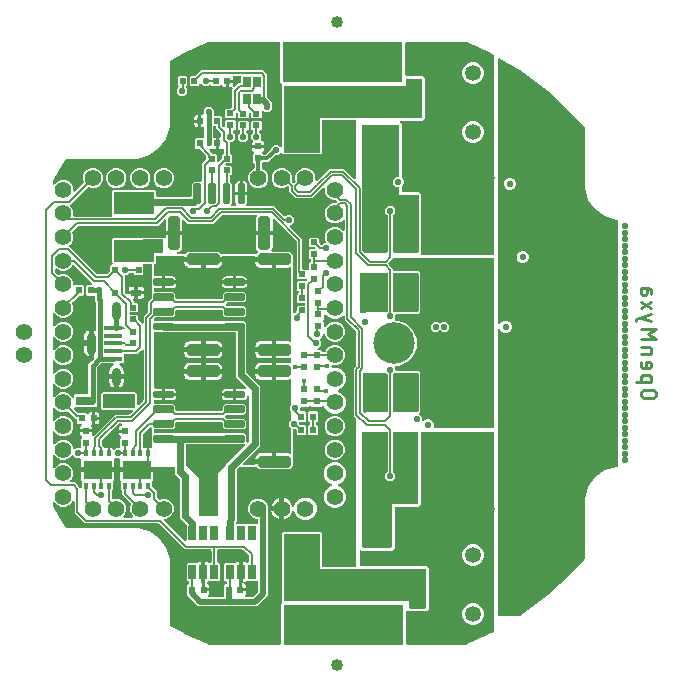
<source format=gbr>
G04 EAGLE Gerber RS-274X export*
G75*
%MOMM*%
%FSLAX34Y34*%
%LPD*%
%AMOC8*
5,1,8,0,0,1.08239X$1,22.5*%
G01*
%ADD10C,0.228600*%
%ADD11C,3.000000*%
%ADD12R,0.600000X0.500000*%
%ADD13C,0.550000*%
%ADD14C,3.516000*%
%ADD15R,2.450000X1.650000*%
%ADD16R,0.300000X0.525000*%
%ADD17C,0.500000*%
%ADD18C,0.300000*%
%ADD19R,0.635000X1.270000*%
%ADD20R,0.500000X0.600000*%
%ADD21R,0.600000X0.900000*%
%ADD22R,1.600000X0.800000*%
%ADD23R,0.650000X0.850000*%
%ADD24C,1.400000*%
%ADD25C,1.350000*%
%ADD26R,1.500000X0.450000*%
%ADD27C,0.800000*%
%ADD28R,0.900000X0.600000*%
%ADD29C,1.016000*%
%ADD30R,3.100000X1.600000*%
%ADD31R,3.450000X1.900000*%
%ADD32R,0.400000X0.600000*%
%ADD33C,0.200000*%
%ADD34C,0.400000*%
%ADD35C,0.150000*%
%ADD36C,0.450000*%
%ADD37C,0.600000*%
%ADD38C,0.400000*%

G36*
X154266Y-230996D02*
X154266Y-230996D01*
X154291Y-230998D01*
X154406Y-230976D01*
X154521Y-230959D01*
X154544Y-230949D01*
X154568Y-230945D01*
X154649Y-230901D01*
X154778Y-230843D01*
X154809Y-230817D01*
X154840Y-230800D01*
X178095Y-213408D01*
X178136Y-213368D01*
X178177Y-213340D01*
X199870Y-193163D01*
X199897Y-193130D01*
X199927Y-193106D01*
X209187Y-182991D01*
X209229Y-182930D01*
X209279Y-182875D01*
X209308Y-182814D01*
X209346Y-182758D01*
X209369Y-182688D01*
X209402Y-182621D01*
X209411Y-182560D01*
X209434Y-182490D01*
X209437Y-182393D01*
X209449Y-182316D01*
X209449Y-131424D01*
X212587Y-121768D01*
X218554Y-113554D01*
X226768Y-107587D01*
X236424Y-104449D01*
X237000Y-104449D01*
X237064Y-104440D01*
X237128Y-104441D01*
X237203Y-104420D01*
X237279Y-104409D01*
X237338Y-104383D01*
X237400Y-104366D01*
X237466Y-104325D01*
X237536Y-104293D01*
X237585Y-104251D01*
X237640Y-104218D01*
X237692Y-104160D01*
X237750Y-104110D01*
X237786Y-104056D01*
X237829Y-104008D01*
X237862Y-103939D01*
X237905Y-103874D01*
X237924Y-103812D01*
X237952Y-103755D01*
X237963Y-103685D01*
X237987Y-103604D01*
X237988Y-103519D01*
X237999Y-103450D01*
X237999Y103450D01*
X237990Y103514D01*
X237991Y103578D01*
X237970Y103653D01*
X237959Y103729D01*
X237933Y103788D01*
X237916Y103850D01*
X237875Y103916D01*
X237843Y103986D01*
X237801Y104035D01*
X237768Y104090D01*
X237710Y104142D01*
X237660Y104200D01*
X237606Y104236D01*
X237558Y104279D01*
X237489Y104312D01*
X237424Y104355D01*
X237362Y104374D01*
X237305Y104402D01*
X237235Y104413D01*
X237154Y104437D01*
X237069Y104438D01*
X237000Y104449D01*
X236424Y104449D01*
X226768Y107587D01*
X218554Y113554D01*
X212587Y121768D01*
X209449Y131424D01*
X209449Y182316D01*
X209439Y182390D01*
X209438Y182464D01*
X209419Y182529D01*
X209409Y182596D01*
X209379Y182663D01*
X209358Y182734D01*
X209323Y182786D01*
X209293Y182852D01*
X209230Y182926D01*
X209187Y182991D01*
X199927Y193106D01*
X199894Y193133D01*
X199870Y193163D01*
X178177Y213340D01*
X178130Y213372D01*
X178095Y213408D01*
X154370Y231152D01*
X154320Y231179D01*
X154281Y231211D01*
X137510Y241153D01*
X137465Y241172D01*
X137424Y241199D01*
X137335Y241226D01*
X137249Y241261D01*
X137201Y241267D01*
X137154Y241281D01*
X137061Y241282D01*
X136969Y241292D01*
X136921Y241284D01*
X136872Y241285D01*
X136782Y241260D01*
X136691Y241244D01*
X136647Y241223D01*
X136600Y241210D01*
X136521Y241161D01*
X136438Y241120D01*
X136402Y241087D01*
X136360Y241061D01*
X136298Y240992D01*
X136229Y240930D01*
X136204Y240888D01*
X136171Y240852D01*
X136131Y240768D01*
X136082Y240689D01*
X136070Y240642D01*
X136048Y240598D01*
X136036Y240517D01*
X136008Y240417D01*
X136010Y240350D01*
X136001Y240294D01*
X136001Y17054D01*
X136013Y16968D01*
X136016Y16881D01*
X136033Y16829D01*
X136041Y16775D01*
X136076Y16696D01*
X136103Y16613D01*
X136134Y16568D01*
X136157Y16518D01*
X136213Y16452D01*
X136262Y16380D01*
X136304Y16345D01*
X136340Y16303D01*
X136413Y16256D01*
X136480Y16201D01*
X136530Y16179D01*
X136576Y16149D01*
X136659Y16124D01*
X136739Y16089D01*
X136793Y16083D01*
X136846Y16067D01*
X136933Y16065D01*
X137019Y16055D01*
X137073Y16063D01*
X137128Y16063D01*
X137212Y16086D01*
X137297Y16100D01*
X137347Y16123D01*
X137400Y16138D01*
X137474Y16184D01*
X137552Y16221D01*
X137593Y16257D01*
X137640Y16286D01*
X137698Y16351D01*
X137763Y16408D01*
X137789Y16452D01*
X137829Y16495D01*
X137878Y16598D01*
X137923Y16671D01*
X138049Y16974D01*
X139526Y18451D01*
X141456Y19251D01*
X143544Y19251D01*
X145474Y18451D01*
X146951Y16974D01*
X147751Y15044D01*
X147751Y12956D01*
X146951Y11026D01*
X145474Y9549D01*
X143544Y8749D01*
X141456Y8749D01*
X139526Y9549D01*
X138049Y11026D01*
X137923Y11329D01*
X137879Y11403D01*
X137843Y11482D01*
X137808Y11524D01*
X137780Y11571D01*
X137716Y11631D01*
X137660Y11697D01*
X137614Y11727D01*
X137574Y11764D01*
X137497Y11804D01*
X137424Y11851D01*
X137371Y11867D01*
X137322Y11892D01*
X137237Y11908D01*
X137154Y11933D01*
X137099Y11934D01*
X137045Y11944D01*
X136959Y11936D01*
X136872Y11937D01*
X136819Y11923D01*
X136765Y11917D01*
X136684Y11885D01*
X136600Y11862D01*
X136554Y11833D01*
X136503Y11813D01*
X136434Y11760D01*
X136360Y11714D01*
X136324Y11673D01*
X136280Y11639D01*
X136230Y11569D01*
X136171Y11505D01*
X136147Y11455D01*
X136115Y11411D01*
X136086Y11329D01*
X136048Y11251D01*
X136040Y11200D01*
X136021Y11145D01*
X136014Y11031D01*
X136001Y10946D01*
X136001Y-230000D01*
X136010Y-230064D01*
X136009Y-230128D01*
X136030Y-230203D01*
X136041Y-230279D01*
X136067Y-230338D01*
X136084Y-230400D01*
X136125Y-230466D01*
X136157Y-230536D01*
X136199Y-230585D01*
X136232Y-230640D01*
X136290Y-230692D01*
X136340Y-230750D01*
X136394Y-230786D01*
X136442Y-230829D01*
X136511Y-230862D01*
X136576Y-230905D01*
X136638Y-230924D01*
X136695Y-230952D01*
X136765Y-230963D01*
X136846Y-230987D01*
X136931Y-230988D01*
X137000Y-230999D01*
X154242Y-230999D01*
X154266Y-230996D01*
G37*
G36*
X-25154Y61795D02*
X-25154Y61795D01*
X-25122Y61794D01*
X-25017Y61824D01*
X-24910Y61846D01*
X-24881Y61861D01*
X-24850Y61870D01*
X-24757Y61927D01*
X-24661Y61978D01*
X-24638Y62001D01*
X-24610Y62018D01*
X-24537Y62099D01*
X-24459Y62175D01*
X-24443Y62203D01*
X-24421Y62227D01*
X-24374Y62325D01*
X-24320Y62420D01*
X-24312Y62452D01*
X-24298Y62481D01*
X-24284Y62570D01*
X-24255Y62695D01*
X-24257Y62743D01*
X-24251Y62785D01*
X-24251Y67622D01*
X-23372Y68501D01*
X-23250Y68501D01*
X-23186Y68510D01*
X-23122Y68509D01*
X-23047Y68530D01*
X-22971Y68541D01*
X-22912Y68567D01*
X-22850Y68584D01*
X-22784Y68625D01*
X-22714Y68657D01*
X-22665Y68699D01*
X-22610Y68732D01*
X-22558Y68790D01*
X-22500Y68840D01*
X-22464Y68894D01*
X-22421Y68942D01*
X-22388Y69011D01*
X-22345Y69076D01*
X-22326Y69138D01*
X-22298Y69195D01*
X-22287Y69265D01*
X-22263Y69346D01*
X-22262Y69431D01*
X-22251Y69500D01*
X-22251Y70500D01*
X-22260Y70564D01*
X-22259Y70628D01*
X-22280Y70703D01*
X-22291Y70779D01*
X-22317Y70838D01*
X-22334Y70900D01*
X-22375Y70966D01*
X-22407Y71036D01*
X-22449Y71085D01*
X-22482Y71140D01*
X-22540Y71192D01*
X-22590Y71250D01*
X-22644Y71286D01*
X-22692Y71329D01*
X-22761Y71362D01*
X-22826Y71405D01*
X-22888Y71424D01*
X-22945Y71452D01*
X-23015Y71463D01*
X-23096Y71487D01*
X-23181Y71488D01*
X-23250Y71499D01*
X-23372Y71499D01*
X-24251Y72378D01*
X-24251Y78622D01*
X-23372Y79501D01*
X-19450Y79501D01*
X-19399Y79508D01*
X-19347Y79506D01*
X-19260Y79528D01*
X-19170Y79541D01*
X-19124Y79562D01*
X-19074Y79574D01*
X-18996Y79620D01*
X-18914Y79657D01*
X-18874Y79690D01*
X-18830Y79716D01*
X-18768Y79782D01*
X-18699Y79840D01*
X-18671Y79883D01*
X-18636Y79921D01*
X-18594Y80001D01*
X-18545Y80076D01*
X-18530Y80125D01*
X-18506Y80171D01*
X-18489Y80260D01*
X-18462Y80346D01*
X-18462Y80397D01*
X-18452Y80448D01*
X-18460Y80538D01*
X-18459Y80628D01*
X-18472Y80678D01*
X-18477Y80729D01*
X-18510Y80813D01*
X-18534Y80900D01*
X-18561Y80944D01*
X-18580Y80991D01*
X-18635Y81063D01*
X-18682Y81140D01*
X-18720Y81174D01*
X-18752Y81215D01*
X-18817Y81261D01*
X-18891Y81329D01*
X-18954Y81359D01*
X-19003Y81394D01*
X-19076Y81418D01*
X-19145Y81452D01*
X-19204Y81461D01*
X-19270Y81483D01*
X-19371Y81487D01*
X-19450Y81499D01*
X-23372Y81499D01*
X-24251Y82378D01*
X-24251Y88622D01*
X-23372Y89501D01*
X-16128Y89501D01*
X-15249Y88622D01*
X-15249Y85200D01*
X-15236Y85105D01*
X-15231Y85009D01*
X-15216Y84966D01*
X-15209Y84921D01*
X-15170Y84833D01*
X-15138Y84742D01*
X-15113Y84708D01*
X-15093Y84664D01*
X-15010Y84566D01*
X-14957Y84493D01*
X-13944Y83481D01*
X-13893Y83442D01*
X-13848Y83396D01*
X-13780Y83358D01*
X-13718Y83311D01*
X-13658Y83289D01*
X-13602Y83257D01*
X-13527Y83239D01*
X-13455Y83212D01*
X-13391Y83207D01*
X-13328Y83192D01*
X-13250Y83196D01*
X-13173Y83190D01*
X-13110Y83203D01*
X-13046Y83206D01*
X-12973Y83232D01*
X-12897Y83248D01*
X-12840Y83278D01*
X-12780Y83299D01*
X-12723Y83340D01*
X-12648Y83380D01*
X-12588Y83439D01*
X-12531Y83481D01*
X-11261Y84751D01*
X-10522Y84751D01*
X-10405Y84767D01*
X-10287Y84779D01*
X-10266Y84787D01*
X-10243Y84791D01*
X-10135Y84839D01*
X-10025Y84883D01*
X-10007Y84897D01*
X-9986Y84907D01*
X-9896Y84984D01*
X-9803Y85057D01*
X-9789Y85075D01*
X-9772Y85090D01*
X-9707Y85190D01*
X-9638Y85286D01*
X-9630Y85307D01*
X-9617Y85326D01*
X-9583Y85440D01*
X-9543Y85551D01*
X-9542Y85574D01*
X-9535Y85596D01*
X-9533Y85714D01*
X-9526Y85833D01*
X-9532Y85854D01*
X-9531Y85878D01*
X-9581Y86057D01*
X-9599Y86132D01*
X-10501Y88309D01*
X-10501Y91691D01*
X-9207Y94815D01*
X-6815Y97207D01*
X-3691Y98501D01*
X-309Y98501D01*
X2815Y97207D01*
X4543Y95478D01*
X4569Y95459D01*
X4590Y95435D01*
X4682Y95375D01*
X4769Y95309D01*
X4799Y95298D01*
X4826Y95280D01*
X4931Y95248D01*
X5033Y95210D01*
X5065Y95207D01*
X5096Y95198D01*
X5205Y95196D01*
X5314Y95188D01*
X5346Y95194D01*
X5378Y95194D01*
X5483Y95223D01*
X5590Y95245D01*
X5619Y95261D01*
X5650Y95269D01*
X5743Y95327D01*
X5839Y95378D01*
X5862Y95400D01*
X5890Y95417D01*
X5963Y95498D01*
X6041Y95575D01*
X6057Y95603D01*
X6079Y95627D01*
X6126Y95725D01*
X6180Y95820D01*
X6188Y95851D01*
X6202Y95880D01*
X6216Y95970D01*
X6245Y96094D01*
X6243Y96143D01*
X6249Y96185D01*
X6249Y103815D01*
X6245Y103847D01*
X6247Y103879D01*
X6225Y103986D01*
X6209Y104094D01*
X6196Y104124D01*
X6190Y104155D01*
X6138Y104252D01*
X6093Y104351D01*
X6072Y104376D01*
X6057Y104404D01*
X5981Y104482D01*
X5910Y104565D01*
X5883Y104583D01*
X5860Y104606D01*
X5765Y104660D01*
X5674Y104720D01*
X5643Y104729D01*
X5615Y104745D01*
X5509Y104770D01*
X5404Y104802D01*
X5372Y104803D01*
X5341Y104810D01*
X5231Y104805D01*
X5122Y104806D01*
X5091Y104797D01*
X5059Y104796D01*
X4956Y104760D01*
X4850Y104731D01*
X4823Y104714D01*
X4792Y104703D01*
X4719Y104650D01*
X4610Y104583D01*
X4578Y104547D01*
X4543Y104522D01*
X2815Y102793D01*
X-309Y101499D01*
X-3691Y101499D01*
X-6815Y102793D01*
X-9207Y105185D01*
X-10501Y108309D01*
X-10501Y111691D01*
X-9207Y114815D01*
X-6815Y117207D01*
X-3691Y118501D01*
X-1596Y118501D01*
X-1501Y118514D01*
X-1405Y118519D01*
X-1362Y118534D01*
X-1317Y118541D01*
X-1229Y118580D01*
X-1139Y118612D01*
X-1104Y118637D01*
X-1060Y118657D01*
X-963Y118740D01*
X-890Y118793D01*
X-390Y119293D01*
X-351Y119345D01*
X-305Y119390D01*
X-267Y119457D01*
X-220Y119519D01*
X-198Y119579D01*
X-166Y119635D01*
X-148Y119710D01*
X-121Y119783D01*
X-116Y119847D01*
X-101Y119909D01*
X-105Y119987D01*
X-99Y120064D01*
X-112Y120127D01*
X-115Y120191D01*
X-141Y120264D01*
X-157Y120340D01*
X-187Y120397D01*
X-208Y120458D01*
X-249Y120514D01*
X-289Y120589D01*
X-348Y120650D01*
X-390Y120707D01*
X-890Y121207D01*
X-966Y121264D01*
X-1038Y121329D01*
X-1079Y121349D01*
X-1115Y121376D01*
X-1205Y121410D01*
X-1292Y121452D01*
X-1334Y121458D01*
X-1379Y121475D01*
X-1507Y121485D01*
X-1596Y121499D01*
X-3691Y121499D01*
X-6815Y122793D01*
X-9207Y125185D01*
X-10501Y128309D01*
X-10501Y130782D01*
X-10505Y130814D01*
X-10503Y130847D01*
X-10525Y130953D01*
X-10541Y131062D01*
X-10554Y131091D01*
X-10560Y131123D01*
X-10612Y131219D01*
X-10657Y131319D01*
X-10678Y131343D01*
X-10693Y131372D01*
X-10769Y131450D01*
X-10840Y131533D01*
X-10867Y131551D01*
X-10890Y131574D01*
X-10985Y131627D01*
X-11076Y131687D01*
X-11107Y131697D01*
X-11135Y131713D01*
X-11242Y131738D01*
X-11346Y131770D01*
X-11378Y131770D01*
X-11409Y131778D01*
X-11519Y131772D01*
X-11628Y131774D01*
X-11659Y131765D01*
X-11691Y131763D01*
X-11794Y131727D01*
X-11900Y131698D01*
X-11927Y131681D01*
X-11958Y131671D01*
X-12031Y131618D01*
X-12140Y131550D01*
X-12172Y131514D01*
X-12207Y131489D01*
X-19335Y124360D01*
X-20946Y122749D01*
X-35054Y122749D01*
X-40104Y127800D01*
X-40690Y128386D01*
X-40690Y131917D01*
X-40707Y132034D01*
X-40718Y132152D01*
X-40727Y132174D01*
X-40730Y132196D01*
X-40779Y132304D01*
X-40823Y132414D01*
X-40837Y132432D01*
X-40846Y132453D01*
X-40923Y132543D01*
X-40996Y132637D01*
X-41015Y132650D01*
X-41029Y132667D01*
X-41129Y132732D01*
X-41225Y132802D01*
X-41246Y132809D01*
X-41265Y132822D01*
X-41379Y132857D01*
X-41491Y132896D01*
X-41513Y132898D01*
X-41535Y132904D01*
X-41654Y132906D01*
X-41772Y132913D01*
X-41793Y132908D01*
X-41817Y132908D01*
X-41997Y132858D01*
X-42072Y132840D01*
X-45309Y131499D01*
X-48691Y131499D01*
X-51815Y132793D01*
X-54207Y135185D01*
X-55501Y138309D01*
X-55501Y141691D01*
X-54207Y144815D01*
X-51815Y147207D01*
X-48691Y148501D01*
X-45309Y148501D01*
X-42185Y147207D01*
X-39793Y144815D01*
X-38499Y141691D01*
X-38499Y138309D01*
X-38702Y137819D01*
X-38705Y137809D01*
X-38709Y137801D01*
X-38740Y137672D01*
X-38773Y137545D01*
X-38772Y137536D01*
X-38774Y137527D01*
X-38768Y137394D01*
X-38763Y137263D01*
X-38761Y137254D01*
X-38760Y137245D01*
X-38717Y137121D01*
X-38676Y136995D01*
X-38671Y136987D01*
X-38668Y136979D01*
X-38622Y136917D01*
X-38517Y136762D01*
X-38499Y136747D01*
X-38486Y136730D01*
X-37676Y135920D01*
X-37625Y135881D01*
X-37580Y135835D01*
X-37513Y135797D01*
X-37451Y135751D01*
X-37390Y135728D01*
X-37335Y135696D01*
X-37259Y135678D01*
X-37187Y135651D01*
X-37123Y135646D01*
X-37060Y135631D01*
X-36983Y135635D01*
X-36906Y135629D01*
X-36843Y135642D01*
X-36778Y135646D01*
X-36705Y135671D01*
X-36629Y135687D01*
X-36573Y135717D01*
X-36512Y135738D01*
X-36455Y135780D01*
X-36381Y135819D01*
X-36320Y135879D01*
X-36263Y135920D01*
X-35496Y136687D01*
X-35491Y136694D01*
X-35483Y136700D01*
X-35406Y136807D01*
X-35327Y136912D01*
X-35324Y136921D01*
X-35318Y136929D01*
X-35274Y137053D01*
X-35228Y137176D01*
X-35227Y137186D01*
X-35224Y137194D01*
X-35216Y137326D01*
X-35206Y137457D01*
X-35208Y137467D01*
X-35207Y137476D01*
X-35225Y137551D01*
X-35263Y137733D01*
X-35275Y137755D01*
X-35280Y137776D01*
X-35501Y138309D01*
X-35501Y141691D01*
X-34207Y144815D01*
X-31815Y147207D01*
X-28691Y148501D01*
X-25309Y148501D01*
X-22185Y147207D01*
X-19793Y144815D01*
X-18499Y141691D01*
X-18499Y138218D01*
X-18495Y138186D01*
X-18497Y138153D01*
X-18475Y138046D01*
X-18459Y137938D01*
X-18446Y137909D01*
X-18440Y137877D01*
X-18388Y137781D01*
X-18343Y137681D01*
X-18322Y137657D01*
X-18307Y137628D01*
X-18231Y137550D01*
X-18160Y137467D01*
X-18133Y137449D01*
X-18110Y137426D01*
X-18015Y137373D01*
X-17924Y137313D01*
X-17893Y137303D01*
X-17865Y137287D01*
X-17758Y137262D01*
X-17654Y137230D01*
X-17622Y137230D01*
X-17591Y137222D01*
X-17481Y137228D01*
X-17372Y137226D01*
X-17341Y137235D01*
X-17309Y137237D01*
X-17206Y137273D01*
X-17100Y137302D01*
X-17073Y137319D01*
X-17042Y137329D01*
X-16969Y137382D01*
X-16860Y137450D01*
X-16828Y137486D01*
X-16793Y137511D01*
X-6554Y147751D01*
X6054Y147751D01*
X14293Y139511D01*
X14319Y139492D01*
X14340Y139467D01*
X14432Y139407D01*
X14519Y139342D01*
X14549Y139330D01*
X14576Y139313D01*
X14681Y139281D01*
X14783Y139242D01*
X14815Y139240D01*
X14846Y139230D01*
X14955Y139229D01*
X15064Y139220D01*
X15096Y139227D01*
X15128Y139227D01*
X15233Y139256D01*
X15340Y139278D01*
X15369Y139293D01*
X15400Y139302D01*
X15493Y139359D01*
X15589Y139410D01*
X15612Y139433D01*
X15640Y139450D01*
X15713Y139531D01*
X15791Y139607D01*
X15807Y139635D01*
X15829Y139659D01*
X15876Y139757D01*
X15930Y139853D01*
X15938Y139884D01*
X15952Y139913D01*
X15966Y140002D01*
X15995Y140127D01*
X15993Y140176D01*
X15999Y140218D01*
X15999Y188500D01*
X15990Y188564D01*
X15991Y188628D01*
X15970Y188703D01*
X15959Y188779D01*
X15933Y188838D01*
X15916Y188900D01*
X15875Y188966D01*
X15843Y189036D01*
X15801Y189085D01*
X15768Y189140D01*
X15710Y189192D01*
X15660Y189250D01*
X15606Y189286D01*
X15558Y189329D01*
X15489Y189362D01*
X15424Y189405D01*
X15362Y189424D01*
X15305Y189452D01*
X15235Y189463D01*
X15154Y189487D01*
X15069Y189488D01*
X15000Y189499D01*
X-12000Y189499D01*
X-12064Y189490D01*
X-12128Y189491D01*
X-12203Y189470D01*
X-12279Y189459D01*
X-12338Y189433D01*
X-12400Y189416D01*
X-12466Y189375D01*
X-12536Y189343D01*
X-12585Y189301D01*
X-12640Y189268D01*
X-12692Y189210D01*
X-12750Y189160D01*
X-12786Y189106D01*
X-12829Y189058D01*
X-12862Y188989D01*
X-12905Y188924D01*
X-12924Y188862D01*
X-12952Y188805D01*
X-12963Y188735D01*
X-12987Y188654D01*
X-12988Y188569D01*
X-12999Y188500D01*
X-12999Y160878D01*
X-13878Y159999D01*
X-46122Y159999D01*
X-47086Y160963D01*
X-47112Y161012D01*
X-47157Y161112D01*
X-47178Y161136D01*
X-47193Y161165D01*
X-47269Y161243D01*
X-47340Y161326D01*
X-47367Y161344D01*
X-47390Y161367D01*
X-47485Y161420D01*
X-47576Y161480D01*
X-47607Y161490D01*
X-47635Y161506D01*
X-47741Y161531D01*
X-47846Y161563D01*
X-47878Y161563D01*
X-47909Y161571D01*
X-48019Y161565D01*
X-48128Y161566D01*
X-48159Y161558D01*
X-48191Y161556D01*
X-48294Y161520D01*
X-48400Y161491D01*
X-48427Y161474D01*
X-48458Y161464D01*
X-48531Y161410D01*
X-48640Y161343D01*
X-48672Y161307D01*
X-48707Y161282D01*
X-50489Y159499D01*
X-51843Y159499D01*
X-51938Y159486D01*
X-52034Y159481D01*
X-52077Y159466D01*
X-52122Y159459D01*
X-52210Y159420D01*
X-52301Y159388D01*
X-52335Y159363D01*
X-52379Y159343D01*
X-52477Y159260D01*
X-52550Y159207D01*
X-58007Y153749D01*
X-61964Y153749D01*
X-62059Y153736D01*
X-62156Y153731D01*
X-62199Y153716D01*
X-62244Y153709D01*
X-62331Y153670D01*
X-62422Y153638D01*
X-62456Y153613D01*
X-62501Y153593D01*
X-62598Y153510D01*
X-62671Y153457D01*
X-63533Y152595D01*
X-63536Y152593D01*
X-63585Y152551D01*
X-63640Y152518D01*
X-63692Y152460D01*
X-63750Y152410D01*
X-63786Y152356D01*
X-63829Y152308D01*
X-63862Y152239D01*
X-63905Y152174D01*
X-63924Y152112D01*
X-63952Y152055D01*
X-63963Y151985D01*
X-63987Y151904D01*
X-63988Y151819D01*
X-63999Y151750D01*
X-63999Y148626D01*
X-63998Y148616D01*
X-63999Y148607D01*
X-63978Y148477D01*
X-63959Y148347D01*
X-63956Y148338D01*
X-63954Y148329D01*
X-63897Y148209D01*
X-63843Y148090D01*
X-63837Y148083D01*
X-63833Y148074D01*
X-63745Y147975D01*
X-63660Y147875D01*
X-63652Y147870D01*
X-63646Y147863D01*
X-63580Y147823D01*
X-63424Y147721D01*
X-63401Y147714D01*
X-63382Y147703D01*
X-62185Y147207D01*
X-59793Y144815D01*
X-58499Y141691D01*
X-58499Y138309D01*
X-59793Y135185D01*
X-62185Y132793D01*
X-65309Y131499D01*
X-68691Y131499D01*
X-71815Y132793D01*
X-74207Y135185D01*
X-75501Y138309D01*
X-75501Y141691D01*
X-74207Y144815D01*
X-71815Y147207D01*
X-70618Y147703D01*
X-70609Y147707D01*
X-70600Y147710D01*
X-70488Y147780D01*
X-70375Y147846D01*
X-70368Y147853D01*
X-70360Y147858D01*
X-70272Y147956D01*
X-70182Y148052D01*
X-70178Y148060D01*
X-70171Y148067D01*
X-70114Y148186D01*
X-70054Y148303D01*
X-70052Y148313D01*
X-70048Y148321D01*
X-70036Y148397D01*
X-70002Y148581D01*
X-70004Y148604D01*
X-70001Y148626D01*
X-70001Y151750D01*
X-70009Y151809D01*
X-70009Y151823D01*
X-70010Y151826D01*
X-70009Y151878D01*
X-70030Y151953D01*
X-70041Y152029D01*
X-70067Y152088D01*
X-70084Y152150D01*
X-70125Y152216D01*
X-70157Y152286D01*
X-70199Y152335D01*
X-70232Y152390D01*
X-70290Y152442D01*
X-70340Y152500D01*
X-70394Y152536D01*
X-70442Y152579D01*
X-70460Y152588D01*
X-71501Y153628D01*
X-71501Y159872D01*
X-70585Y160788D01*
X-70552Y160831D01*
X-70513Y160867D01*
X-70468Y160943D01*
X-70415Y161013D01*
X-70396Y161063D01*
X-70369Y161110D01*
X-70347Y161195D01*
X-70316Y161277D01*
X-70312Y161331D01*
X-70298Y161383D01*
X-70301Y161471D01*
X-70294Y161558D01*
X-70305Y161611D01*
X-70306Y161665D01*
X-70334Y161748D01*
X-70352Y161835D01*
X-70377Y161882D01*
X-70393Y161933D01*
X-70443Y162006D01*
X-70484Y162084D01*
X-70521Y162122D01*
X-70552Y162166D01*
X-70612Y162215D01*
X-70681Y162286D01*
X-70744Y162321D01*
X-70792Y162360D01*
X-71248Y162623D01*
X-71627Y163002D01*
X-71894Y163465D01*
X-72033Y163982D01*
X-72033Y165501D01*
X-67250Y165501D01*
X-67187Y165510D01*
X-67122Y165509D01*
X-67048Y165530D01*
X-66989Y165538D01*
X-66985Y165537D01*
X-66904Y165513D01*
X-66819Y165512D01*
X-66750Y165501D01*
X-61967Y165501D01*
X-61967Y163982D01*
X-62106Y163465D01*
X-62373Y163002D01*
X-62752Y162623D01*
X-63208Y162360D01*
X-63251Y162327D01*
X-63298Y162301D01*
X-63361Y162240D01*
X-63430Y162186D01*
X-63462Y162142D01*
X-63500Y162105D01*
X-63543Y162028D01*
X-63595Y161957D01*
X-63613Y161906D01*
X-63639Y161859D01*
X-63659Y161774D01*
X-63689Y161691D01*
X-63692Y161637D01*
X-63704Y161585D01*
X-63700Y161497D01*
X-63704Y161409D01*
X-63692Y161357D01*
X-63690Y161303D01*
X-63661Y161220D01*
X-63641Y161134D01*
X-63615Y161087D01*
X-63597Y161037D01*
X-63551Y160973D01*
X-63503Y160888D01*
X-63452Y160837D01*
X-63415Y160788D01*
X-62671Y160043D01*
X-62594Y159986D01*
X-62523Y159921D01*
X-62482Y159901D01*
X-62445Y159874D01*
X-62355Y159840D01*
X-62269Y159798D01*
X-62227Y159792D01*
X-62182Y159775D01*
X-62054Y159765D01*
X-61964Y159751D01*
X-60907Y159751D01*
X-60812Y159764D01*
X-60716Y159769D01*
X-60673Y159784D01*
X-60628Y159791D01*
X-60540Y159830D01*
X-60449Y159862D01*
X-60415Y159887D01*
X-60371Y159907D01*
X-60273Y159990D01*
X-60200Y160043D01*
X-56793Y163450D01*
X-56736Y163527D01*
X-56671Y163598D01*
X-56651Y163639D01*
X-56624Y163676D01*
X-56590Y163766D01*
X-56548Y163852D01*
X-56542Y163894D01*
X-56525Y163940D01*
X-56515Y164067D01*
X-56501Y164157D01*
X-56501Y165511D01*
X-54011Y168001D01*
X-50489Y168001D01*
X-48707Y166218D01*
X-48681Y166199D01*
X-48660Y166174D01*
X-48568Y166114D01*
X-48481Y166049D01*
X-48451Y166037D01*
X-48424Y166020D01*
X-48319Y165988D01*
X-48217Y165949D01*
X-48185Y165947D01*
X-48154Y165937D01*
X-48045Y165936D01*
X-47936Y165927D01*
X-47904Y165934D01*
X-47872Y165934D01*
X-47767Y165963D01*
X-47660Y165985D01*
X-47631Y166000D01*
X-47600Y166009D01*
X-47507Y166066D01*
X-47411Y166117D01*
X-47388Y166140D01*
X-47360Y166157D01*
X-47287Y166238D01*
X-47209Y166314D01*
X-47193Y166342D01*
X-47171Y166366D01*
X-47124Y166464D01*
X-47070Y166560D01*
X-47062Y166591D01*
X-47048Y166620D01*
X-47034Y166709D01*
X-47005Y166834D01*
X-47007Y166883D01*
X-47001Y166925D01*
X-47001Y218036D01*
X-46950Y218086D01*
X-46912Y218138D01*
X-46866Y218183D01*
X-46827Y218250D01*
X-46781Y218312D01*
X-46758Y218372D01*
X-46727Y218428D01*
X-46709Y218503D01*
X-46681Y218576D01*
X-46676Y218640D01*
X-46662Y218702D01*
X-46666Y218780D01*
X-46660Y218857D01*
X-46673Y218920D01*
X-46676Y218984D01*
X-46701Y219057D01*
X-46717Y219133D01*
X-46747Y219190D01*
X-46769Y219251D01*
X-46810Y219307D01*
X-46850Y219382D01*
X-46909Y219443D01*
X-46950Y219500D01*
X-48501Y221050D01*
X-48501Y254000D01*
X-48510Y254064D01*
X-48509Y254128D01*
X-48530Y254203D01*
X-48541Y254279D01*
X-48567Y254338D01*
X-48584Y254400D01*
X-48625Y254466D01*
X-48657Y254536D01*
X-48699Y254585D01*
X-48732Y254640D01*
X-48790Y254692D01*
X-48840Y254750D01*
X-48894Y254786D01*
X-48942Y254829D01*
X-49011Y254862D01*
X-49076Y254905D01*
X-49138Y254924D01*
X-49195Y254952D01*
X-49265Y254963D01*
X-49346Y254987D01*
X-49431Y254988D01*
X-49500Y254999D01*
X-109362Y254999D01*
X-109423Y254991D01*
X-109485Y254992D01*
X-109554Y254972D01*
X-109641Y254959D01*
X-109716Y254926D01*
X-109781Y254907D01*
X-129819Y245647D01*
X-129856Y245623D01*
X-129891Y245610D01*
X-141441Y239091D01*
X-141513Y239036D01*
X-141590Y238988D01*
X-141624Y238950D01*
X-141665Y238919D01*
X-141718Y238846D01*
X-141779Y238779D01*
X-141801Y238733D01*
X-141831Y238691D01*
X-141862Y238606D01*
X-141902Y238525D01*
X-141909Y238478D01*
X-141928Y238426D01*
X-141936Y238308D01*
X-141949Y238221D01*
X-141949Y182924D01*
X-145087Y173268D01*
X-151054Y165054D01*
X-159268Y159087D01*
X-168924Y155949D01*
X-229344Y155949D01*
X-229403Y155941D01*
X-229463Y155942D01*
X-229542Y155921D01*
X-229623Y155909D01*
X-229678Y155885D01*
X-229735Y155869D01*
X-229806Y155827D01*
X-229880Y155793D01*
X-229926Y155754D01*
X-229977Y155723D01*
X-230026Y155668D01*
X-230095Y155610D01*
X-230138Y155543D01*
X-230182Y155494D01*
X-236854Y145210D01*
X-236871Y145173D01*
X-236892Y145145D01*
X-240877Y137861D01*
X-240910Y137772D01*
X-240952Y137686D01*
X-240958Y137643D01*
X-240976Y137597D01*
X-240985Y137471D01*
X-240999Y137382D01*
X-240999Y135435D01*
X-240995Y135403D01*
X-240997Y135371D01*
X-240975Y135264D01*
X-240959Y135156D01*
X-240946Y135126D01*
X-240940Y135095D01*
X-240888Y134998D01*
X-240843Y134899D01*
X-240822Y134874D01*
X-240807Y134846D01*
X-240731Y134768D01*
X-240660Y134685D01*
X-240633Y134667D01*
X-240610Y134644D01*
X-240515Y134590D01*
X-240424Y134530D01*
X-240393Y134521D01*
X-240365Y134505D01*
X-240258Y134480D01*
X-240154Y134448D01*
X-240122Y134447D01*
X-240091Y134440D01*
X-239981Y134445D01*
X-239872Y134444D01*
X-239841Y134453D01*
X-239809Y134454D01*
X-239706Y134490D01*
X-239600Y134519D01*
X-239573Y134536D01*
X-239542Y134547D01*
X-239469Y134600D01*
X-239360Y134667D01*
X-239328Y134703D01*
X-239293Y134728D01*
X-236815Y137207D01*
X-233691Y138501D01*
X-230309Y138501D01*
X-227185Y137207D01*
X-224793Y134815D01*
X-223499Y131691D01*
X-223499Y129450D01*
X-223495Y129418D01*
X-223497Y129386D01*
X-223475Y129279D01*
X-223459Y129170D01*
X-223446Y129141D01*
X-223440Y129110D01*
X-223388Y129013D01*
X-223343Y128914D01*
X-223322Y128889D01*
X-223307Y128861D01*
X-223231Y128782D01*
X-223160Y128699D01*
X-223133Y128682D01*
X-223110Y128659D01*
X-223015Y128605D01*
X-222924Y128545D01*
X-222893Y128535D01*
X-222865Y128519D01*
X-222758Y128494D01*
X-222654Y128462D01*
X-222622Y128462D01*
X-222591Y128455D01*
X-222481Y128460D01*
X-222372Y128459D01*
X-222341Y128467D01*
X-222309Y128469D01*
X-222206Y128505D01*
X-222100Y128534D01*
X-222073Y128551D01*
X-222042Y128561D01*
X-221969Y128615D01*
X-221860Y128682D01*
X-221828Y128718D01*
X-221793Y128743D01*
X-215014Y135522D01*
X-215008Y135530D01*
X-215001Y135536D01*
X-214924Y135643D01*
X-214845Y135748D01*
X-214841Y135757D01*
X-214836Y135765D01*
X-214792Y135888D01*
X-214745Y136012D01*
X-214745Y136021D01*
X-214741Y136030D01*
X-214734Y136162D01*
X-214724Y136293D01*
X-214725Y136302D01*
X-214725Y136312D01*
X-214743Y136387D01*
X-214781Y136569D01*
X-214792Y136590D01*
X-214798Y136611D01*
X-215501Y138309D01*
X-215501Y141691D01*
X-214207Y144815D01*
X-211815Y147207D01*
X-208691Y148501D01*
X-205309Y148501D01*
X-202185Y147207D01*
X-199793Y144815D01*
X-198499Y141691D01*
X-198499Y138309D01*
X-199793Y135185D01*
X-202185Y132793D01*
X-205309Y131499D01*
X-208691Y131499D01*
X-210389Y132202D01*
X-210398Y132205D01*
X-210406Y132210D01*
X-210535Y132240D01*
X-210662Y132273D01*
X-210671Y132272D01*
X-210680Y132274D01*
X-210813Y132268D01*
X-210944Y132264D01*
X-210953Y132261D01*
X-210962Y132260D01*
X-211087Y132217D01*
X-211212Y132176D01*
X-211220Y132171D01*
X-211229Y132168D01*
X-211291Y132122D01*
X-211445Y132017D01*
X-211460Y131999D01*
X-211478Y131986D01*
X-224207Y119257D01*
X-226014Y117449D01*
X-226053Y117398D01*
X-226099Y117353D01*
X-226137Y117286D01*
X-226183Y117224D01*
X-226206Y117164D01*
X-226238Y117108D01*
X-226256Y117032D01*
X-226283Y116960D01*
X-226288Y116896D01*
X-226303Y116833D01*
X-226299Y116756D01*
X-226305Y116679D01*
X-226292Y116616D01*
X-226288Y116551D01*
X-226263Y116478D01*
X-226247Y116403D01*
X-226217Y116346D01*
X-226196Y116285D01*
X-226155Y116228D01*
X-226115Y116154D01*
X-226070Y116108D01*
X-226054Y116082D01*
X-226035Y116065D01*
X-226014Y116036D01*
X-224793Y114815D01*
X-223499Y111691D01*
X-223499Y108250D01*
X-223490Y108186D01*
X-223491Y108122D01*
X-223470Y108047D01*
X-223459Y107971D01*
X-223433Y107912D01*
X-223416Y107850D01*
X-223375Y107784D01*
X-223343Y107714D01*
X-223301Y107665D01*
X-223268Y107610D01*
X-223210Y107558D01*
X-223160Y107500D01*
X-223106Y107464D01*
X-223058Y107421D01*
X-222989Y107388D01*
X-222924Y107345D01*
X-222862Y107326D01*
X-222805Y107298D01*
X-222735Y107287D01*
X-222654Y107263D01*
X-222569Y107262D01*
X-222500Y107251D01*
X-191750Y107251D01*
X-191686Y107260D01*
X-191622Y107259D01*
X-191547Y107280D01*
X-191471Y107291D01*
X-191412Y107317D01*
X-191350Y107334D01*
X-191284Y107375D01*
X-191214Y107407D01*
X-191165Y107449D01*
X-191110Y107482D01*
X-191058Y107540D01*
X-191000Y107590D01*
X-190964Y107644D01*
X-190921Y107692D01*
X-190888Y107761D01*
X-190845Y107826D01*
X-190826Y107888D01*
X-190798Y107945D01*
X-190787Y108015D01*
X-190763Y108096D01*
X-190762Y108181D01*
X-190751Y108250D01*
X-190751Y128622D01*
X-189872Y129501D01*
X-154128Y129501D01*
X-153249Y128622D01*
X-153249Y125000D01*
X-153240Y124936D01*
X-153241Y124872D01*
X-153220Y124797D01*
X-153209Y124721D01*
X-153183Y124662D01*
X-153166Y124600D01*
X-153125Y124534D01*
X-153093Y124464D01*
X-153051Y124415D01*
X-153018Y124360D01*
X-152960Y124308D01*
X-152910Y124250D01*
X-152856Y124214D01*
X-152808Y124171D01*
X-152739Y124138D01*
X-152674Y124095D01*
X-152612Y124076D01*
X-152555Y124048D01*
X-152485Y124037D01*
X-152404Y124013D01*
X-152319Y124012D01*
X-152250Y124001D01*
X-124250Y124001D01*
X-124186Y124010D01*
X-124122Y124009D01*
X-124047Y124030D01*
X-123971Y124041D01*
X-123912Y124067D01*
X-123850Y124084D01*
X-123784Y124125D01*
X-123714Y124157D01*
X-123665Y124199D01*
X-123610Y124232D01*
X-123558Y124290D01*
X-123500Y124340D01*
X-123464Y124394D01*
X-123421Y124442D01*
X-123388Y124511D01*
X-123345Y124576D01*
X-123326Y124638D01*
X-123298Y124695D01*
X-123287Y124765D01*
X-123263Y124846D01*
X-123262Y124931D01*
X-123251Y125000D01*
X-123251Y135243D01*
X-121493Y137001D01*
X-115750Y137001D01*
X-115686Y137010D01*
X-115622Y137009D01*
X-115547Y137030D01*
X-115471Y137041D01*
X-115412Y137067D01*
X-115350Y137084D01*
X-115284Y137125D01*
X-115214Y137157D01*
X-115165Y137199D01*
X-115110Y137232D01*
X-115058Y137290D01*
X-115000Y137340D01*
X-114964Y137394D01*
X-114921Y137442D01*
X-114888Y137511D01*
X-114845Y137576D01*
X-114826Y137638D01*
X-114798Y137695D01*
X-114787Y137765D01*
X-114763Y137846D01*
X-114762Y137931D01*
X-114751Y138000D01*
X-114751Y152286D01*
X-111043Y155993D01*
X-111026Y156016D01*
X-111008Y156032D01*
X-110974Y156083D01*
X-110921Y156141D01*
X-110901Y156182D01*
X-110874Y156219D01*
X-110859Y156259D01*
X-110853Y156268D01*
X-110842Y156303D01*
X-110840Y156309D01*
X-110798Y156395D01*
X-110792Y156437D01*
X-110775Y156483D01*
X-110765Y156610D01*
X-110751Y156700D01*
X-110751Y158300D01*
X-110764Y158395D01*
X-110769Y158491D01*
X-110784Y158534D01*
X-110791Y158579D01*
X-110830Y158667D01*
X-110862Y158758D01*
X-110887Y158792D01*
X-110907Y158836D01*
X-110990Y158934D01*
X-111043Y159007D01*
X-116493Y164457D01*
X-116570Y164514D01*
X-116641Y164579D01*
X-116682Y164599D01*
X-116719Y164626D01*
X-116809Y164660D01*
X-116895Y164702D01*
X-116937Y164708D01*
X-116983Y164725D01*
X-117110Y164735D01*
X-117200Y164749D01*
X-119622Y164749D01*
X-120501Y165628D01*
X-120501Y172872D01*
X-119622Y173751D01*
X-113500Y173751D01*
X-113436Y173760D01*
X-113372Y173759D01*
X-113297Y173780D01*
X-113221Y173791D01*
X-113162Y173817D01*
X-113100Y173834D01*
X-113034Y173875D01*
X-112964Y173907D01*
X-112915Y173949D01*
X-112860Y173982D01*
X-112808Y174040D01*
X-112750Y174090D01*
X-112714Y174144D01*
X-112671Y174192D01*
X-112638Y174261D01*
X-112595Y174326D01*
X-112576Y174388D01*
X-112548Y174445D01*
X-112537Y174515D01*
X-112513Y174596D01*
X-112512Y174681D01*
X-112501Y174750D01*
X-112501Y182245D01*
X-112508Y182298D01*
X-112506Y182352D01*
X-112528Y182437D01*
X-112541Y182524D01*
X-112563Y182573D01*
X-112576Y182625D01*
X-112621Y182701D01*
X-112657Y182781D01*
X-112692Y182822D01*
X-112719Y182868D01*
X-112783Y182929D01*
X-112840Y182995D01*
X-112885Y183025D01*
X-112924Y183062D01*
X-113002Y183102D01*
X-113076Y183150D01*
X-113127Y183166D01*
X-113175Y183190D01*
X-113262Y183207D01*
X-113346Y183232D01*
X-113400Y183233D01*
X-113452Y183243D01*
X-113530Y183235D01*
X-113628Y183236D01*
X-113696Y183217D01*
X-115251Y183217D01*
X-115251Y188000D01*
X-115260Y188063D01*
X-115259Y188128D01*
X-115280Y188202D01*
X-115288Y188261D01*
X-115287Y188265D01*
X-115263Y188346D01*
X-115262Y188431D01*
X-115251Y188500D01*
X-115251Y193283D01*
X-114250Y193283D01*
X-114186Y193292D01*
X-114122Y193291D01*
X-114047Y193312D01*
X-113971Y193323D01*
X-113912Y193349D01*
X-113850Y193366D01*
X-113784Y193407D01*
X-113714Y193439D01*
X-113665Y193481D01*
X-113610Y193514D01*
X-113558Y193572D01*
X-113500Y193622D01*
X-113464Y193676D01*
X-113421Y193724D01*
X-113388Y193793D01*
X-113345Y193858D01*
X-113326Y193920D01*
X-113298Y193977D01*
X-113287Y194047D01*
X-113263Y194128D01*
X-113262Y194213D01*
X-113251Y194282D01*
X-113251Y197511D01*
X-110761Y200001D01*
X-107239Y200001D01*
X-104749Y197511D01*
X-104749Y193750D01*
X-104740Y193686D01*
X-104741Y193622D01*
X-104720Y193547D01*
X-104709Y193471D01*
X-104683Y193412D01*
X-104666Y193350D01*
X-104625Y193284D01*
X-104593Y193214D01*
X-104551Y193165D01*
X-104518Y193110D01*
X-104460Y193058D01*
X-104410Y193000D01*
X-104356Y192964D01*
X-104308Y192921D01*
X-104239Y192888D01*
X-104174Y192845D01*
X-104112Y192826D01*
X-104055Y192798D01*
X-103985Y192787D01*
X-103904Y192763D01*
X-103819Y192762D01*
X-103750Y192751D01*
X-98378Y192751D01*
X-97499Y191872D01*
X-97499Y184700D01*
X-97486Y184605D01*
X-97481Y184509D01*
X-97466Y184466D01*
X-97459Y184421D01*
X-97420Y184333D01*
X-97388Y184242D01*
X-97363Y184208D01*
X-97343Y184164D01*
X-97262Y184068D01*
X-97239Y184031D01*
X-97226Y184019D01*
X-97207Y183993D01*
X-96707Y183493D01*
X-96681Y183474D01*
X-96660Y183449D01*
X-96568Y183389D01*
X-96481Y183324D01*
X-96451Y183312D01*
X-96424Y183295D01*
X-96319Y183263D01*
X-96217Y183224D01*
X-96185Y183222D01*
X-96154Y183212D01*
X-96045Y183211D01*
X-95936Y183203D01*
X-95904Y183209D01*
X-95872Y183209D01*
X-95767Y183238D01*
X-95660Y183260D01*
X-95631Y183275D01*
X-95600Y183284D01*
X-95507Y183341D01*
X-95411Y183393D01*
X-95388Y183415D01*
X-95360Y183432D01*
X-95287Y183513D01*
X-95209Y183589D01*
X-95193Y183617D01*
X-95171Y183641D01*
X-95124Y183740D01*
X-95070Y183835D01*
X-95062Y183866D01*
X-95048Y183895D01*
X-95034Y183985D01*
X-95005Y184109D01*
X-95007Y184158D01*
X-95001Y184200D01*
X-95001Y187872D01*
X-94122Y188751D01*
X-86878Y188751D01*
X-85999Y187872D01*
X-85999Y181628D01*
X-86878Y180749D01*
X-87000Y180749D01*
X-87064Y180740D01*
X-87128Y180741D01*
X-87203Y180720D01*
X-87279Y180709D01*
X-87338Y180683D01*
X-87400Y180666D01*
X-87466Y180625D01*
X-87536Y180593D01*
X-87585Y180551D01*
X-87640Y180518D01*
X-87692Y180460D01*
X-87750Y180410D01*
X-87786Y180356D01*
X-87829Y180308D01*
X-87862Y180239D01*
X-87905Y180174D01*
X-87924Y180112D01*
X-87952Y180055D01*
X-87963Y179985D01*
X-87987Y179904D01*
X-87988Y179819D01*
X-87999Y179750D01*
X-87999Y178925D01*
X-87986Y178829D01*
X-87981Y178733D01*
X-87966Y178690D01*
X-87959Y178645D01*
X-87920Y178558D01*
X-87888Y178467D01*
X-87863Y178433D01*
X-87843Y178388D01*
X-87760Y178291D01*
X-87707Y178218D01*
X-86249Y176761D01*
X-86249Y173239D01*
X-88739Y170749D01*
X-90000Y170749D01*
X-90064Y170740D01*
X-90128Y170741D01*
X-90203Y170720D01*
X-90279Y170709D01*
X-90338Y170683D01*
X-90400Y170666D01*
X-90466Y170625D01*
X-90536Y170593D01*
X-90585Y170551D01*
X-90640Y170518D01*
X-90692Y170460D01*
X-90750Y170410D01*
X-90786Y170356D01*
X-90829Y170308D01*
X-90862Y170239D01*
X-90905Y170174D01*
X-90924Y170112D01*
X-90952Y170055D01*
X-90963Y169985D01*
X-90987Y169904D01*
X-90988Y169819D01*
X-90999Y169750D01*
X-90999Y161500D01*
X-90990Y161436D01*
X-90991Y161372D01*
X-90970Y161297D01*
X-90959Y161221D01*
X-90933Y161162D01*
X-90916Y161100D01*
X-90875Y161034D01*
X-90843Y160964D01*
X-90801Y160915D01*
X-90768Y160860D01*
X-90710Y160808D01*
X-90660Y160750D01*
X-90606Y160714D01*
X-90558Y160671D01*
X-90489Y160638D01*
X-90424Y160595D01*
X-90362Y160576D01*
X-90305Y160548D01*
X-90235Y160537D01*
X-90154Y160513D01*
X-90069Y160512D01*
X-90000Y160501D01*
X-89878Y160501D01*
X-88999Y159622D01*
X-88999Y153378D01*
X-89878Y152499D01*
X-94050Y152499D01*
X-94145Y152486D01*
X-94241Y152481D01*
X-94285Y152466D01*
X-94329Y152459D01*
X-94417Y152420D01*
X-94508Y152388D01*
X-94542Y152363D01*
X-94586Y152343D01*
X-94684Y152260D01*
X-94757Y152207D01*
X-94776Y152181D01*
X-94801Y152160D01*
X-94807Y152150D01*
X-94861Y152068D01*
X-94926Y151981D01*
X-94938Y151951D01*
X-94955Y151924D01*
X-94987Y151819D01*
X-95026Y151717D01*
X-95028Y151685D01*
X-95038Y151654D01*
X-95039Y151545D01*
X-95047Y151436D01*
X-95041Y151404D01*
X-95041Y151372D01*
X-95012Y151267D01*
X-94990Y151160D01*
X-94975Y151131D01*
X-94966Y151100D01*
X-94909Y151007D01*
X-94857Y150911D01*
X-94835Y150888D01*
X-94818Y150860D01*
X-94737Y150787D01*
X-94661Y150709D01*
X-94633Y150693D01*
X-94609Y150671D01*
X-94510Y150624D01*
X-94415Y150570D01*
X-94384Y150562D01*
X-94355Y150548D01*
X-94266Y150534D01*
X-94141Y150505D01*
X-94092Y150507D01*
X-94050Y150501D01*
X-89878Y150501D01*
X-88999Y149622D01*
X-88999Y143378D01*
X-89878Y142499D01*
X-90250Y142499D01*
X-90314Y142490D01*
X-90378Y142491D01*
X-90453Y142470D01*
X-90529Y142459D01*
X-90588Y142433D01*
X-90650Y142416D01*
X-90716Y142375D01*
X-90786Y142343D01*
X-90835Y142301D01*
X-90890Y142268D01*
X-90942Y142210D01*
X-91000Y142160D01*
X-91036Y142106D01*
X-91079Y142058D01*
X-91112Y141989D01*
X-91155Y141924D01*
X-91174Y141862D01*
X-91202Y141805D01*
X-91213Y141735D01*
X-91237Y141654D01*
X-91238Y141569D01*
X-91249Y141500D01*
X-91249Y137657D01*
X-91241Y137597D01*
X-91241Y137578D01*
X-91236Y137558D01*
X-91231Y137466D01*
X-91216Y137423D01*
X-91209Y137378D01*
X-91170Y137290D01*
X-91138Y137199D01*
X-91113Y137165D01*
X-91093Y137121D01*
X-91010Y137023D01*
X-90957Y136950D01*
X-89249Y135243D01*
X-89249Y118757D01*
X-90050Y117957D01*
X-90069Y117931D01*
X-90094Y117910D01*
X-90154Y117818D01*
X-90219Y117731D01*
X-90230Y117701D01*
X-90248Y117674D01*
X-90280Y117569D01*
X-90319Y117467D01*
X-90321Y117435D01*
X-90330Y117404D01*
X-90332Y117295D01*
X-90340Y117186D01*
X-90334Y117154D01*
X-90334Y117122D01*
X-90305Y117017D01*
X-90283Y116910D01*
X-90268Y116881D01*
X-90259Y116850D01*
X-90202Y116757D01*
X-90150Y116661D01*
X-90128Y116638D01*
X-90111Y116610D01*
X-90030Y116537D01*
X-89954Y116459D01*
X-89925Y116443D01*
X-89902Y116421D01*
X-89803Y116374D01*
X-89708Y116320D01*
X-89677Y116312D01*
X-89648Y116298D01*
X-89558Y116284D01*
X-89434Y116255D01*
X-89385Y116257D01*
X-89343Y116251D01*
X-86395Y116251D01*
X-86353Y116257D01*
X-86310Y116254D01*
X-86214Y116277D01*
X-86116Y116291D01*
X-86077Y116308D01*
X-86035Y116318D01*
X-85949Y116366D01*
X-85859Y116407D01*
X-85827Y116435D01*
X-85789Y116456D01*
X-85720Y116526D01*
X-85645Y116590D01*
X-85621Y116626D01*
X-85591Y116657D01*
X-85545Y116743D01*
X-85490Y116826D01*
X-85478Y116867D01*
X-85458Y116905D01*
X-85437Y117001D01*
X-85408Y117096D01*
X-85407Y117139D01*
X-85398Y117181D01*
X-85406Y117279D01*
X-85404Y117378D01*
X-85416Y117419D01*
X-85419Y117462D01*
X-85450Y117542D01*
X-85479Y117650D01*
X-85511Y117701D01*
X-85530Y117750D01*
X-86042Y118636D01*
X-86283Y119535D01*
X-86283Y125501D01*
X-81750Y125501D01*
X-81687Y125510D01*
X-81622Y125509D01*
X-81548Y125530D01*
X-81471Y125541D01*
X-81413Y125567D01*
X-81351Y125584D01*
X-81285Y125625D01*
X-81247Y125642D01*
X-81239Y125638D01*
X-81174Y125595D01*
X-81112Y125576D01*
X-81054Y125548D01*
X-80985Y125537D01*
X-80904Y125513D01*
X-80819Y125512D01*
X-80750Y125501D01*
X-76217Y125501D01*
X-76217Y119535D01*
X-76458Y118636D01*
X-76970Y117750D01*
X-76986Y117710D01*
X-77010Y117674D01*
X-77038Y117579D01*
X-77075Y117488D01*
X-77079Y117445D01*
X-77092Y117404D01*
X-77093Y117306D01*
X-77103Y117207D01*
X-77095Y117165D01*
X-77096Y117122D01*
X-77069Y117027D01*
X-77051Y116930D01*
X-77032Y116892D01*
X-77021Y116850D01*
X-76969Y116766D01*
X-76924Y116678D01*
X-76895Y116647D01*
X-76872Y116610D01*
X-76799Y116544D01*
X-76732Y116472D01*
X-76695Y116450D01*
X-76663Y116421D01*
X-76574Y116378D01*
X-76489Y116328D01*
X-76448Y116317D01*
X-76409Y116298D01*
X-76325Y116285D01*
X-76216Y116257D01*
X-76156Y116259D01*
X-76105Y116251D01*
X-53325Y116251D01*
X-45124Y108050D01*
X-45073Y108012D01*
X-45028Y107966D01*
X-44961Y107927D01*
X-44899Y107881D01*
X-44839Y107858D01*
X-44783Y107826D01*
X-44707Y107809D01*
X-44635Y107781D01*
X-44571Y107776D01*
X-44508Y107762D01*
X-44431Y107765D01*
X-44354Y107760D01*
X-44291Y107773D01*
X-44227Y107776D01*
X-44154Y107801D01*
X-44078Y107817D01*
X-44021Y107847D01*
X-43960Y107868D01*
X-43904Y107910D01*
X-43829Y107950D01*
X-43768Y108009D01*
X-43711Y108050D01*
X-43011Y108751D01*
X-39489Y108751D01*
X-36999Y106261D01*
X-36999Y102739D01*
X-39608Y100130D01*
X-39690Y100093D01*
X-39715Y100072D01*
X-39743Y100057D01*
X-39821Y99981D01*
X-39904Y99910D01*
X-39922Y99883D01*
X-39945Y99860D01*
X-39999Y99765D01*
X-40059Y99674D01*
X-40068Y99643D01*
X-40084Y99615D01*
X-40109Y99508D01*
X-40141Y99404D01*
X-40142Y99372D01*
X-40149Y99341D01*
X-40143Y99231D01*
X-40145Y99122D01*
X-40136Y99091D01*
X-40135Y99059D01*
X-40099Y98956D01*
X-40070Y98850D01*
X-40053Y98823D01*
X-40042Y98792D01*
X-39989Y98719D01*
X-39922Y98610D01*
X-39885Y98578D01*
X-39860Y98543D01*
X-31610Y90293D01*
X-29999Y88682D01*
X-29999Y63500D01*
X-29990Y63436D01*
X-29991Y63372D01*
X-29970Y63297D01*
X-29959Y63221D01*
X-29933Y63162D01*
X-29916Y63100D01*
X-29875Y63034D01*
X-29843Y62964D01*
X-29801Y62915D01*
X-29768Y62860D01*
X-29710Y62808D01*
X-29660Y62750D01*
X-29606Y62714D01*
X-29558Y62671D01*
X-29489Y62638D01*
X-29424Y62595D01*
X-29362Y62576D01*
X-29305Y62548D01*
X-29235Y62537D01*
X-29154Y62513D01*
X-29069Y62512D01*
X-29000Y62501D01*
X-26378Y62501D01*
X-25957Y62079D01*
X-25931Y62060D01*
X-25910Y62035D01*
X-25818Y61975D01*
X-25731Y61910D01*
X-25701Y61898D01*
X-25674Y61881D01*
X-25569Y61849D01*
X-25467Y61810D01*
X-25435Y61808D01*
X-25404Y61798D01*
X-25295Y61797D01*
X-25186Y61788D01*
X-25154Y61795D01*
G37*
G36*
X-48936Y-254990D02*
X-48936Y-254990D01*
X-48872Y-254991D01*
X-48797Y-254970D01*
X-48721Y-254959D01*
X-48662Y-254933D01*
X-48600Y-254916D01*
X-48534Y-254875D01*
X-48464Y-254843D01*
X-48415Y-254801D01*
X-48360Y-254768D01*
X-48308Y-254710D01*
X-48250Y-254660D01*
X-48214Y-254606D01*
X-48171Y-254558D01*
X-48138Y-254489D01*
X-48095Y-254424D01*
X-48076Y-254362D01*
X-48048Y-254305D01*
X-48037Y-254235D01*
X-48013Y-254154D01*
X-48012Y-254069D01*
X-48001Y-254000D01*
X-48001Y-221050D01*
X-46700Y-219749D01*
X-46662Y-219698D01*
X-46616Y-219653D01*
X-46577Y-219586D01*
X-46531Y-219524D01*
X-46508Y-219464D01*
X-46477Y-219408D01*
X-46459Y-219333D01*
X-46431Y-219260D01*
X-46426Y-219196D01*
X-46412Y-219133D01*
X-46416Y-219056D01*
X-46410Y-218979D01*
X-46423Y-218916D01*
X-46426Y-218852D01*
X-46451Y-218779D01*
X-46467Y-218703D01*
X-46497Y-218646D01*
X-46519Y-218585D01*
X-46560Y-218529D01*
X-46600Y-218454D01*
X-46640Y-218413D01*
X-46656Y-218387D01*
X-46679Y-218366D01*
X-46700Y-218336D01*
X-47001Y-218036D01*
X-47001Y-160878D01*
X-46122Y-159999D01*
X-13878Y-159999D01*
X-12999Y-160878D01*
X-12999Y-188500D01*
X-12990Y-188564D01*
X-12991Y-188628D01*
X-12970Y-188703D01*
X-12959Y-188779D01*
X-12933Y-188838D01*
X-12916Y-188900D01*
X-12875Y-188966D01*
X-12843Y-189036D01*
X-12801Y-189085D01*
X-12768Y-189140D01*
X-12710Y-189192D01*
X-12660Y-189250D01*
X-12606Y-189286D01*
X-12558Y-189329D01*
X-12489Y-189362D01*
X-12424Y-189405D01*
X-12362Y-189424D01*
X-12305Y-189452D01*
X-12235Y-189463D01*
X-12154Y-189487D01*
X-12069Y-189488D01*
X-12000Y-189499D01*
X15000Y-189499D01*
X15064Y-189490D01*
X15128Y-189491D01*
X15203Y-189470D01*
X15279Y-189459D01*
X15338Y-189433D01*
X15400Y-189416D01*
X15466Y-189375D01*
X15536Y-189343D01*
X15585Y-189301D01*
X15640Y-189268D01*
X15692Y-189210D01*
X15750Y-189160D01*
X15786Y-189106D01*
X15829Y-189058D01*
X15862Y-188989D01*
X15905Y-188924D01*
X15924Y-188862D01*
X15952Y-188805D01*
X15963Y-188735D01*
X15987Y-188654D01*
X15988Y-188569D01*
X15999Y-188500D01*
X15999Y-63718D01*
X15986Y-63623D01*
X15981Y-63526D01*
X15966Y-63483D01*
X15959Y-63438D01*
X15920Y-63351D01*
X15888Y-63260D01*
X15863Y-63226D01*
X15843Y-63181D01*
X15760Y-63084D01*
X15707Y-63011D01*
X15610Y-62915D01*
X13999Y-61304D01*
X13999Y-20825D01*
X15610Y-19214D01*
X15706Y-19118D01*
X15764Y-19041D01*
X15829Y-18970D01*
X15849Y-18929D01*
X15876Y-18892D01*
X15910Y-18802D01*
X15952Y-18716D01*
X15958Y-18674D01*
X15975Y-18628D01*
X15985Y-18501D01*
X15999Y-18411D01*
X15999Y9904D01*
X15986Y9999D01*
X15981Y10095D01*
X15966Y10138D01*
X15959Y10183D01*
X15920Y10271D01*
X15888Y10361D01*
X15863Y10396D01*
X15843Y10440D01*
X15760Y10537D01*
X15707Y10610D01*
X6249Y20068D01*
X6249Y22401D01*
X6245Y22433D01*
X6247Y22465D01*
X6225Y22572D01*
X6209Y22680D01*
X6196Y22709D01*
X6190Y22741D01*
X6138Y22837D01*
X6093Y22937D01*
X6072Y22962D01*
X6057Y22990D01*
X5981Y23068D01*
X5910Y23151D01*
X5883Y23169D01*
X5860Y23192D01*
X5765Y23246D01*
X5674Y23306D01*
X5643Y23315D01*
X5615Y23331D01*
X5509Y23356D01*
X5404Y23388D01*
X5372Y23389D01*
X5341Y23396D01*
X5231Y23390D01*
X5122Y23392D01*
X5091Y23383D01*
X5059Y23382D01*
X4956Y23346D01*
X4850Y23317D01*
X4823Y23300D01*
X4792Y23289D01*
X4719Y23236D01*
X4610Y23169D01*
X4578Y23133D01*
X4543Y23107D01*
X3382Y21946D01*
X-110Y20499D01*
X-3890Y20499D01*
X-7382Y21946D01*
X-9543Y24107D01*
X-9569Y24127D01*
X-9590Y24151D01*
X-9682Y24211D01*
X-9769Y24277D01*
X-9799Y24288D01*
X-9826Y24306D01*
X-9931Y24338D01*
X-10033Y24376D01*
X-10065Y24379D01*
X-10096Y24388D01*
X-10205Y24390D01*
X-10314Y24398D01*
X-10346Y24391D01*
X-10378Y24392D01*
X-10483Y24363D01*
X-10590Y24340D01*
X-10619Y24325D01*
X-10650Y24317D01*
X-10743Y24259D01*
X-10839Y24208D01*
X-10862Y24185D01*
X-10890Y24169D01*
X-10963Y24087D01*
X-11041Y24011D01*
X-11057Y23983D01*
X-11079Y23959D01*
X-11126Y23861D01*
X-11180Y23766D01*
X-11188Y23734D01*
X-11202Y23705D01*
X-11216Y23616D01*
X-11245Y23491D01*
X-11243Y23443D01*
X-11249Y23401D01*
X-11249Y20964D01*
X-12007Y20207D01*
X-12045Y20155D01*
X-12091Y20110D01*
X-12130Y20043D01*
X-12176Y19981D01*
X-12199Y19921D01*
X-12230Y19865D01*
X-12248Y19790D01*
X-12276Y19717D01*
X-12281Y19653D01*
X-12295Y19591D01*
X-12291Y19513D01*
X-12297Y19436D01*
X-12284Y19373D01*
X-12281Y19309D01*
X-12256Y19236D01*
X-12240Y19160D01*
X-12210Y19103D01*
X-12189Y19042D01*
X-12147Y18986D01*
X-12107Y18911D01*
X-12048Y18850D01*
X-12007Y18793D01*
X-11249Y18036D01*
X-11249Y14907D01*
X-11237Y14822D01*
X-11234Y14735D01*
X-11217Y14682D01*
X-11209Y14628D01*
X-11174Y14549D01*
X-11147Y14467D01*
X-11116Y14421D01*
X-11093Y14371D01*
X-11037Y14305D01*
X-10988Y14234D01*
X-10945Y14199D01*
X-10910Y14157D01*
X-10837Y14109D01*
X-10770Y14054D01*
X-10720Y14033D01*
X-10674Y14002D01*
X-10591Y13977D01*
X-10511Y13943D01*
X-10457Y13936D01*
X-10404Y13920D01*
X-10317Y13919D01*
X-10231Y13908D01*
X-10177Y13917D01*
X-10122Y13916D01*
X-10038Y13939D01*
X-9953Y13953D01*
X-9903Y13977D01*
X-9850Y13992D01*
X-9776Y14037D01*
X-9698Y14074D01*
X-9657Y14111D01*
X-9610Y14140D01*
X-9552Y14204D01*
X-9487Y14262D01*
X-9461Y14305D01*
X-9421Y14349D01*
X-9372Y14451D01*
X-9327Y14525D01*
X-9207Y14815D01*
X-6815Y17207D01*
X-3691Y18501D01*
X-309Y18501D01*
X2815Y17207D01*
X5207Y14815D01*
X6501Y11691D01*
X6501Y8309D01*
X5207Y5185D01*
X2815Y2793D01*
X-309Y1499D01*
X-3691Y1499D01*
X-6815Y2793D01*
X-9207Y5185D01*
X-10077Y7286D01*
X-10121Y7360D01*
X-10157Y7440D01*
X-10193Y7481D01*
X-10220Y7528D01*
X-10284Y7588D01*
X-10340Y7654D01*
X-10386Y7684D01*
X-10426Y7721D01*
X-10503Y7761D01*
X-10576Y7808D01*
X-10629Y7824D01*
X-10678Y7849D01*
X-10763Y7865D01*
X-10846Y7891D01*
X-10901Y7891D01*
X-10955Y7902D01*
X-11041Y7893D01*
X-11128Y7894D01*
X-11181Y7880D01*
X-11235Y7874D01*
X-11316Y7842D01*
X-11400Y7819D01*
X-11447Y7790D01*
X-11497Y7770D01*
X-11566Y7717D01*
X-11640Y7671D01*
X-11676Y7630D01*
X-11720Y7597D01*
X-11771Y7526D01*
X-11829Y7462D01*
X-11853Y7412D01*
X-11885Y7368D01*
X-11914Y7286D01*
X-11952Y7208D01*
X-11960Y7158D01*
X-11979Y7102D01*
X-11986Y6989D01*
X-11986Y6987D01*
X-12799Y5026D01*
X-14325Y3499D01*
X-14340Y3479D01*
X-14354Y3467D01*
X-14373Y3439D01*
X-14410Y3403D01*
X-14448Y3336D01*
X-14494Y3274D01*
X-14517Y3214D01*
X-14549Y3158D01*
X-14566Y3082D01*
X-14594Y3010D01*
X-14599Y2946D01*
X-14613Y2883D01*
X-14610Y2806D01*
X-14616Y2729D01*
X-14602Y2666D01*
X-14599Y2602D01*
X-14574Y2529D01*
X-14558Y2453D01*
X-14528Y2396D01*
X-14507Y2335D01*
X-14465Y2279D01*
X-14425Y2204D01*
X-14366Y2143D01*
X-14325Y2086D01*
X-13999Y1761D01*
X-13999Y-1761D01*
X-16532Y-4293D01*
X-16551Y-4319D01*
X-16576Y-4340D01*
X-16636Y-4432D01*
X-16701Y-4519D01*
X-16713Y-4549D01*
X-16730Y-4576D01*
X-16762Y-4681D01*
X-16801Y-4783D01*
X-16803Y-4815D01*
X-16813Y-4846D01*
X-16814Y-4955D01*
X-16823Y-5064D01*
X-16816Y-5096D01*
X-16816Y-5128D01*
X-16787Y-5233D01*
X-16765Y-5340D01*
X-16750Y-5369D01*
X-16741Y-5400D01*
X-16684Y-5493D01*
X-16633Y-5589D01*
X-16610Y-5612D01*
X-16593Y-5640D01*
X-16512Y-5713D01*
X-16436Y-5791D01*
X-16408Y-5807D01*
X-16384Y-5829D01*
X-16286Y-5876D01*
X-16190Y-5930D01*
X-16159Y-5938D01*
X-16130Y-5952D01*
X-16041Y-5966D01*
X-15916Y-5995D01*
X-15867Y-5993D01*
X-15825Y-5999D01*
X-13878Y-5999D01*
X-12845Y-7033D01*
X-12843Y-7036D01*
X-12801Y-7085D01*
X-12768Y-7140D01*
X-12710Y-7192D01*
X-12660Y-7250D01*
X-12606Y-7286D01*
X-12558Y-7329D01*
X-12489Y-7362D01*
X-12424Y-7405D01*
X-12362Y-7424D01*
X-12305Y-7452D01*
X-12235Y-7463D01*
X-12154Y-7487D01*
X-12069Y-7488D01*
X-12000Y-7499D01*
X-10833Y-7499D01*
X-10824Y-7498D01*
X-10814Y-7499D01*
X-10684Y-7478D01*
X-10554Y-7459D01*
X-10545Y-7456D01*
X-10536Y-7454D01*
X-10416Y-7397D01*
X-10297Y-7343D01*
X-10290Y-7337D01*
X-10281Y-7333D01*
X-10182Y-7245D01*
X-10083Y-7160D01*
X-10077Y-7152D01*
X-10070Y-7146D01*
X-10030Y-7080D01*
X-9928Y-6924D01*
X-9921Y-6901D01*
X-9910Y-6882D01*
X-9207Y-5185D01*
X-6815Y-2793D01*
X-3691Y-1499D01*
X-309Y-1499D01*
X2815Y-2793D01*
X5207Y-5185D01*
X6501Y-8309D01*
X6501Y-11691D01*
X5207Y-14815D01*
X2815Y-17207D01*
X-309Y-18501D01*
X-3735Y-18501D01*
X-3846Y-18467D01*
X-3869Y-18467D01*
X-3891Y-18461D01*
X-4010Y-18465D01*
X-4128Y-18463D01*
X-4150Y-18469D01*
X-4173Y-18470D01*
X-4285Y-18507D01*
X-4400Y-18538D01*
X-4419Y-18550D01*
X-4441Y-18557D01*
X-4539Y-18624D01*
X-4640Y-18687D01*
X-4655Y-18703D01*
X-4674Y-18716D01*
X-4749Y-18808D01*
X-4829Y-18896D01*
X-4839Y-18916D01*
X-4853Y-18934D01*
X-4900Y-19043D01*
X-4952Y-19150D01*
X-4955Y-19171D01*
X-4965Y-19193D01*
X-4981Y-19324D01*
X-4987Y-19346D01*
X-4988Y-19381D01*
X-4999Y-19454D01*
X-4999Y-19500D01*
X-4990Y-19564D01*
X-4991Y-19628D01*
X-4970Y-19703D01*
X-4959Y-19779D01*
X-4933Y-19838D01*
X-4916Y-19900D01*
X-4875Y-19966D01*
X-4843Y-20036D01*
X-4801Y-20085D01*
X-4768Y-20140D01*
X-4710Y-20192D01*
X-4660Y-20250D01*
X-4606Y-20286D01*
X-4558Y-20329D01*
X-4489Y-20362D01*
X-4424Y-20405D01*
X-4362Y-20424D01*
X-4305Y-20452D01*
X-4235Y-20463D01*
X-4154Y-20487D01*
X-4069Y-20488D01*
X-4000Y-20499D01*
X-110Y-20499D01*
X3382Y-21946D01*
X6054Y-24618D01*
X7501Y-28110D01*
X7501Y-31890D01*
X6054Y-35382D01*
X3382Y-38054D01*
X913Y-39077D01*
X885Y-39093D01*
X855Y-39103D01*
X764Y-39165D01*
X670Y-39220D01*
X648Y-39244D01*
X622Y-39262D01*
X552Y-39347D01*
X478Y-39426D01*
X463Y-39455D01*
X442Y-39480D01*
X399Y-39580D01*
X350Y-39678D01*
X344Y-39709D01*
X331Y-39739D01*
X318Y-39847D01*
X297Y-39955D01*
X300Y-39987D01*
X297Y-40019D01*
X314Y-40127D01*
X324Y-40235D01*
X336Y-40265D01*
X342Y-40297D01*
X389Y-40396D01*
X429Y-40497D01*
X449Y-40523D01*
X463Y-40552D01*
X535Y-40634D01*
X602Y-40720D01*
X629Y-40739D01*
X650Y-40763D01*
X727Y-40810D01*
X831Y-40885D01*
X877Y-40901D01*
X913Y-40923D01*
X3382Y-41946D01*
X6054Y-44618D01*
X7501Y-48110D01*
X7501Y-51890D01*
X6054Y-55382D01*
X3382Y-58054D01*
X-110Y-59501D01*
X-3890Y-59501D01*
X-7382Y-58054D01*
X-10054Y-55382D01*
X-10885Y-53376D01*
X-10946Y-53273D01*
X-11001Y-53169D01*
X-11017Y-53153D01*
X-11029Y-53133D01*
X-11115Y-53052D01*
X-11198Y-52967D01*
X-11218Y-52956D01*
X-11235Y-52940D01*
X-11340Y-52886D01*
X-11443Y-52828D01*
X-11466Y-52823D01*
X-11486Y-52812D01*
X-11602Y-52790D01*
X-11718Y-52763D01*
X-11741Y-52764D01*
X-11763Y-52760D01*
X-11881Y-52771D01*
X-12000Y-52777D01*
X-12021Y-52785D01*
X-12044Y-52787D01*
X-12154Y-52831D01*
X-12266Y-52870D01*
X-12284Y-52883D01*
X-12306Y-52891D01*
X-12453Y-53006D01*
X-12515Y-53052D01*
X-13464Y-54001D01*
X-21536Y-54001D01*
X-22293Y-53243D01*
X-22345Y-53205D01*
X-22390Y-53159D01*
X-22457Y-53120D01*
X-22519Y-53074D01*
X-22579Y-53051D01*
X-22635Y-53020D01*
X-22710Y-53002D01*
X-22783Y-52974D01*
X-22847Y-52969D01*
X-22910Y-52955D01*
X-22987Y-52959D01*
X-23064Y-52953D01*
X-23127Y-52966D01*
X-23191Y-52969D01*
X-23264Y-52994D01*
X-23340Y-53010D01*
X-23397Y-53040D01*
X-23458Y-53061D01*
X-23514Y-53103D01*
X-23589Y-53143D01*
X-23650Y-53202D01*
X-23707Y-53243D01*
X-24464Y-54001D01*
X-30250Y-54001D01*
X-30314Y-54010D01*
X-30378Y-54009D01*
X-30453Y-54030D01*
X-30529Y-54041D01*
X-30588Y-54067D01*
X-30650Y-54084D01*
X-30716Y-54125D01*
X-30786Y-54157D01*
X-30835Y-54199D01*
X-30890Y-54232D01*
X-30942Y-54290D01*
X-31000Y-54340D01*
X-31036Y-54394D01*
X-31079Y-54442D01*
X-31112Y-54511D01*
X-31155Y-54576D01*
X-31174Y-54638D01*
X-31202Y-54695D01*
X-31213Y-54765D01*
X-31237Y-54846D01*
X-31238Y-54931D01*
X-31249Y-55000D01*
X-31249Y-56500D01*
X-31240Y-56564D01*
X-31241Y-56628D01*
X-31220Y-56703D01*
X-31209Y-56779D01*
X-31183Y-56838D01*
X-31166Y-56900D01*
X-31125Y-56966D01*
X-31093Y-57036D01*
X-31051Y-57085D01*
X-31018Y-57140D01*
X-30960Y-57192D01*
X-30910Y-57250D01*
X-30856Y-57286D01*
X-30808Y-57329D01*
X-30739Y-57362D01*
X-30674Y-57405D01*
X-30612Y-57424D01*
X-30555Y-57452D01*
X-30485Y-57463D01*
X-30404Y-57487D01*
X-30319Y-57488D01*
X-30250Y-57499D01*
X-27378Y-57499D01*
X-26499Y-58378D01*
X-26499Y-65622D01*
X-27378Y-66501D01*
X-31500Y-66501D01*
X-31564Y-66510D01*
X-31628Y-66509D01*
X-31703Y-66530D01*
X-31779Y-66541D01*
X-31838Y-66567D01*
X-31900Y-66584D01*
X-31966Y-66625D01*
X-32036Y-66657D01*
X-32085Y-66699D01*
X-32140Y-66732D01*
X-32192Y-66790D01*
X-32250Y-66840D01*
X-32286Y-66894D01*
X-32329Y-66942D01*
X-32362Y-67011D01*
X-32405Y-67076D01*
X-32424Y-67138D01*
X-32452Y-67195D01*
X-32463Y-67265D01*
X-32487Y-67346D01*
X-32488Y-67431D01*
X-32489Y-67432D01*
X-32495Y-67460D01*
X-32495Y-67470D01*
X-32499Y-67500D01*
X-32499Y-67550D01*
X-32491Y-67610D01*
X-32491Y-67628D01*
X-32486Y-67648D01*
X-32481Y-67741D01*
X-32466Y-67784D01*
X-32459Y-67829D01*
X-32420Y-67917D01*
X-32388Y-68008D01*
X-32363Y-68042D01*
X-32343Y-68086D01*
X-32260Y-68184D01*
X-32207Y-68257D01*
X-31757Y-68707D01*
X-31680Y-68764D01*
X-31609Y-68829D01*
X-31568Y-68849D01*
X-31531Y-68876D01*
X-31441Y-68910D01*
X-31355Y-68952D01*
X-31313Y-68958D01*
X-31267Y-68975D01*
X-31140Y-68985D01*
X-31050Y-68999D01*
X-27378Y-68999D01*
X-26499Y-69878D01*
X-26499Y-77122D01*
X-27378Y-78001D01*
X-33622Y-78001D01*
X-34501Y-77122D01*
X-34501Y-73500D01*
X-34510Y-73436D01*
X-34509Y-73372D01*
X-34530Y-73297D01*
X-34541Y-73221D01*
X-34567Y-73162D01*
X-34584Y-73100D01*
X-34625Y-73034D01*
X-34657Y-72964D01*
X-34699Y-72915D01*
X-34732Y-72860D01*
X-34790Y-72808D01*
X-34840Y-72750D01*
X-34894Y-72714D01*
X-34942Y-72671D01*
X-35011Y-72638D01*
X-35076Y-72595D01*
X-35138Y-72576D01*
X-35195Y-72548D01*
X-35265Y-72537D01*
X-35346Y-72513D01*
X-35431Y-72512D01*
X-35500Y-72501D01*
X-36500Y-72501D01*
X-36564Y-72510D01*
X-36628Y-72509D01*
X-36703Y-72530D01*
X-36779Y-72541D01*
X-36838Y-72567D01*
X-36900Y-72584D01*
X-36966Y-72625D01*
X-37036Y-72657D01*
X-37085Y-72699D01*
X-37140Y-72732D01*
X-37192Y-72790D01*
X-37250Y-72840D01*
X-37286Y-72894D01*
X-37329Y-72942D01*
X-37362Y-73011D01*
X-37405Y-73076D01*
X-37424Y-73138D01*
X-37452Y-73195D01*
X-37463Y-73265D01*
X-37487Y-73346D01*
X-37488Y-73431D01*
X-37499Y-73500D01*
X-37499Y-103036D01*
X-37707Y-103243D01*
X-37764Y-103320D01*
X-37829Y-103391D01*
X-37849Y-103432D01*
X-37876Y-103469D01*
X-37910Y-103559D01*
X-37952Y-103645D01*
X-37958Y-103687D01*
X-37975Y-103733D01*
X-37985Y-103860D01*
X-37999Y-103950D01*
X-37999Y-104407D01*
X-40343Y-106751D01*
X-66657Y-106751D01*
X-68614Y-104793D01*
X-68691Y-104736D01*
X-68763Y-104671D01*
X-68804Y-104651D01*
X-68840Y-104624D01*
X-68930Y-104590D01*
X-69016Y-104548D01*
X-69059Y-104542D01*
X-69104Y-104525D01*
X-69232Y-104515D01*
X-69321Y-104501D01*
X-82722Y-104501D01*
X-82817Y-104514D01*
X-82913Y-104519D01*
X-82956Y-104534D01*
X-83001Y-104541D01*
X-83089Y-104580D01*
X-83179Y-104612D01*
X-83214Y-104637D01*
X-83258Y-104657D01*
X-83355Y-104740D01*
X-83428Y-104793D01*
X-84957Y-106322D01*
X-85014Y-106398D01*
X-85079Y-106470D01*
X-85099Y-106511D01*
X-85126Y-106547D01*
X-85160Y-106637D01*
X-85202Y-106724D01*
X-85208Y-106766D01*
X-85225Y-106811D01*
X-85235Y-106939D01*
X-85249Y-107028D01*
X-85249Y-150614D01*
X-85578Y-150943D01*
X-85598Y-150969D01*
X-85622Y-150990D01*
X-85682Y-151082D01*
X-85748Y-151169D01*
X-85759Y-151199D01*
X-85777Y-151226D01*
X-85809Y-151331D01*
X-85847Y-151433D01*
X-85850Y-151465D01*
X-85859Y-151496D01*
X-85861Y-151605D01*
X-85869Y-151714D01*
X-85862Y-151746D01*
X-85863Y-151778D01*
X-85834Y-151883D01*
X-85811Y-151990D01*
X-85796Y-152019D01*
X-85788Y-152050D01*
X-85730Y-152143D01*
X-85679Y-152239D01*
X-85657Y-152262D01*
X-85640Y-152290D01*
X-85558Y-152363D01*
X-85482Y-152441D01*
X-85454Y-152457D01*
X-85430Y-152479D01*
X-85332Y-152526D01*
X-85237Y-152580D01*
X-85205Y-152588D01*
X-85176Y-152602D01*
X-85087Y-152616D01*
X-84962Y-152645D01*
X-84914Y-152643D01*
X-84872Y-152649D01*
X-77953Y-152649D01*
X-77707Y-152896D01*
X-77655Y-152935D01*
X-77610Y-152981D01*
X-77543Y-153019D01*
X-77481Y-153065D01*
X-77421Y-153088D01*
X-77365Y-153120D01*
X-77290Y-153138D01*
X-77217Y-153165D01*
X-77153Y-153170D01*
X-77091Y-153185D01*
X-77013Y-153181D01*
X-76936Y-153187D01*
X-76873Y-153174D01*
X-76809Y-153170D01*
X-76736Y-153145D01*
X-76660Y-153129D01*
X-76603Y-153099D01*
X-76542Y-153078D01*
X-76486Y-153036D01*
X-76411Y-152997D01*
X-76350Y-152937D01*
X-76293Y-152896D01*
X-76047Y-152649D01*
X-68259Y-152649D01*
X-68217Y-152665D01*
X-68185Y-152667D01*
X-68154Y-152677D01*
X-68045Y-152678D01*
X-67936Y-152687D01*
X-67905Y-152680D01*
X-67872Y-152681D01*
X-67767Y-152651D01*
X-67660Y-152629D01*
X-67632Y-152614D01*
X-67600Y-152605D01*
X-67507Y-152548D01*
X-67411Y-152497D01*
X-67388Y-152474D01*
X-67360Y-152457D01*
X-67287Y-152376D01*
X-67209Y-152300D01*
X-67193Y-152272D01*
X-67171Y-152248D01*
X-67124Y-152150D01*
X-67070Y-152055D01*
X-67062Y-152023D01*
X-67048Y-151994D01*
X-67034Y-151905D01*
X-67005Y-151780D01*
X-67007Y-151732D01*
X-67001Y-151690D01*
X-67001Y-149500D01*
X-67010Y-149436D01*
X-67009Y-149372D01*
X-67030Y-149297D01*
X-67041Y-149221D01*
X-67067Y-149162D01*
X-67084Y-149100D01*
X-67125Y-149034D01*
X-67157Y-148964D01*
X-67199Y-148915D01*
X-67232Y-148860D01*
X-67290Y-148808D01*
X-67340Y-148750D01*
X-67394Y-148714D01*
X-67442Y-148671D01*
X-67511Y-148638D01*
X-67576Y-148595D01*
X-67638Y-148576D01*
X-67695Y-148548D01*
X-67765Y-148537D01*
X-67846Y-148513D01*
X-67931Y-148512D01*
X-68000Y-148501D01*
X-68691Y-148501D01*
X-71815Y-147207D01*
X-74207Y-144815D01*
X-75501Y-141691D01*
X-75501Y-138309D01*
X-74207Y-135185D01*
X-71815Y-132793D01*
X-68691Y-131499D01*
X-65309Y-131499D01*
X-62185Y-132793D01*
X-59793Y-135185D01*
X-58499Y-138309D01*
X-58499Y-141691D01*
X-58923Y-142714D01*
X-58934Y-142755D01*
X-58952Y-142792D01*
X-58964Y-142871D01*
X-58982Y-142929D01*
X-58982Y-142943D01*
X-58993Y-142988D01*
X-58991Y-143046D01*
X-58999Y-143097D01*
X-58999Y-213657D01*
X-68093Y-222751D01*
X-117907Y-222751D01*
X-120543Y-220115D01*
X-120543Y-220114D01*
X-124615Y-216043D01*
X-127251Y-213407D01*
X-127251Y-204878D01*
X-126360Y-203988D01*
X-126297Y-203970D01*
X-126221Y-203959D01*
X-126162Y-203933D01*
X-126100Y-203916D01*
X-126034Y-203875D01*
X-125964Y-203843D01*
X-125915Y-203801D01*
X-125860Y-203768D01*
X-125808Y-203710D01*
X-125750Y-203660D01*
X-125714Y-203606D01*
X-125671Y-203558D01*
X-125638Y-203489D01*
X-125595Y-203424D01*
X-125576Y-203362D01*
X-125548Y-203305D01*
X-125537Y-203235D01*
X-125513Y-203154D01*
X-125512Y-203069D01*
X-125501Y-203000D01*
X-125501Y-202350D01*
X-125510Y-202286D01*
X-125509Y-202222D01*
X-125530Y-202147D01*
X-125541Y-202071D01*
X-125567Y-202012D01*
X-125584Y-201950D01*
X-125625Y-201884D01*
X-125657Y-201814D01*
X-125699Y-201765D01*
X-125732Y-201710D01*
X-125790Y-201658D01*
X-125840Y-201600D01*
X-125894Y-201564D01*
X-125942Y-201521D01*
X-126011Y-201488D01*
X-126076Y-201445D01*
X-126138Y-201426D01*
X-126195Y-201398D01*
X-126265Y-201387D01*
X-126346Y-201363D01*
X-126431Y-201362D01*
X-126500Y-201351D01*
X-126797Y-201351D01*
X-127676Y-200472D01*
X-127676Y-186528D01*
X-126797Y-185649D01*
X-119160Y-185649D01*
X-119107Y-185689D01*
X-119047Y-185712D01*
X-118991Y-185744D01*
X-118916Y-185761D01*
X-118843Y-185789D01*
X-118779Y-185794D01*
X-118717Y-185808D01*
X-118639Y-185805D01*
X-118562Y-185810D01*
X-118499Y-185797D01*
X-118435Y-185794D01*
X-118362Y-185769D01*
X-118286Y-185753D01*
X-118229Y-185723D01*
X-118168Y-185702D01*
X-118112Y-185660D01*
X-118037Y-185620D01*
X-117976Y-185561D01*
X-117930Y-185527D01*
X-117460Y-185256D01*
X-116943Y-185117D01*
X-115087Y-185117D01*
X-115087Y-192912D01*
X-115078Y-192976D01*
X-115079Y-193040D01*
X-115058Y-193115D01*
X-115047Y-193192D01*
X-115021Y-193250D01*
X-115003Y-193312D01*
X-114963Y-193378D01*
X-114931Y-193448D01*
X-114889Y-193497D01*
X-114888Y-193498D01*
X-114916Y-193529D01*
X-114950Y-193599D01*
X-114992Y-193664D01*
X-115011Y-193725D01*
X-115039Y-193783D01*
X-115050Y-193853D01*
X-115075Y-193934D01*
X-115076Y-194018D01*
X-115087Y-194088D01*
X-115087Y-202468D01*
X-115078Y-202532D01*
X-115079Y-202596D01*
X-115058Y-202671D01*
X-115047Y-202747D01*
X-115021Y-202806D01*
X-115003Y-202868D01*
X-114963Y-202934D01*
X-114931Y-203004D01*
X-114889Y-203053D01*
X-114855Y-203108D01*
X-114798Y-203160D01*
X-114747Y-203218D01*
X-114694Y-203254D01*
X-114646Y-203297D01*
X-114576Y-203330D01*
X-114511Y-203373D01*
X-114499Y-203377D01*
X-114499Y-208250D01*
X-114490Y-208313D01*
X-114491Y-208378D01*
X-114470Y-208452D01*
X-114459Y-208529D01*
X-114433Y-208587D01*
X-114416Y-208649D01*
X-114375Y-208715D01*
X-114343Y-208786D01*
X-114301Y-208835D01*
X-114268Y-208889D01*
X-114210Y-208941D01*
X-114160Y-209000D01*
X-114106Y-209035D01*
X-114058Y-209078D01*
X-113989Y-209112D01*
X-113924Y-209155D01*
X-113910Y-209159D01*
X-113875Y-209216D01*
X-113843Y-209286D01*
X-113801Y-209335D01*
X-113767Y-209390D01*
X-113710Y-209442D01*
X-113660Y-209500D01*
X-113606Y-209536D01*
X-113558Y-209579D01*
X-113489Y-209612D01*
X-113424Y-209655D01*
X-113362Y-209674D01*
X-113304Y-209702D01*
X-113235Y-209713D01*
X-113154Y-209737D01*
X-113069Y-209738D01*
X-113000Y-209749D01*
X-108717Y-209749D01*
X-108717Y-211768D01*
X-108856Y-212285D01*
X-109123Y-212748D01*
X-109419Y-213043D01*
X-109438Y-213069D01*
X-109463Y-213090D01*
X-109522Y-213182D01*
X-109588Y-213269D01*
X-109599Y-213299D01*
X-109617Y-213326D01*
X-109649Y-213431D01*
X-109688Y-213533D01*
X-109690Y-213565D01*
X-109699Y-213596D01*
X-109701Y-213705D01*
X-109709Y-213814D01*
X-109703Y-213846D01*
X-109703Y-213878D01*
X-109674Y-213983D01*
X-109652Y-214090D01*
X-109637Y-214119D01*
X-109628Y-214150D01*
X-109570Y-214243D01*
X-109519Y-214339D01*
X-109497Y-214362D01*
X-109480Y-214390D01*
X-109399Y-214463D01*
X-109323Y-214541D01*
X-109294Y-214557D01*
X-109271Y-214579D01*
X-109172Y-214626D01*
X-109077Y-214680D01*
X-109046Y-214688D01*
X-109017Y-214702D01*
X-108927Y-214716D01*
X-108803Y-214745D01*
X-108754Y-214743D01*
X-108712Y-214749D01*
X-97000Y-214749D01*
X-96936Y-214740D01*
X-96872Y-214741D01*
X-96797Y-214720D01*
X-96721Y-214709D01*
X-96662Y-214683D01*
X-96600Y-214666D01*
X-96534Y-214625D01*
X-96464Y-214593D01*
X-96415Y-214551D01*
X-96360Y-214518D01*
X-96308Y-214460D01*
X-96250Y-214410D01*
X-96214Y-214356D01*
X-96171Y-214308D01*
X-96138Y-214239D01*
X-96095Y-214174D01*
X-96076Y-214112D01*
X-96048Y-214055D01*
X-96037Y-213985D01*
X-96013Y-213904D01*
X-96012Y-213819D01*
X-96001Y-213750D01*
X-96001Y-204878D01*
X-95122Y-203999D01*
X-94750Y-203999D01*
X-94686Y-203990D01*
X-94622Y-203991D01*
X-94547Y-203970D01*
X-94471Y-203959D01*
X-94412Y-203933D01*
X-94350Y-203916D01*
X-94284Y-203875D01*
X-94214Y-203843D01*
X-94165Y-203801D01*
X-94110Y-203768D01*
X-94058Y-203710D01*
X-94000Y-203660D01*
X-93964Y-203606D01*
X-93921Y-203558D01*
X-93888Y-203489D01*
X-93845Y-203424D01*
X-93826Y-203362D01*
X-93798Y-203305D01*
X-93787Y-203235D01*
X-93763Y-203154D01*
X-93762Y-203069D01*
X-93751Y-203000D01*
X-93751Y-202350D01*
X-93760Y-202286D01*
X-93759Y-202222D01*
X-93780Y-202147D01*
X-93791Y-202071D01*
X-93817Y-202012D01*
X-93834Y-201950D01*
X-93875Y-201884D01*
X-93907Y-201814D01*
X-93949Y-201765D01*
X-93982Y-201710D01*
X-94040Y-201658D01*
X-94090Y-201600D01*
X-94144Y-201564D01*
X-94192Y-201521D01*
X-94261Y-201488D01*
X-94326Y-201445D01*
X-94388Y-201426D01*
X-94445Y-201398D01*
X-94515Y-201387D01*
X-94596Y-201363D01*
X-94681Y-201362D01*
X-94750Y-201351D01*
X-95047Y-201351D01*
X-95926Y-200472D01*
X-95926Y-186528D01*
X-95047Y-185649D01*
X-87410Y-185649D01*
X-87357Y-185689D01*
X-87297Y-185712D01*
X-87241Y-185744D01*
X-87166Y-185761D01*
X-87093Y-185789D01*
X-87029Y-185794D01*
X-86967Y-185808D01*
X-86889Y-185805D01*
X-86812Y-185810D01*
X-86749Y-185797D01*
X-86685Y-185794D01*
X-86612Y-185769D01*
X-86536Y-185753D01*
X-86479Y-185723D01*
X-86418Y-185702D01*
X-86362Y-185660D01*
X-86287Y-185620D01*
X-86226Y-185561D01*
X-86180Y-185527D01*
X-85710Y-185256D01*
X-85193Y-185117D01*
X-83337Y-185117D01*
X-83337Y-192912D01*
X-83328Y-192976D01*
X-83329Y-193040D01*
X-83308Y-193115D01*
X-83297Y-193192D01*
X-83271Y-193250D01*
X-83253Y-193312D01*
X-83213Y-193378D01*
X-83181Y-193448D01*
X-83139Y-193497D01*
X-83138Y-193498D01*
X-83166Y-193529D01*
X-83200Y-193599D01*
X-83242Y-193664D01*
X-83261Y-193725D01*
X-83289Y-193783D01*
X-83300Y-193853D01*
X-83325Y-193934D01*
X-83326Y-194018D01*
X-83337Y-194088D01*
X-83337Y-202468D01*
X-83328Y-202532D01*
X-83329Y-202596D01*
X-83308Y-202671D01*
X-83297Y-202747D01*
X-83271Y-202806D01*
X-83253Y-202868D01*
X-83249Y-202874D01*
X-83249Y-208250D01*
X-83240Y-208313D01*
X-83241Y-208378D01*
X-83220Y-208452D01*
X-83209Y-208529D01*
X-83183Y-208587D01*
X-83166Y-208649D01*
X-83125Y-208715D01*
X-83093Y-208786D01*
X-83051Y-208835D01*
X-83018Y-208889D01*
X-82960Y-208941D01*
X-82910Y-209000D01*
X-82856Y-209035D01*
X-82808Y-209078D01*
X-82739Y-209112D01*
X-82674Y-209155D01*
X-82660Y-209159D01*
X-82625Y-209216D01*
X-82593Y-209286D01*
X-82551Y-209335D01*
X-82517Y-209390D01*
X-82460Y-209442D01*
X-82410Y-209500D01*
X-82356Y-209536D01*
X-82308Y-209579D01*
X-82239Y-209612D01*
X-82174Y-209655D01*
X-82112Y-209674D01*
X-82054Y-209702D01*
X-81985Y-209713D01*
X-81904Y-209737D01*
X-81819Y-209738D01*
X-81750Y-209749D01*
X-77467Y-209749D01*
X-77467Y-211768D01*
X-77606Y-212285D01*
X-77873Y-212748D01*
X-78169Y-213043D01*
X-78188Y-213069D01*
X-78213Y-213090D01*
X-78272Y-213182D01*
X-78338Y-213269D01*
X-78349Y-213299D01*
X-78367Y-213326D01*
X-78399Y-213431D01*
X-78438Y-213533D01*
X-78440Y-213565D01*
X-78449Y-213596D01*
X-78451Y-213705D01*
X-78459Y-213814D01*
X-78453Y-213846D01*
X-78453Y-213878D01*
X-78424Y-213983D01*
X-78402Y-214090D01*
X-78387Y-214119D01*
X-78378Y-214150D01*
X-78320Y-214243D01*
X-78269Y-214339D01*
X-78247Y-214362D01*
X-78230Y-214390D01*
X-78149Y-214463D01*
X-78073Y-214541D01*
X-78044Y-214557D01*
X-78021Y-214579D01*
X-77922Y-214626D01*
X-77827Y-214680D01*
X-77796Y-214688D01*
X-77767Y-214702D01*
X-77677Y-214716D01*
X-77553Y-214745D01*
X-77504Y-214743D01*
X-77462Y-214749D01*
X-71821Y-214749D01*
X-71726Y-214736D01*
X-71630Y-214731D01*
X-71587Y-214716D01*
X-71542Y-214709D01*
X-71454Y-214670D01*
X-71363Y-214638D01*
X-71329Y-214613D01*
X-71285Y-214593D01*
X-71188Y-214510D01*
X-71115Y-214457D01*
X-67293Y-210635D01*
X-67236Y-210559D01*
X-67171Y-210487D01*
X-67151Y-210446D01*
X-67124Y-210410D01*
X-67090Y-210320D01*
X-67048Y-210234D01*
X-67042Y-210191D01*
X-67025Y-210146D01*
X-67015Y-210018D01*
X-67001Y-209929D01*
X-67001Y-202310D01*
X-67005Y-202278D01*
X-67003Y-202246D01*
X-67025Y-202139D01*
X-67041Y-202031D01*
X-67054Y-202002D01*
X-67061Y-201970D01*
X-67112Y-201874D01*
X-67157Y-201774D01*
X-67178Y-201750D01*
X-67193Y-201721D01*
X-67269Y-201643D01*
X-67340Y-201560D01*
X-67367Y-201542D01*
X-67390Y-201519D01*
X-67485Y-201465D01*
X-67576Y-201406D01*
X-67607Y-201396D01*
X-67635Y-201380D01*
X-67741Y-201355D01*
X-67846Y-201323D01*
X-67878Y-201323D01*
X-67910Y-201315D01*
X-68019Y-201321D01*
X-68128Y-201319D01*
X-68159Y-201328D01*
X-68192Y-201330D01*
X-68252Y-201351D01*
X-76090Y-201351D01*
X-76143Y-201311D01*
X-76203Y-201288D01*
X-76259Y-201256D01*
X-76334Y-201239D01*
X-76407Y-201211D01*
X-76471Y-201206D01*
X-76533Y-201192D01*
X-76611Y-201195D01*
X-76688Y-201190D01*
X-76751Y-201203D01*
X-76815Y-201206D01*
X-76888Y-201231D01*
X-76964Y-201247D01*
X-77021Y-201277D01*
X-77082Y-201298D01*
X-77138Y-201340D01*
X-77213Y-201380D01*
X-77274Y-201439D01*
X-77320Y-201473D01*
X-77790Y-201744D01*
X-78294Y-201879D01*
X-78324Y-201892D01*
X-78356Y-201898D01*
X-78453Y-201947D01*
X-78554Y-201990D01*
X-78579Y-202010D01*
X-78607Y-202025D01*
X-78687Y-202100D01*
X-78772Y-202169D01*
X-78790Y-202195D01*
X-78814Y-202217D01*
X-78869Y-202311D01*
X-78931Y-202401D01*
X-78941Y-202432D01*
X-78958Y-202460D01*
X-78985Y-202565D01*
X-79019Y-202669D01*
X-79021Y-202701D01*
X-79029Y-202733D01*
X-79025Y-202842D01*
X-79029Y-202951D01*
X-79021Y-202982D01*
X-79020Y-203015D01*
X-78987Y-203119D01*
X-78960Y-203224D01*
X-78943Y-203252D01*
X-78934Y-203283D01*
X-78872Y-203373D01*
X-78817Y-203468D01*
X-78793Y-203490D01*
X-78775Y-203516D01*
X-78705Y-203573D01*
X-78612Y-203661D01*
X-78568Y-203683D01*
X-78535Y-203710D01*
X-78252Y-203873D01*
X-77873Y-204252D01*
X-77606Y-204715D01*
X-77467Y-205232D01*
X-77467Y-207251D01*
X-80751Y-207251D01*
X-80751Y-203376D01*
X-80697Y-203343D01*
X-80626Y-203311D01*
X-80578Y-203269D01*
X-80523Y-203236D01*
X-80471Y-203178D01*
X-80412Y-203128D01*
X-80377Y-203074D01*
X-80334Y-203026D01*
X-80300Y-202957D01*
X-80258Y-202892D01*
X-80239Y-202830D01*
X-80211Y-202773D01*
X-80200Y-202703D01*
X-80175Y-202622D01*
X-80174Y-202537D01*
X-80163Y-202468D01*
X-80163Y-194088D01*
X-80172Y-194024D01*
X-80171Y-193960D01*
X-80192Y-193885D01*
X-80203Y-193808D01*
X-80229Y-193750D01*
X-80247Y-193688D01*
X-80287Y-193622D01*
X-80319Y-193552D01*
X-80361Y-193503D01*
X-80362Y-193502D01*
X-80334Y-193471D01*
X-80300Y-193401D01*
X-80258Y-193336D01*
X-80239Y-193275D01*
X-80211Y-193217D01*
X-80200Y-193147D01*
X-80175Y-193066D01*
X-80174Y-192982D01*
X-80163Y-192912D01*
X-80163Y-185117D01*
X-78307Y-185117D01*
X-77790Y-185256D01*
X-77322Y-185526D01*
X-77279Y-185558D01*
X-77234Y-185604D01*
X-77167Y-185643D01*
X-77105Y-185689D01*
X-77045Y-185712D01*
X-76989Y-185744D01*
X-76913Y-185761D01*
X-76841Y-185789D01*
X-76777Y-185794D01*
X-76714Y-185808D01*
X-76637Y-185805D01*
X-76560Y-185811D01*
X-76497Y-185797D01*
X-76433Y-185794D01*
X-76359Y-185769D01*
X-76284Y-185753D01*
X-76227Y-185723D01*
X-76166Y-185702D01*
X-76110Y-185660D01*
X-76089Y-185649D01*
X-75750Y-185649D01*
X-75686Y-185640D01*
X-75622Y-185641D01*
X-75547Y-185620D01*
X-75471Y-185609D01*
X-75412Y-185583D01*
X-75350Y-185566D01*
X-75284Y-185525D01*
X-75214Y-185493D01*
X-75165Y-185451D01*
X-75110Y-185418D01*
X-75058Y-185360D01*
X-75000Y-185310D01*
X-74964Y-185256D01*
X-74921Y-185208D01*
X-74888Y-185139D01*
X-74845Y-185074D01*
X-74826Y-185012D01*
X-74798Y-184955D01*
X-74787Y-184885D01*
X-74763Y-184804D01*
X-74762Y-184719D01*
X-74751Y-184650D01*
X-74751Y-180200D01*
X-74764Y-180105D01*
X-74769Y-180009D01*
X-74784Y-179966D01*
X-74791Y-179921D01*
X-74830Y-179833D01*
X-74862Y-179742D01*
X-74887Y-179708D01*
X-74907Y-179664D01*
X-74990Y-179566D01*
X-75043Y-179493D01*
X-79743Y-174793D01*
X-79820Y-174736D01*
X-79891Y-174671D01*
X-79932Y-174651D01*
X-79969Y-174624D01*
X-80059Y-174590D01*
X-80145Y-174548D01*
X-80187Y-174542D01*
X-80233Y-174525D01*
X-80360Y-174515D01*
X-80450Y-174501D01*
X-100500Y-174501D01*
X-100564Y-174510D01*
X-100628Y-174509D01*
X-100703Y-174530D01*
X-100779Y-174541D01*
X-100838Y-174567D01*
X-100900Y-174584D01*
X-100966Y-174625D01*
X-101036Y-174657D01*
X-101085Y-174699D01*
X-101140Y-174732D01*
X-101192Y-174790D01*
X-101250Y-174840D01*
X-101286Y-174894D01*
X-101329Y-174942D01*
X-101362Y-175011D01*
X-101405Y-175076D01*
X-101424Y-175138D01*
X-101452Y-175195D01*
X-101463Y-175265D01*
X-101487Y-175346D01*
X-101488Y-175431D01*
X-101499Y-175500D01*
X-101499Y-184650D01*
X-101490Y-184714D01*
X-101491Y-184778D01*
X-101470Y-184853D01*
X-101459Y-184929D01*
X-101433Y-184988D01*
X-101416Y-185050D01*
X-101375Y-185116D01*
X-101343Y-185186D01*
X-101301Y-185235D01*
X-101268Y-185290D01*
X-101210Y-185342D01*
X-101160Y-185400D01*
X-101106Y-185436D01*
X-101058Y-185479D01*
X-100989Y-185512D01*
X-100924Y-185555D01*
X-100862Y-185574D01*
X-100805Y-185602D01*
X-100735Y-185613D01*
X-100654Y-185637D01*
X-100569Y-185638D01*
X-100500Y-185649D01*
X-100203Y-185649D01*
X-99324Y-186528D01*
X-99324Y-200472D01*
X-100203Y-201351D01*
X-107840Y-201351D01*
X-107893Y-201311D01*
X-107953Y-201288D01*
X-108009Y-201256D01*
X-108084Y-201239D01*
X-108157Y-201211D01*
X-108221Y-201206D01*
X-108283Y-201192D01*
X-108361Y-201195D01*
X-108438Y-201190D01*
X-108501Y-201203D01*
X-108565Y-201206D01*
X-108638Y-201231D01*
X-108714Y-201247D01*
X-108771Y-201277D01*
X-108832Y-201298D01*
X-108888Y-201340D01*
X-108963Y-201380D01*
X-109024Y-201439D01*
X-109070Y-201473D01*
X-109540Y-201744D01*
X-109703Y-201788D01*
X-109732Y-201800D01*
X-109764Y-201806D01*
X-109862Y-201856D01*
X-109962Y-201898D01*
X-109987Y-201919D01*
X-110016Y-201933D01*
X-110096Y-202008D01*
X-110180Y-202077D01*
X-110199Y-202104D01*
X-110222Y-202126D01*
X-110278Y-202220D01*
X-110340Y-202310D01*
X-110350Y-202340D01*
X-110366Y-202368D01*
X-110394Y-202474D01*
X-110428Y-202578D01*
X-110429Y-202610D01*
X-110437Y-202641D01*
X-110434Y-202751D01*
X-110438Y-202860D01*
X-110430Y-202891D01*
X-110429Y-202923D01*
X-110395Y-203027D01*
X-110368Y-203133D01*
X-110352Y-203161D01*
X-110342Y-203191D01*
X-110281Y-203282D01*
X-110225Y-203376D01*
X-110202Y-203398D01*
X-110184Y-203425D01*
X-110113Y-203482D01*
X-110020Y-203569D01*
X-109977Y-203592D01*
X-109944Y-203618D01*
X-109502Y-203873D01*
X-109123Y-204252D01*
X-108856Y-204715D01*
X-108717Y-205232D01*
X-108717Y-207251D01*
X-112001Y-207251D01*
X-112001Y-202869D01*
X-111989Y-202830D01*
X-111961Y-202773D01*
X-111950Y-202703D01*
X-111925Y-202622D01*
X-111924Y-202537D01*
X-111913Y-202468D01*
X-111913Y-194088D01*
X-111922Y-194024D01*
X-111921Y-193960D01*
X-111942Y-193885D01*
X-111953Y-193808D01*
X-111979Y-193750D01*
X-111997Y-193688D01*
X-112037Y-193622D01*
X-112069Y-193552D01*
X-112111Y-193503D01*
X-112112Y-193502D01*
X-112084Y-193471D01*
X-112050Y-193401D01*
X-112008Y-193336D01*
X-111989Y-193275D01*
X-111961Y-193217D01*
X-111950Y-193147D01*
X-111925Y-193066D01*
X-111924Y-192982D01*
X-111913Y-192912D01*
X-111913Y-185117D01*
X-110057Y-185117D01*
X-109540Y-185256D01*
X-109072Y-185526D01*
X-109029Y-185558D01*
X-108984Y-185604D01*
X-108917Y-185643D01*
X-108855Y-185689D01*
X-108795Y-185712D01*
X-108739Y-185744D01*
X-108663Y-185761D01*
X-108591Y-185789D01*
X-108527Y-185794D01*
X-108464Y-185808D01*
X-108387Y-185805D01*
X-108310Y-185811D01*
X-108247Y-185797D01*
X-108183Y-185794D01*
X-108109Y-185769D01*
X-108034Y-185753D01*
X-107977Y-185723D01*
X-107916Y-185702D01*
X-107860Y-185660D01*
X-107839Y-185649D01*
X-107500Y-185649D01*
X-107436Y-185640D01*
X-107372Y-185641D01*
X-107297Y-185620D01*
X-107221Y-185609D01*
X-107162Y-185583D01*
X-107100Y-185566D01*
X-107034Y-185525D01*
X-106964Y-185493D01*
X-106915Y-185451D01*
X-106860Y-185418D01*
X-106808Y-185360D01*
X-106750Y-185310D01*
X-106714Y-185256D01*
X-106671Y-185208D01*
X-106638Y-185139D01*
X-106595Y-185074D01*
X-106576Y-185012D01*
X-106548Y-184955D01*
X-106537Y-184885D01*
X-106513Y-184804D01*
X-106512Y-184719D01*
X-106501Y-184650D01*
X-106501Y-175500D01*
X-106510Y-175436D01*
X-106509Y-175372D01*
X-106530Y-175297D01*
X-106541Y-175221D01*
X-106567Y-175162D01*
X-106584Y-175100D01*
X-106625Y-175034D01*
X-106657Y-174964D01*
X-106699Y-174915D01*
X-106732Y-174860D01*
X-106790Y-174808D01*
X-106840Y-174750D01*
X-106894Y-174714D01*
X-106942Y-174671D01*
X-107011Y-174638D01*
X-107076Y-174595D01*
X-107138Y-174576D01*
X-107195Y-174548D01*
X-107265Y-174537D01*
X-107346Y-174513D01*
X-107431Y-174512D01*
X-107500Y-174501D01*
X-129036Y-174501D01*
X-150743Y-152793D01*
X-150820Y-152736D01*
X-150891Y-152671D01*
X-150932Y-152651D01*
X-150969Y-152624D01*
X-151059Y-152590D01*
X-151145Y-152548D01*
X-151187Y-152542D01*
X-151233Y-152525D01*
X-151360Y-152515D01*
X-151450Y-152501D01*
X-214036Y-152501D01*
X-222501Y-144036D01*
X-222501Y-134304D01*
X-222513Y-134218D01*
X-222516Y-134131D01*
X-222533Y-134079D01*
X-222541Y-134025D01*
X-222576Y-133945D01*
X-222603Y-133863D01*
X-222634Y-133818D01*
X-222657Y-133768D01*
X-222713Y-133702D01*
X-222762Y-133630D01*
X-222805Y-133595D01*
X-222840Y-133553D01*
X-222913Y-133506D01*
X-222980Y-133451D01*
X-223030Y-133429D01*
X-223076Y-133399D01*
X-223159Y-133373D01*
X-223239Y-133339D01*
X-223293Y-133333D01*
X-223346Y-133316D01*
X-223433Y-133315D01*
X-223519Y-133305D01*
X-223573Y-133313D01*
X-223628Y-133313D01*
X-223712Y-133336D01*
X-223797Y-133350D01*
X-223847Y-133373D01*
X-223900Y-133388D01*
X-223974Y-133434D01*
X-224052Y-133471D01*
X-224093Y-133507D01*
X-224140Y-133536D01*
X-224198Y-133600D01*
X-224263Y-133658D01*
X-224289Y-133702D01*
X-224329Y-133745D01*
X-224378Y-133848D01*
X-224423Y-133921D01*
X-224793Y-134815D01*
X-227185Y-137207D01*
X-230309Y-138501D01*
X-233691Y-138501D01*
X-236815Y-137207D01*
X-239293Y-134728D01*
X-239319Y-134709D01*
X-239340Y-134685D01*
X-239432Y-134625D01*
X-239519Y-134559D01*
X-239549Y-134548D01*
X-239576Y-134530D01*
X-239681Y-134498D01*
X-239783Y-134460D01*
X-239815Y-134457D01*
X-239846Y-134448D01*
X-239955Y-134446D01*
X-240064Y-134438D01*
X-240096Y-134444D01*
X-240128Y-134444D01*
X-240233Y-134473D01*
X-240340Y-134495D01*
X-240369Y-134511D01*
X-240400Y-134519D01*
X-240493Y-134577D01*
X-240589Y-134628D01*
X-240612Y-134650D01*
X-240640Y-134667D01*
X-240713Y-134748D01*
X-240791Y-134825D01*
X-240807Y-134853D01*
X-240829Y-134877D01*
X-240876Y-134975D01*
X-240930Y-135070D01*
X-240938Y-135101D01*
X-240952Y-135130D01*
X-240966Y-135220D01*
X-240995Y-135344D01*
X-240993Y-135393D01*
X-240999Y-135435D01*
X-240999Y-137371D01*
X-240986Y-137465D01*
X-240981Y-137560D01*
X-240966Y-137601D01*
X-240959Y-137650D01*
X-240907Y-137765D01*
X-240877Y-137850D01*
X-236889Y-145144D01*
X-236865Y-145176D01*
X-236850Y-145208D01*
X-230182Y-155494D01*
X-230143Y-155539D01*
X-230111Y-155590D01*
X-230050Y-155645D01*
X-229997Y-155706D01*
X-229946Y-155739D01*
X-229902Y-155779D01*
X-229828Y-155814D01*
X-229759Y-155859D01*
X-229702Y-155876D01*
X-229648Y-155902D01*
X-229576Y-155913D01*
X-229489Y-155939D01*
X-229409Y-155939D01*
X-229344Y-155949D01*
X-168924Y-155949D01*
X-159268Y-159087D01*
X-151054Y-165054D01*
X-145087Y-173268D01*
X-141949Y-182924D01*
X-141949Y-238221D01*
X-141937Y-238310D01*
X-141933Y-238400D01*
X-141917Y-238449D01*
X-141909Y-238500D01*
X-141872Y-238582D01*
X-141844Y-238668D01*
X-141814Y-238710D01*
X-141793Y-238757D01*
X-141735Y-238825D01*
X-141683Y-238900D01*
X-141646Y-238929D01*
X-141610Y-238971D01*
X-141510Y-239036D01*
X-141441Y-239091D01*
X-129891Y-245610D01*
X-129851Y-245626D01*
X-129819Y-245647D01*
X-109781Y-254907D01*
X-109722Y-254925D01*
X-109666Y-254952D01*
X-109595Y-254963D01*
X-109511Y-254988D01*
X-109429Y-254989D01*
X-109362Y-254999D01*
X-49000Y-254999D01*
X-48936Y-254990D01*
G37*
G36*
X109626Y-254991D02*
X109626Y-254991D01*
X109685Y-254992D01*
X109756Y-254972D01*
X109846Y-254959D01*
X109918Y-254927D01*
X109982Y-254909D01*
X128702Y-246368D01*
X128750Y-246337D01*
X128796Y-246318D01*
X132510Y-244117D01*
X132572Y-244067D01*
X132640Y-244025D01*
X132681Y-243979D01*
X132729Y-243941D01*
X132775Y-243875D01*
X132829Y-243816D01*
X132856Y-243760D01*
X132891Y-243710D01*
X132917Y-243634D01*
X132952Y-243562D01*
X132961Y-243506D01*
X132982Y-243443D01*
X132987Y-243338D01*
X132999Y-243258D01*
X132999Y-76000D01*
X132990Y-75936D01*
X132991Y-75872D01*
X132970Y-75797D01*
X132959Y-75721D01*
X132933Y-75662D01*
X132916Y-75600D01*
X132875Y-75534D01*
X132843Y-75464D01*
X132801Y-75415D01*
X132768Y-75360D01*
X132710Y-75308D01*
X132660Y-75250D01*
X132606Y-75214D01*
X132558Y-75171D01*
X132489Y-75138D01*
X132424Y-75095D01*
X132362Y-75076D01*
X132305Y-75048D01*
X132235Y-75037D01*
X132154Y-75013D01*
X132069Y-75012D01*
X132000Y-75001D01*
X71762Y-75001D01*
X71698Y-75010D01*
X71634Y-75009D01*
X71559Y-75030D01*
X71483Y-75041D01*
X71424Y-75067D01*
X71362Y-75084D01*
X71296Y-75125D01*
X71226Y-75157D01*
X71177Y-75199D01*
X71122Y-75232D01*
X71070Y-75290D01*
X71012Y-75340D01*
X70976Y-75394D01*
X70933Y-75442D01*
X70900Y-75511D01*
X70857Y-75576D01*
X70838Y-75638D01*
X70810Y-75695D01*
X70799Y-75765D01*
X70775Y-75846D01*
X70774Y-75931D01*
X70763Y-76000D01*
X70763Y-76182D01*
X70769Y-76223D01*
X70766Y-76265D01*
X70786Y-76349D01*
X70803Y-76461D01*
X70827Y-76515D01*
X70839Y-76565D01*
X71001Y-76956D01*
X71001Y-79044D01*
X70839Y-79435D01*
X70828Y-79476D01*
X70810Y-79513D01*
X70797Y-79598D01*
X70769Y-79709D01*
X70771Y-79767D01*
X70763Y-79818D01*
X70763Y-81682D01*
X70769Y-81723D01*
X70766Y-81765D01*
X70786Y-81849D01*
X70803Y-81961D01*
X70827Y-82015D01*
X70839Y-82065D01*
X71001Y-82456D01*
X71001Y-84544D01*
X70839Y-84935D01*
X70828Y-84976D01*
X70810Y-85013D01*
X70797Y-85098D01*
X70769Y-85209D01*
X70771Y-85267D01*
X70763Y-85318D01*
X70763Y-87182D01*
X70769Y-87223D01*
X70766Y-87265D01*
X70786Y-87349D01*
X70803Y-87461D01*
X70827Y-87515D01*
X70839Y-87565D01*
X71001Y-87956D01*
X71001Y-90044D01*
X70839Y-90435D01*
X70828Y-90476D01*
X70810Y-90513D01*
X70797Y-90598D01*
X70769Y-90709D01*
X70771Y-90767D01*
X70763Y-90818D01*
X70763Y-92682D01*
X70769Y-92723D01*
X70766Y-92765D01*
X70786Y-92849D01*
X70803Y-92961D01*
X70827Y-93015D01*
X70839Y-93065D01*
X71001Y-93456D01*
X71001Y-95544D01*
X70839Y-95935D01*
X70828Y-95976D01*
X70810Y-96013D01*
X70797Y-96098D01*
X70769Y-96209D01*
X70771Y-96267D01*
X70763Y-96318D01*
X70763Y-98182D01*
X70769Y-98223D01*
X70766Y-98265D01*
X70786Y-98349D01*
X70803Y-98461D01*
X70827Y-98515D01*
X70839Y-98565D01*
X71001Y-98956D01*
X71001Y-101044D01*
X70839Y-101435D01*
X70828Y-101476D01*
X70810Y-101513D01*
X70797Y-101598D01*
X70769Y-101709D01*
X70771Y-101767D01*
X70763Y-101818D01*
X70763Y-103682D01*
X70769Y-103723D01*
X70766Y-103765D01*
X70786Y-103849D01*
X70803Y-103961D01*
X70827Y-104015D01*
X70839Y-104065D01*
X71001Y-104456D01*
X71001Y-106544D01*
X70839Y-106935D01*
X70828Y-106976D01*
X70810Y-107013D01*
X70797Y-107098D01*
X70769Y-107209D01*
X70771Y-107267D01*
X70763Y-107318D01*
X70763Y-136352D01*
X68852Y-138263D01*
X49512Y-138263D01*
X49448Y-138272D01*
X49384Y-138271D01*
X49309Y-138292D01*
X49233Y-138303D01*
X49174Y-138329D01*
X49112Y-138346D01*
X49046Y-138387D01*
X48976Y-138419D01*
X48927Y-138461D01*
X48872Y-138494D01*
X48820Y-138552D01*
X48762Y-138602D01*
X48726Y-138656D01*
X48683Y-138704D01*
X48650Y-138773D01*
X48607Y-138838D01*
X48588Y-138900D01*
X48560Y-138957D01*
X48549Y-139027D01*
X48525Y-139108D01*
X48524Y-139193D01*
X48513Y-139262D01*
X48513Y-173602D01*
X46602Y-175513D01*
X20638Y-175513D01*
X20568Y-175467D01*
X20481Y-175402D01*
X20451Y-175390D01*
X20424Y-175372D01*
X20320Y-175341D01*
X20217Y-175302D01*
X20185Y-175299D01*
X20154Y-175290D01*
X20045Y-175289D01*
X19936Y-175280D01*
X19904Y-175287D01*
X19872Y-175286D01*
X19767Y-175315D01*
X19660Y-175338D01*
X19631Y-175353D01*
X19600Y-175362D01*
X19507Y-175419D01*
X19411Y-175470D01*
X19388Y-175493D01*
X19360Y-175510D01*
X19287Y-175591D01*
X19209Y-175667D01*
X19193Y-175695D01*
X19171Y-175719D01*
X19124Y-175817D01*
X19070Y-175912D01*
X19062Y-175944D01*
X19048Y-175973D01*
X19034Y-176062D01*
X19005Y-176187D01*
X19007Y-176235D01*
X19001Y-176277D01*
X19001Y-187500D01*
X19010Y-187564D01*
X19009Y-187628D01*
X19030Y-187703D01*
X19041Y-187779D01*
X19067Y-187838D01*
X19084Y-187900D01*
X19125Y-187966D01*
X19157Y-188036D01*
X19199Y-188085D01*
X19232Y-188140D01*
X19290Y-188192D01*
X19340Y-188250D01*
X19394Y-188286D01*
X19442Y-188329D01*
X19511Y-188362D01*
X19576Y-188405D01*
X19638Y-188424D01*
X19695Y-188452D01*
X19765Y-188463D01*
X19846Y-188487D01*
X19931Y-188488D01*
X20000Y-188499D01*
X75700Y-188499D01*
X77751Y-190550D01*
X77751Y-224950D01*
X75700Y-227001D01*
X60550Y-227001D01*
X60207Y-226657D01*
X60181Y-226638D01*
X60160Y-226613D01*
X60068Y-226554D01*
X59981Y-226488D01*
X59951Y-226477D01*
X59924Y-226459D01*
X59819Y-226427D01*
X59717Y-226389D01*
X59685Y-226386D01*
X59654Y-226377D01*
X59545Y-226375D01*
X59436Y-226367D01*
X59404Y-226373D01*
X59372Y-226373D01*
X59267Y-226402D01*
X59160Y-226424D01*
X59131Y-226439D01*
X59100Y-226448D01*
X59007Y-226505D01*
X58911Y-226557D01*
X58888Y-226579D01*
X58860Y-226596D01*
X58787Y-226677D01*
X58709Y-226754D01*
X58693Y-226782D01*
X58671Y-226806D01*
X58624Y-226904D01*
X58570Y-226999D01*
X58562Y-227030D01*
X58548Y-227059D01*
X58534Y-227149D01*
X58505Y-227273D01*
X58507Y-227322D01*
X58501Y-227364D01*
X58501Y-254000D01*
X58510Y-254064D01*
X58509Y-254128D01*
X58530Y-254203D01*
X58541Y-254279D01*
X58567Y-254338D01*
X58584Y-254400D01*
X58625Y-254466D01*
X58657Y-254536D01*
X58699Y-254585D01*
X58732Y-254640D01*
X58790Y-254692D01*
X58840Y-254750D01*
X58894Y-254786D01*
X58942Y-254829D01*
X59011Y-254862D01*
X59076Y-254905D01*
X59138Y-254924D01*
X59195Y-254952D01*
X59265Y-254963D01*
X59346Y-254987D01*
X59431Y-254988D01*
X59500Y-254999D01*
X109567Y-254999D01*
X109626Y-254991D01*
G37*
G36*
X132064Y74510D02*
X132064Y74510D01*
X132128Y74509D01*
X132203Y74530D01*
X132279Y74541D01*
X132338Y74567D01*
X132400Y74584D01*
X132466Y74625D01*
X132536Y74657D01*
X132585Y74699D01*
X132640Y74732D01*
X132692Y74790D01*
X132750Y74840D01*
X132786Y74894D01*
X132829Y74942D01*
X132862Y75011D01*
X132905Y75076D01*
X132924Y75138D01*
X132952Y75195D01*
X132963Y75265D01*
X132987Y75346D01*
X132988Y75431D01*
X132999Y75500D01*
X132999Y243258D01*
X132988Y243337D01*
X132987Y243416D01*
X132968Y243476D01*
X132959Y243537D01*
X132927Y243610D01*
X132903Y243686D01*
X132869Y243737D01*
X132843Y243794D01*
X132791Y243854D01*
X132747Y243921D01*
X132703Y243957D01*
X132660Y244008D01*
X132573Y244065D01*
X132510Y244117D01*
X128796Y246318D01*
X128743Y246340D01*
X128702Y246368D01*
X109982Y254909D01*
X109925Y254926D01*
X109871Y254952D01*
X109798Y254963D01*
X109711Y254989D01*
X109632Y254989D01*
X109567Y254999D01*
X58500Y254999D01*
X58436Y254990D01*
X58372Y254991D01*
X58297Y254970D01*
X58221Y254959D01*
X58162Y254933D01*
X58100Y254916D01*
X58034Y254875D01*
X57964Y254843D01*
X57915Y254801D01*
X57860Y254768D01*
X57808Y254710D01*
X57750Y254660D01*
X57714Y254606D01*
X57671Y254558D01*
X57638Y254489D01*
X57595Y254424D01*
X57576Y254362D01*
X57548Y254305D01*
X57537Y254235D01*
X57513Y254154D01*
X57512Y254069D01*
X57501Y254000D01*
X57501Y227500D01*
X57510Y227436D01*
X57509Y227372D01*
X57530Y227297D01*
X57541Y227221D01*
X57567Y227162D01*
X57584Y227100D01*
X57625Y227034D01*
X57657Y226964D01*
X57699Y226915D01*
X57732Y226860D01*
X57790Y226808D01*
X57840Y226750D01*
X57894Y226714D01*
X57942Y226671D01*
X58011Y226638D01*
X58076Y226595D01*
X58138Y226576D01*
X58195Y226548D01*
X58265Y226537D01*
X58346Y226513D01*
X58431Y226512D01*
X58500Y226501D01*
X72450Y226501D01*
X74501Y224450D01*
X74501Y190550D01*
X72450Y188499D01*
X54010Y188499D01*
X53978Y188495D01*
X53946Y188497D01*
X53839Y188475D01*
X53731Y188459D01*
X53702Y188446D01*
X53670Y188440D01*
X53574Y188388D01*
X53474Y188343D01*
X53450Y188322D01*
X53421Y188307D01*
X53343Y188231D01*
X53260Y188160D01*
X53242Y188133D01*
X53219Y188110D01*
X53165Y188015D01*
X53105Y187924D01*
X53096Y187893D01*
X53080Y187865D01*
X53055Y187759D01*
X53023Y187654D01*
X53023Y187622D01*
X53015Y187591D01*
X53021Y187481D01*
X53019Y187372D01*
X53028Y187341D01*
X53030Y187309D01*
X53065Y187206D01*
X53095Y187100D01*
X53111Y187073D01*
X53122Y187042D01*
X53175Y186969D01*
X53243Y186860D01*
X53279Y186828D01*
X53304Y186793D01*
X54501Y185597D01*
X54501Y141377D01*
X54514Y141282D01*
X54519Y141186D01*
X54534Y141142D01*
X54541Y141097D01*
X54580Y141010D01*
X54612Y140919D01*
X54637Y140885D01*
X54657Y140841D01*
X54740Y140743D01*
X54793Y140670D01*
X55720Y139743D01*
X56520Y137813D01*
X56520Y135725D01*
X55720Y133795D01*
X54793Y132868D01*
X54736Y132791D01*
X54671Y132720D01*
X54651Y132679D01*
X54624Y132642D01*
X54590Y132552D01*
X54548Y132466D01*
X54542Y132424D01*
X54525Y132378D01*
X54515Y132251D01*
X54501Y132161D01*
X54501Y129500D01*
X54510Y129436D01*
X54509Y129372D01*
X54530Y129297D01*
X54541Y129221D01*
X54567Y129162D01*
X54584Y129100D01*
X54625Y129034D01*
X54657Y128964D01*
X54699Y128915D01*
X54732Y128860D01*
X54790Y128808D01*
X54840Y128750D01*
X54894Y128714D01*
X54942Y128671D01*
X55011Y128638D01*
X55076Y128595D01*
X55138Y128576D01*
X55195Y128548D01*
X55265Y128537D01*
X55346Y128513D01*
X55431Y128512D01*
X55500Y128501D01*
X69347Y128501D01*
X71251Y126597D01*
X71251Y78546D01*
X71252Y78535D01*
X71251Y78525D01*
X71284Y77027D01*
X71270Y76989D01*
X71264Y76878D01*
X71251Y76793D01*
X71251Y76300D01*
X71157Y76207D01*
X71138Y76181D01*
X71113Y76160D01*
X71054Y76068D01*
X70988Y75981D01*
X70977Y75951D01*
X70959Y75924D01*
X70927Y75819D01*
X70889Y75717D01*
X70886Y75685D01*
X70877Y75654D01*
X70875Y75545D01*
X70867Y75436D01*
X70873Y75404D01*
X70873Y75372D01*
X70902Y75267D01*
X70924Y75160D01*
X70939Y75131D01*
X70948Y75100D01*
X71006Y75007D01*
X71057Y74911D01*
X71079Y74888D01*
X71096Y74860D01*
X71177Y74787D01*
X71254Y74709D01*
X71282Y74693D01*
X71306Y74671D01*
X71404Y74624D01*
X71499Y74570D01*
X71530Y74562D01*
X71559Y74548D01*
X71649Y74534D01*
X71773Y74505D01*
X71822Y74507D01*
X71864Y74501D01*
X132000Y74501D01*
X132064Y74510D01*
G37*
G36*
X132064Y-71990D02*
X132064Y-71990D01*
X132128Y-71991D01*
X132203Y-71970D01*
X132279Y-71959D01*
X132338Y-71933D01*
X132400Y-71916D01*
X132466Y-71875D01*
X132536Y-71843D01*
X132585Y-71801D01*
X132640Y-71768D01*
X132692Y-71710D01*
X132750Y-71660D01*
X132786Y-71606D01*
X132829Y-71558D01*
X132862Y-71489D01*
X132905Y-71424D01*
X132924Y-71362D01*
X132952Y-71305D01*
X132963Y-71235D01*
X132987Y-71154D01*
X132988Y-71069D01*
X132999Y-71000D01*
X132999Y71000D01*
X132990Y71064D01*
X132991Y71128D01*
X132970Y71203D01*
X132959Y71279D01*
X132933Y71338D01*
X132916Y71400D01*
X132875Y71466D01*
X132843Y71536D01*
X132801Y71585D01*
X132768Y71640D01*
X132710Y71692D01*
X132660Y71750D01*
X132606Y71786D01*
X132558Y71829D01*
X132489Y71862D01*
X132424Y71905D01*
X132362Y71924D01*
X132305Y71952D01*
X132235Y71963D01*
X132154Y71987D01*
X132069Y71988D01*
X132000Y71999D01*
X47596Y71999D01*
X47501Y71986D01*
X47405Y71981D01*
X47362Y71966D01*
X47317Y71959D01*
X47229Y71920D01*
X47139Y71888D01*
X47104Y71863D01*
X47060Y71843D01*
X46963Y71760D01*
X46890Y71707D01*
X45640Y70457D01*
X43543Y68360D01*
X43390Y68207D01*
X43351Y68155D01*
X43305Y68110D01*
X43267Y68043D01*
X43220Y67981D01*
X43198Y67921D01*
X43166Y67865D01*
X43148Y67790D01*
X43121Y67717D01*
X43116Y67653D01*
X43101Y67590D01*
X43105Y67513D01*
X43099Y67436D01*
X43112Y67373D01*
X43115Y67309D01*
X43141Y67236D01*
X43157Y67160D01*
X43187Y67103D01*
X43208Y67042D01*
X43249Y66986D01*
X43289Y66911D01*
X43348Y66850D01*
X43390Y66793D01*
X43543Y66640D01*
X45640Y64543D01*
X47251Y62932D01*
X47251Y62250D01*
X47260Y62186D01*
X47259Y62122D01*
X47280Y62047D01*
X47291Y61971D01*
X47317Y61912D01*
X47334Y61850D01*
X47375Y61784D01*
X47407Y61714D01*
X47449Y61665D01*
X47482Y61610D01*
X47540Y61558D01*
X47590Y61500D01*
X47644Y61464D01*
X47692Y61421D01*
X47761Y61388D01*
X47826Y61345D01*
X47888Y61326D01*
X47945Y61298D01*
X48015Y61287D01*
X48096Y61263D01*
X48181Y61262D01*
X48250Y61251D01*
X68786Y61251D01*
X70251Y59786D01*
X70251Y26464D01*
X68786Y24999D01*
X50250Y24999D01*
X50186Y24990D01*
X50122Y24991D01*
X50047Y24970D01*
X49971Y24959D01*
X49912Y24933D01*
X49850Y24916D01*
X49784Y24875D01*
X49714Y24843D01*
X49665Y24801D01*
X49610Y24768D01*
X49558Y24710D01*
X49500Y24660D01*
X49464Y24606D01*
X49421Y24558D01*
X49388Y24489D01*
X49345Y24424D01*
X49326Y24362D01*
X49298Y24305D01*
X49287Y24235D01*
X49263Y24154D01*
X49262Y24069D01*
X49251Y24000D01*
X49251Y20989D01*
X49048Y20787D01*
X49029Y20761D01*
X49004Y20740D01*
X48944Y20648D01*
X48879Y20561D01*
X48867Y20531D01*
X48850Y20504D01*
X48818Y20399D01*
X48779Y20297D01*
X48777Y20265D01*
X48767Y20234D01*
X48766Y20125D01*
X48757Y20016D01*
X48764Y19984D01*
X48764Y19952D01*
X48793Y19847D01*
X48815Y19740D01*
X48830Y19711D01*
X48839Y19680D01*
X48896Y19587D01*
X48947Y19491D01*
X48970Y19468D01*
X48987Y19440D01*
X49068Y19367D01*
X49144Y19289D01*
X49172Y19273D01*
X49196Y19251D01*
X49295Y19204D01*
X49390Y19150D01*
X49421Y19142D01*
X49450Y19128D01*
X49540Y19114D01*
X49664Y19085D01*
X49712Y19087D01*
X49755Y19081D01*
X52045Y19081D01*
X59058Y16176D01*
X64426Y10808D01*
X67331Y3795D01*
X67331Y-3795D01*
X64426Y-10808D01*
X59058Y-16176D01*
X52045Y-19081D01*
X49755Y-19081D01*
X49723Y-19085D01*
X49690Y-19083D01*
X49583Y-19105D01*
X49475Y-19121D01*
X49446Y-19134D01*
X49414Y-19140D01*
X49318Y-19192D01*
X49218Y-19237D01*
X49194Y-19258D01*
X49165Y-19273D01*
X49087Y-19349D01*
X49004Y-19420D01*
X48986Y-19447D01*
X48963Y-19470D01*
X48910Y-19564D01*
X48850Y-19656D01*
X48840Y-19687D01*
X48824Y-19715D01*
X48799Y-19821D01*
X48767Y-19926D01*
X48767Y-19958D01*
X48759Y-19989D01*
X48765Y-20099D01*
X48764Y-20208D01*
X48772Y-20239D01*
X48774Y-20271D01*
X48810Y-20374D01*
X48839Y-20480D01*
X48856Y-20507D01*
X48866Y-20538D01*
X48920Y-20611D01*
X48987Y-20720D01*
X49023Y-20752D01*
X49048Y-20787D01*
X49251Y-20989D01*
X49251Y-22500D01*
X49260Y-22564D01*
X49259Y-22628D01*
X49280Y-22703D01*
X49291Y-22779D01*
X49317Y-22838D01*
X49334Y-22900D01*
X49375Y-22966D01*
X49407Y-23036D01*
X49449Y-23085D01*
X49482Y-23140D01*
X49540Y-23192D01*
X49590Y-23250D01*
X49644Y-23286D01*
X49692Y-23329D01*
X49761Y-23362D01*
X49826Y-23405D01*
X49888Y-23424D01*
X49945Y-23452D01*
X50015Y-23463D01*
X50096Y-23487D01*
X50181Y-23488D01*
X50250Y-23499D01*
X68786Y-23499D01*
X70251Y-24964D01*
X70251Y-58286D01*
X69468Y-59068D01*
X69429Y-59120D01*
X69383Y-59165D01*
X69345Y-59232D01*
X69299Y-59294D01*
X69276Y-59354D01*
X69244Y-59410D01*
X69227Y-59486D01*
X69199Y-59558D01*
X69194Y-59622D01*
X69179Y-59685D01*
X69183Y-59762D01*
X69177Y-59839D01*
X69191Y-59902D01*
X69194Y-59966D01*
X69219Y-60039D01*
X69235Y-60115D01*
X69265Y-60172D01*
X69286Y-60233D01*
X69328Y-60289D01*
X69368Y-60364D01*
X69427Y-60425D01*
X69468Y-60482D01*
X71501Y-62514D01*
X71501Y-64911D01*
X71505Y-64943D01*
X71503Y-64975D01*
X71525Y-65082D01*
X71541Y-65190D01*
X71554Y-65220D01*
X71560Y-65251D01*
X71612Y-65348D01*
X71657Y-65447D01*
X71678Y-65472D01*
X71693Y-65500D01*
X71769Y-65579D01*
X71840Y-65662D01*
X71867Y-65679D01*
X71890Y-65702D01*
X71984Y-65756D01*
X72076Y-65816D01*
X72107Y-65826D01*
X72135Y-65841D01*
X72241Y-65867D01*
X72346Y-65899D01*
X72378Y-65899D01*
X72409Y-65906D01*
X72519Y-65901D01*
X72628Y-65902D01*
X72659Y-65894D01*
X72691Y-65892D01*
X72794Y-65856D01*
X72900Y-65827D01*
X72927Y-65810D01*
X72958Y-65800D01*
X73031Y-65746D01*
X73140Y-65679D01*
X73172Y-65643D01*
X73207Y-65618D01*
X73776Y-65049D01*
X75706Y-64249D01*
X77794Y-64249D01*
X79724Y-65049D01*
X81201Y-66526D01*
X82001Y-68456D01*
X82001Y-70544D01*
X81970Y-70618D01*
X81941Y-70732D01*
X81906Y-70846D01*
X81906Y-70869D01*
X81900Y-70891D01*
X81904Y-71009D01*
X81903Y-71128D01*
X81909Y-71150D01*
X81909Y-71173D01*
X81946Y-71285D01*
X81978Y-71400D01*
X81990Y-71419D01*
X81997Y-71441D01*
X82064Y-71539D01*
X82126Y-71640D01*
X82143Y-71655D01*
X82156Y-71674D01*
X82247Y-71749D01*
X82335Y-71829D01*
X82356Y-71839D01*
X82373Y-71853D01*
X82482Y-71900D01*
X82589Y-71952D01*
X82610Y-71955D01*
X82632Y-71965D01*
X82817Y-71987D01*
X82894Y-71999D01*
X132000Y-71999D01*
X132064Y-71990D01*
G37*
G36*
X-70468Y-102990D02*
X-70468Y-102990D01*
X-70404Y-102991D01*
X-70329Y-102970D01*
X-70253Y-102959D01*
X-70194Y-102933D01*
X-70132Y-102916D01*
X-70066Y-102875D01*
X-69996Y-102843D01*
X-69947Y-102801D01*
X-69892Y-102768D01*
X-69840Y-102710D01*
X-69782Y-102660D01*
X-69746Y-102606D01*
X-69703Y-102558D01*
X-69670Y-102489D01*
X-69627Y-102424D01*
X-69608Y-102362D01*
X-69580Y-102305D01*
X-69572Y-102249D01*
X-54500Y-102249D01*
X-54436Y-102240D01*
X-54372Y-102241D01*
X-54298Y-102220D01*
X-54221Y-102209D01*
X-54162Y-102183D01*
X-54100Y-102166D01*
X-54034Y-102125D01*
X-53964Y-102093D01*
X-53915Y-102051D01*
X-53860Y-102018D01*
X-53809Y-101960D01*
X-53750Y-101910D01*
X-53714Y-101856D01*
X-53671Y-101808D01*
X-53638Y-101739D01*
X-53595Y-101674D01*
X-53576Y-101612D01*
X-53548Y-101555D01*
X-53538Y-101485D01*
X-53513Y-101404D01*
X-53512Y-101319D01*
X-53501Y-101250D01*
X-53501Y-100249D01*
X-52500Y-100249D01*
X-52436Y-100240D01*
X-52372Y-100241D01*
X-52297Y-100220D01*
X-52221Y-100209D01*
X-52162Y-100183D01*
X-52100Y-100166D01*
X-52034Y-100125D01*
X-51964Y-100093D01*
X-51915Y-100051D01*
X-51860Y-100018D01*
X-51808Y-99960D01*
X-51750Y-99910D01*
X-51714Y-99856D01*
X-51671Y-99808D01*
X-51638Y-99739D01*
X-51595Y-99674D01*
X-51576Y-99612D01*
X-51548Y-99554D01*
X-51538Y-99485D01*
X-51513Y-99404D01*
X-51512Y-99319D01*
X-51501Y-99250D01*
X-51501Y-93217D01*
X-41403Y-93217D01*
X-40259Y-93524D01*
X-40205Y-93530D01*
X-40154Y-93546D01*
X-40066Y-93547D01*
X-39979Y-93558D01*
X-39926Y-93549D01*
X-39872Y-93550D01*
X-39787Y-93526D01*
X-39700Y-93512D01*
X-39652Y-93489D01*
X-39600Y-93475D01*
X-39525Y-93428D01*
X-39446Y-93390D01*
X-39406Y-93355D01*
X-39360Y-93326D01*
X-39301Y-93261D01*
X-39236Y-93202D01*
X-39207Y-93157D01*
X-39171Y-93117D01*
X-39133Y-93038D01*
X-39086Y-92963D01*
X-39072Y-92912D01*
X-39048Y-92863D01*
X-39036Y-92786D01*
X-39010Y-92692D01*
X-39010Y-92620D01*
X-39001Y-92559D01*
X-39001Y-72425D01*
X-39014Y-72330D01*
X-39019Y-72233D01*
X-39034Y-72190D01*
X-39041Y-72145D01*
X-39080Y-72058D01*
X-39112Y-71967D01*
X-39137Y-71933D01*
X-39157Y-71888D01*
X-39240Y-71791D01*
X-39293Y-71718D01*
X-41001Y-70011D01*
X-41001Y-66489D01*
X-39293Y-64782D01*
X-39236Y-64705D01*
X-39171Y-64634D01*
X-39151Y-64593D01*
X-39124Y-64556D01*
X-39090Y-64466D01*
X-39048Y-64380D01*
X-39042Y-64338D01*
X-39025Y-64293D01*
X-39017Y-64197D01*
X-39013Y-64183D01*
X-39012Y-64149D01*
X-39001Y-64075D01*
X-39001Y-57925D01*
X-39014Y-57830D01*
X-39019Y-57733D01*
X-39034Y-57690D01*
X-39041Y-57645D01*
X-39080Y-57558D01*
X-39112Y-57467D01*
X-39137Y-57433D01*
X-39157Y-57388D01*
X-39240Y-57291D01*
X-39293Y-57218D01*
X-39751Y-56761D01*
X-39751Y-53239D01*
X-39293Y-52782D01*
X-39236Y-52705D01*
X-39171Y-52634D01*
X-39151Y-52593D01*
X-39124Y-52556D01*
X-39090Y-52466D01*
X-39048Y-52380D01*
X-39042Y-52338D01*
X-39025Y-52293D01*
X-39018Y-52210D01*
X-39013Y-52192D01*
X-39012Y-52148D01*
X-39001Y-52075D01*
X-39001Y-31441D01*
X-39008Y-31388D01*
X-39006Y-31335D01*
X-39028Y-31249D01*
X-39041Y-31162D01*
X-39063Y-31113D01*
X-39076Y-31061D01*
X-39121Y-30985D01*
X-39157Y-30905D01*
X-39192Y-30864D01*
X-39219Y-30818D01*
X-39283Y-30758D01*
X-39340Y-30691D01*
X-39385Y-30661D01*
X-39424Y-30625D01*
X-39502Y-30585D01*
X-39576Y-30536D01*
X-39628Y-30521D01*
X-39675Y-30496D01*
X-39762Y-30480D01*
X-39846Y-30454D01*
X-39900Y-30453D01*
X-39952Y-30443D01*
X-40030Y-30451D01*
X-40128Y-30450D01*
X-40198Y-30469D01*
X-40259Y-30476D01*
X-41403Y-30783D01*
X-51501Y-30783D01*
X-51501Y-24750D01*
X-51510Y-24686D01*
X-51509Y-24622D01*
X-51530Y-24548D01*
X-51541Y-24471D01*
X-51567Y-24412D01*
X-51584Y-24350D01*
X-51625Y-24284D01*
X-51657Y-24214D01*
X-51699Y-24165D01*
X-51732Y-24110D01*
X-51790Y-24059D01*
X-51840Y-24000D01*
X-51894Y-23964D01*
X-51942Y-23921D01*
X-52011Y-23888D01*
X-52076Y-23845D01*
X-52138Y-23826D01*
X-52195Y-23798D01*
X-52265Y-23788D01*
X-52346Y-23763D01*
X-52431Y-23762D01*
X-52500Y-23751D01*
X-53501Y-23751D01*
X-53501Y-23749D01*
X-52500Y-23749D01*
X-52436Y-23740D01*
X-52372Y-23741D01*
X-52297Y-23720D01*
X-52221Y-23709D01*
X-52162Y-23683D01*
X-52100Y-23666D01*
X-52034Y-23625D01*
X-51964Y-23593D01*
X-51915Y-23551D01*
X-51860Y-23518D01*
X-51808Y-23460D01*
X-51750Y-23410D01*
X-51714Y-23356D01*
X-51671Y-23308D01*
X-51638Y-23239D01*
X-51595Y-23174D01*
X-51576Y-23112D01*
X-51548Y-23054D01*
X-51538Y-22985D01*
X-51513Y-22904D01*
X-51512Y-22819D01*
X-51501Y-22750D01*
X-51501Y-16717D01*
X-41403Y-16717D01*
X-40259Y-17024D01*
X-40205Y-17030D01*
X-40154Y-17046D01*
X-40066Y-17047D01*
X-39979Y-17058D01*
X-39926Y-17049D01*
X-39872Y-17050D01*
X-39787Y-17026D01*
X-39700Y-17012D01*
X-39652Y-16989D01*
X-39600Y-16975D01*
X-39525Y-16928D01*
X-39446Y-16890D01*
X-39406Y-16855D01*
X-39360Y-16826D01*
X-39301Y-16761D01*
X-39236Y-16702D01*
X-39207Y-16657D01*
X-39171Y-16617D01*
X-39133Y-16538D01*
X-39086Y-16463D01*
X-39072Y-16412D01*
X-39048Y-16363D01*
X-39036Y-16286D01*
X-39010Y-16192D01*
X-39010Y-16120D01*
X-39001Y-16059D01*
X-39001Y-12941D01*
X-39008Y-12888D01*
X-39006Y-12835D01*
X-39028Y-12749D01*
X-39041Y-12662D01*
X-39063Y-12613D01*
X-39076Y-12561D01*
X-39121Y-12485D01*
X-39157Y-12405D01*
X-39192Y-12364D01*
X-39219Y-12318D01*
X-39283Y-12258D01*
X-39340Y-12191D01*
X-39385Y-12161D01*
X-39424Y-12125D01*
X-39502Y-12085D01*
X-39576Y-12036D01*
X-39627Y-12021D01*
X-39675Y-11996D01*
X-39762Y-11980D01*
X-39846Y-11954D01*
X-39899Y-11953D01*
X-39952Y-11943D01*
X-40030Y-11952D01*
X-40128Y-11950D01*
X-40198Y-11969D01*
X-40259Y-11976D01*
X-41403Y-12283D01*
X-51501Y-12283D01*
X-51501Y-6250D01*
X-51510Y-6186D01*
X-51509Y-6122D01*
X-51530Y-6048D01*
X-51541Y-5971D01*
X-51567Y-5912D01*
X-51584Y-5850D01*
X-51625Y-5784D01*
X-51657Y-5714D01*
X-51699Y-5665D01*
X-51732Y-5610D01*
X-51790Y-5559D01*
X-51840Y-5500D01*
X-51894Y-5464D01*
X-51942Y-5421D01*
X-52011Y-5388D01*
X-52076Y-5345D01*
X-52138Y-5326D01*
X-52195Y-5298D01*
X-52265Y-5288D01*
X-52346Y-5263D01*
X-52431Y-5262D01*
X-52500Y-5251D01*
X-53501Y-5251D01*
X-53501Y-5249D01*
X-52500Y-5249D01*
X-52436Y-5240D01*
X-52372Y-5241D01*
X-52297Y-5220D01*
X-52221Y-5209D01*
X-52162Y-5183D01*
X-52100Y-5166D01*
X-52034Y-5125D01*
X-51964Y-5093D01*
X-51915Y-5051D01*
X-51860Y-5018D01*
X-51808Y-4960D01*
X-51750Y-4910D01*
X-51714Y-4856D01*
X-51671Y-4808D01*
X-51638Y-4739D01*
X-51595Y-4674D01*
X-51576Y-4612D01*
X-51548Y-4554D01*
X-51538Y-4485D01*
X-51513Y-4404D01*
X-51512Y-4319D01*
X-51501Y-4250D01*
X-51501Y1783D01*
X-41403Y1783D01*
X-40259Y1476D01*
X-40205Y1470D01*
X-40154Y1454D01*
X-40066Y1453D01*
X-39979Y1442D01*
X-39926Y1451D01*
X-39872Y1450D01*
X-39787Y1474D01*
X-39700Y1488D01*
X-39652Y1511D01*
X-39600Y1525D01*
X-39525Y1572D01*
X-39446Y1610D01*
X-39406Y1645D01*
X-39360Y1674D01*
X-39301Y1739D01*
X-39236Y1798D01*
X-39207Y1843D01*
X-39171Y1883D01*
X-39133Y1962D01*
X-39086Y2037D01*
X-39072Y2088D01*
X-39048Y2137D01*
X-39036Y2214D01*
X-39010Y2308D01*
X-39010Y2381D01*
X-39001Y2441D01*
X-39001Y63559D01*
X-39008Y63612D01*
X-39006Y63665D01*
X-39028Y63751D01*
X-39041Y63838D01*
X-39063Y63887D01*
X-39076Y63939D01*
X-39121Y64015D01*
X-39157Y64095D01*
X-39192Y64136D01*
X-39219Y64182D01*
X-39283Y64242D01*
X-39340Y64309D01*
X-39385Y64339D01*
X-39424Y64375D01*
X-39502Y64415D01*
X-39576Y64464D01*
X-39627Y64479D01*
X-39675Y64504D01*
X-39762Y64520D01*
X-39846Y64546D01*
X-39899Y64547D01*
X-39952Y64557D01*
X-40030Y64548D01*
X-40128Y64550D01*
X-40198Y64531D01*
X-40259Y64524D01*
X-41403Y64217D01*
X-51501Y64217D01*
X-51501Y70250D01*
X-51510Y70314D01*
X-51509Y70378D01*
X-51530Y70452D01*
X-51541Y70529D01*
X-51567Y70588D01*
X-51584Y70650D01*
X-51625Y70716D01*
X-51657Y70786D01*
X-51699Y70835D01*
X-51732Y70890D01*
X-51790Y70941D01*
X-51840Y71000D01*
X-51894Y71036D01*
X-51942Y71079D01*
X-52011Y71112D01*
X-52076Y71155D01*
X-52138Y71174D01*
X-52195Y71202D01*
X-52265Y71212D01*
X-52346Y71237D01*
X-52431Y71238D01*
X-52500Y71249D01*
X-53501Y71249D01*
X-53501Y72250D01*
X-53510Y72314D01*
X-53509Y72378D01*
X-53530Y72453D01*
X-53541Y72529D01*
X-53567Y72588D01*
X-53584Y72650D01*
X-53625Y72716D01*
X-53657Y72786D01*
X-53699Y72835D01*
X-53732Y72890D01*
X-53790Y72942D01*
X-53840Y73000D01*
X-53894Y73036D01*
X-53942Y73079D01*
X-54011Y73112D01*
X-54076Y73155D01*
X-54138Y73174D01*
X-54196Y73202D01*
X-54265Y73212D01*
X-54346Y73237D01*
X-54431Y73238D01*
X-54500Y73249D01*
X-69568Y73249D01*
X-69573Y73279D01*
X-69599Y73338D01*
X-69616Y73400D01*
X-69657Y73466D01*
X-69689Y73536D01*
X-69730Y73585D01*
X-69764Y73640D01*
X-69822Y73692D01*
X-69872Y73750D01*
X-69926Y73786D01*
X-69974Y73829D01*
X-70043Y73862D01*
X-70108Y73905D01*
X-70170Y73924D01*
X-70227Y73952D01*
X-70297Y73963D01*
X-70378Y73987D01*
X-70463Y73988D01*
X-70532Y73999D01*
X-96468Y73999D01*
X-96532Y73990D01*
X-96596Y73991D01*
X-96671Y73970D01*
X-96747Y73959D01*
X-96806Y73933D01*
X-96868Y73916D01*
X-96934Y73875D01*
X-97004Y73843D01*
X-97053Y73801D01*
X-97108Y73768D01*
X-97160Y73710D01*
X-97218Y73660D01*
X-97254Y73606D01*
X-97297Y73558D01*
X-97330Y73489D01*
X-97373Y73424D01*
X-97392Y73362D01*
X-97420Y73305D01*
X-97428Y73249D01*
X-112500Y73249D01*
X-112564Y73240D01*
X-112628Y73241D01*
X-112702Y73220D01*
X-112779Y73209D01*
X-112838Y73183D01*
X-112900Y73166D01*
X-112966Y73125D01*
X-113036Y73093D01*
X-113085Y73051D01*
X-113140Y73018D01*
X-113191Y72960D01*
X-113250Y72910D01*
X-113286Y72856D01*
X-113329Y72808D01*
X-113362Y72739D01*
X-113405Y72674D01*
X-113424Y72612D01*
X-113452Y72555D01*
X-113462Y72485D01*
X-113487Y72404D01*
X-113488Y72319D01*
X-113499Y72250D01*
X-113499Y71249D01*
X-113501Y71249D01*
X-113501Y72250D01*
X-113510Y72314D01*
X-113509Y72378D01*
X-113530Y72453D01*
X-113541Y72529D01*
X-113567Y72588D01*
X-113584Y72650D01*
X-113625Y72716D01*
X-113657Y72786D01*
X-113699Y72835D01*
X-113732Y72890D01*
X-113790Y72942D01*
X-113840Y73000D01*
X-113894Y73036D01*
X-113942Y73079D01*
X-114011Y73112D01*
X-114076Y73155D01*
X-114138Y73174D01*
X-114196Y73202D01*
X-114265Y73212D01*
X-114346Y73237D01*
X-114431Y73238D01*
X-114500Y73249D01*
X-129568Y73249D01*
X-129573Y73279D01*
X-129599Y73338D01*
X-129616Y73400D01*
X-129657Y73466D01*
X-129689Y73536D01*
X-129730Y73585D01*
X-129764Y73640D01*
X-129822Y73692D01*
X-129872Y73750D01*
X-129926Y73786D01*
X-129974Y73829D01*
X-130043Y73862D01*
X-130108Y73905D01*
X-130170Y73924D01*
X-130227Y73952D01*
X-130297Y73963D01*
X-130378Y73987D01*
X-130463Y73988D01*
X-130532Y73999D01*
X-152250Y73999D01*
X-152314Y73990D01*
X-152378Y73991D01*
X-152453Y73970D01*
X-152529Y73959D01*
X-152588Y73933D01*
X-152650Y73916D01*
X-152716Y73875D01*
X-152786Y73843D01*
X-152835Y73801D01*
X-152890Y73768D01*
X-152942Y73710D01*
X-153000Y73660D01*
X-153036Y73606D01*
X-153079Y73558D01*
X-153112Y73489D01*
X-153155Y73424D01*
X-153174Y73362D01*
X-153202Y73305D01*
X-153213Y73235D01*
X-153237Y73154D01*
X-153238Y73069D01*
X-153249Y73000D01*
X-153249Y68378D01*
X-154128Y67499D01*
X-154500Y67499D01*
X-154564Y67490D01*
X-154628Y67491D01*
X-154703Y67470D01*
X-154779Y67459D01*
X-154838Y67433D01*
X-154900Y67416D01*
X-154966Y67375D01*
X-155036Y67343D01*
X-155085Y67301D01*
X-155140Y67268D01*
X-155192Y67210D01*
X-155250Y67160D01*
X-155286Y67106D01*
X-155329Y67058D01*
X-155362Y66989D01*
X-155405Y66924D01*
X-155424Y66862D01*
X-155452Y66805D01*
X-155463Y66735D01*
X-155487Y66654D01*
X-155488Y66569D01*
X-155499Y66500D01*
X-155499Y57782D01*
X-155490Y57718D01*
X-155491Y57654D01*
X-155470Y57579D01*
X-155459Y57503D01*
X-155433Y57444D01*
X-155416Y57382D01*
X-155375Y57316D01*
X-155343Y57246D01*
X-155301Y57197D01*
X-155268Y57142D01*
X-155210Y57090D01*
X-155160Y57032D01*
X-155106Y56996D01*
X-155058Y56953D01*
X-154989Y56920D01*
X-154924Y56877D01*
X-154862Y56858D01*
X-154805Y56830D01*
X-154735Y56819D01*
X-154654Y56795D01*
X-154569Y56794D01*
X-154500Y56783D01*
X-148499Y56783D01*
X-148499Y52250D01*
X-148490Y52187D01*
X-148491Y52122D01*
X-148470Y52048D01*
X-148459Y51971D01*
X-148433Y51913D01*
X-148416Y51851D01*
X-148375Y51785D01*
X-148358Y51747D01*
X-148362Y51739D01*
X-148405Y51674D01*
X-148424Y51612D01*
X-148452Y51554D01*
X-148463Y51485D01*
X-148487Y51404D01*
X-148488Y51319D01*
X-148499Y51250D01*
X-148499Y46717D01*
X-154500Y46717D01*
X-154564Y46708D01*
X-154628Y46709D01*
X-154703Y46688D01*
X-154779Y46677D01*
X-154838Y46651D01*
X-154900Y46634D01*
X-154966Y46593D01*
X-155036Y46561D01*
X-155085Y46519D01*
X-155140Y46486D01*
X-155192Y46428D01*
X-155250Y46378D01*
X-155286Y46324D01*
X-155329Y46276D01*
X-155362Y46207D01*
X-155405Y46142D01*
X-155424Y46080D01*
X-155452Y46023D01*
X-155463Y45953D01*
X-155487Y45872D01*
X-155488Y45787D01*
X-155499Y45718D01*
X-155499Y44750D01*
X-155490Y44686D01*
X-155491Y44622D01*
X-155470Y44547D01*
X-155459Y44471D01*
X-155433Y44412D01*
X-155416Y44350D01*
X-155375Y44284D01*
X-155343Y44214D01*
X-155301Y44165D01*
X-155268Y44110D01*
X-155210Y44058D01*
X-155160Y44000D01*
X-155106Y43964D01*
X-155058Y43921D01*
X-154989Y43888D01*
X-154924Y43845D01*
X-154862Y43826D01*
X-154805Y43798D01*
X-154735Y43787D01*
X-154654Y43763D01*
X-154569Y43762D01*
X-154500Y43751D01*
X-138757Y43751D01*
X-136999Y41993D01*
X-136999Y38500D01*
X-136990Y38436D01*
X-136991Y38372D01*
X-136970Y38297D01*
X-136959Y38221D01*
X-136933Y38162D01*
X-136916Y38100D01*
X-136875Y38034D01*
X-136843Y37964D01*
X-136801Y37915D01*
X-136768Y37860D01*
X-136710Y37808D01*
X-136660Y37750D01*
X-136606Y37714D01*
X-136558Y37671D01*
X-136489Y37638D01*
X-136424Y37595D01*
X-136362Y37576D01*
X-136305Y37548D01*
X-136235Y37537D01*
X-136154Y37513D01*
X-136069Y37512D01*
X-136000Y37501D01*
X-98000Y37501D01*
X-97936Y37510D01*
X-97872Y37509D01*
X-97797Y37530D01*
X-97721Y37541D01*
X-97662Y37567D01*
X-97600Y37584D01*
X-97534Y37625D01*
X-97464Y37657D01*
X-97415Y37699D01*
X-97360Y37732D01*
X-97308Y37790D01*
X-97250Y37840D01*
X-97214Y37894D01*
X-97171Y37942D01*
X-97138Y38011D01*
X-97095Y38076D01*
X-97076Y38138D01*
X-97048Y38195D01*
X-97037Y38265D01*
X-97013Y38346D01*
X-97012Y38431D01*
X-97001Y38500D01*
X-97001Y41993D01*
X-95243Y43751D01*
X-78757Y43751D01*
X-76999Y41993D01*
X-76999Y36507D01*
X-78757Y34749D01*
X-92800Y34749D01*
X-92895Y34736D01*
X-92991Y34731D01*
X-93034Y34716D01*
X-93079Y34709D01*
X-93167Y34670D01*
X-93258Y34638D01*
X-93292Y34613D01*
X-93336Y34593D01*
X-93434Y34510D01*
X-93507Y34457D01*
X-94257Y33707D01*
X-94295Y33655D01*
X-94341Y33610D01*
X-94380Y33543D01*
X-94426Y33481D01*
X-94449Y33421D01*
X-94480Y33365D01*
X-94498Y33290D01*
X-94526Y33217D01*
X-94531Y33153D01*
X-94545Y33090D01*
X-94541Y33013D01*
X-94547Y32936D01*
X-94534Y32873D01*
X-94531Y32809D01*
X-94506Y32736D01*
X-94490Y32660D01*
X-94460Y32603D01*
X-94439Y32542D01*
X-94397Y32486D01*
X-94357Y32411D01*
X-94298Y32350D01*
X-94257Y32293D01*
X-93507Y31543D01*
X-93430Y31486D01*
X-93359Y31421D01*
X-93318Y31401D01*
X-93281Y31374D01*
X-93191Y31340D01*
X-93105Y31298D01*
X-93063Y31292D01*
X-93017Y31275D01*
X-92890Y31265D01*
X-92800Y31251D01*
X-78757Y31251D01*
X-76999Y29493D01*
X-76999Y24007D01*
X-78757Y22249D01*
X-95243Y22249D01*
X-97001Y24007D01*
X-97001Y27500D01*
X-97010Y27564D01*
X-97009Y27628D01*
X-97030Y27703D01*
X-97041Y27779D01*
X-97067Y27838D01*
X-97084Y27900D01*
X-97125Y27966D01*
X-97157Y28036D01*
X-97199Y28085D01*
X-97232Y28140D01*
X-97290Y28192D01*
X-97340Y28250D01*
X-97394Y28286D01*
X-97442Y28329D01*
X-97511Y28362D01*
X-97576Y28405D01*
X-97638Y28424D01*
X-97695Y28452D01*
X-97765Y28463D01*
X-97846Y28487D01*
X-97931Y28488D01*
X-98000Y28499D01*
X-136000Y28499D01*
X-136064Y28490D01*
X-136128Y28491D01*
X-136203Y28470D01*
X-136279Y28459D01*
X-136338Y28433D01*
X-136400Y28416D01*
X-136466Y28375D01*
X-136536Y28343D01*
X-136585Y28301D01*
X-136640Y28268D01*
X-136692Y28210D01*
X-136750Y28160D01*
X-136786Y28106D01*
X-136829Y28058D01*
X-136862Y27989D01*
X-136905Y27924D01*
X-136924Y27862D01*
X-136952Y27805D01*
X-136963Y27735D01*
X-136987Y27654D01*
X-136988Y27569D01*
X-136999Y27500D01*
X-136999Y24007D01*
X-138757Y22249D01*
X-153404Y22249D01*
X-153499Y22236D01*
X-153595Y22231D01*
X-153638Y22216D01*
X-153683Y22209D01*
X-153771Y22170D01*
X-153861Y22138D01*
X-153896Y22113D01*
X-153940Y22093D01*
X-154037Y22010D01*
X-154110Y21957D01*
X-155207Y20860D01*
X-155264Y20784D01*
X-155329Y20712D01*
X-155349Y20671D01*
X-155376Y20635D01*
X-155410Y20545D01*
X-155452Y20458D01*
X-155458Y20416D01*
X-155475Y20371D01*
X-155485Y20243D01*
X-155499Y20154D01*
X-155499Y19750D01*
X-155490Y19686D01*
X-155491Y19622D01*
X-155470Y19547D01*
X-155459Y19471D01*
X-155433Y19412D01*
X-155416Y19350D01*
X-155375Y19284D01*
X-155343Y19214D01*
X-155301Y19165D01*
X-155268Y19110D01*
X-155210Y19058D01*
X-155160Y19000D01*
X-155106Y18964D01*
X-155058Y18921D01*
X-154989Y18888D01*
X-154924Y18845D01*
X-154862Y18826D01*
X-154805Y18798D01*
X-154735Y18787D01*
X-154654Y18763D01*
X-154569Y18762D01*
X-154500Y18751D01*
X-78757Y18751D01*
X-76999Y16993D01*
X-76999Y-24222D01*
X-76986Y-24317D01*
X-76981Y-24413D01*
X-76966Y-24456D01*
X-76959Y-24501D01*
X-76920Y-24589D01*
X-76888Y-24679D01*
X-76863Y-24714D01*
X-76843Y-24758D01*
X-76760Y-24855D01*
X-76707Y-24928D01*
X-65499Y-36136D01*
X-65499Y-86864D01*
X-79928Y-101293D01*
X-79948Y-101319D01*
X-79972Y-101340D01*
X-80032Y-101432D01*
X-80098Y-101519D01*
X-80109Y-101549D01*
X-80127Y-101576D01*
X-80159Y-101681D01*
X-80197Y-101783D01*
X-80200Y-101815D01*
X-80209Y-101846D01*
X-80211Y-101955D01*
X-80219Y-102064D01*
X-80212Y-102096D01*
X-80213Y-102128D01*
X-80184Y-102233D01*
X-80161Y-102340D01*
X-80146Y-102369D01*
X-80138Y-102400D01*
X-80080Y-102493D01*
X-80029Y-102589D01*
X-80006Y-102612D01*
X-79990Y-102640D01*
X-79908Y-102713D01*
X-79832Y-102791D01*
X-79804Y-102807D01*
X-79780Y-102829D01*
X-79682Y-102876D01*
X-79587Y-102930D01*
X-79555Y-102938D01*
X-79526Y-102952D01*
X-79437Y-102966D01*
X-79312Y-102995D01*
X-79264Y-102993D01*
X-79222Y-102999D01*
X-70532Y-102999D01*
X-70468Y-102990D01*
G37*
G36*
X-75981Y-84211D02*
X-75981Y-84211D01*
X-75872Y-84213D01*
X-75841Y-84204D01*
X-75809Y-84203D01*
X-75706Y-84167D01*
X-75600Y-84138D01*
X-75573Y-84121D01*
X-75542Y-84110D01*
X-75469Y-84057D01*
X-75360Y-83990D01*
X-75328Y-83954D01*
X-75293Y-83928D01*
X-74793Y-83428D01*
X-74736Y-83352D01*
X-74671Y-83280D01*
X-74651Y-83239D01*
X-74624Y-83203D01*
X-74590Y-83113D01*
X-74548Y-83026D01*
X-74542Y-82984D01*
X-74525Y-82939D01*
X-74515Y-82811D01*
X-74501Y-82722D01*
X-74501Y-45466D01*
X-74502Y-45455D01*
X-74501Y-45444D01*
X-74522Y-45315D01*
X-74541Y-45187D01*
X-74545Y-45177D01*
X-74547Y-45166D01*
X-74603Y-45048D01*
X-74657Y-44930D01*
X-74664Y-44922D01*
X-74668Y-44912D01*
X-74755Y-44814D01*
X-74840Y-44715D01*
X-74849Y-44710D01*
X-74856Y-44702D01*
X-74966Y-44633D01*
X-75076Y-44561D01*
X-75086Y-44558D01*
X-75096Y-44552D01*
X-75221Y-44517D01*
X-75346Y-44479D01*
X-75357Y-44478D01*
X-75367Y-44476D01*
X-75498Y-44477D01*
X-75628Y-44475D01*
X-75638Y-44478D01*
X-75649Y-44478D01*
X-75773Y-44515D01*
X-75900Y-44550D01*
X-75909Y-44556D01*
X-75919Y-44559D01*
X-76028Y-44629D01*
X-76140Y-44698D01*
X-76147Y-44706D01*
X-76156Y-44712D01*
X-76241Y-44810D01*
X-76329Y-44908D01*
X-76333Y-44917D01*
X-76340Y-44925D01*
X-76373Y-44999D01*
X-76452Y-45161D01*
X-76455Y-45185D01*
X-76465Y-45207D01*
X-76708Y-46114D01*
X-77173Y-46919D01*
X-77831Y-47577D01*
X-78636Y-48042D01*
X-79535Y-48283D01*
X-85501Y-48283D01*
X-85501Y-43750D01*
X-85510Y-43687D01*
X-85509Y-43622D01*
X-85530Y-43548D01*
X-85541Y-43471D01*
X-85567Y-43413D01*
X-85584Y-43351D01*
X-85625Y-43285D01*
X-85642Y-43247D01*
X-85638Y-43239D01*
X-85595Y-43174D01*
X-85576Y-43112D01*
X-85548Y-43054D01*
X-85537Y-42985D01*
X-85513Y-42904D01*
X-85512Y-42819D01*
X-85501Y-42750D01*
X-85501Y-38217D01*
X-79535Y-38217D01*
X-78510Y-38492D01*
X-78489Y-38494D01*
X-78469Y-38502D01*
X-78349Y-38511D01*
X-78230Y-38526D01*
X-78209Y-38522D01*
X-78187Y-38524D01*
X-78070Y-38499D01*
X-77952Y-38480D01*
X-77932Y-38471D01*
X-77911Y-38466D01*
X-77805Y-38410D01*
X-77697Y-38358D01*
X-77681Y-38344D01*
X-77662Y-38334D01*
X-77576Y-38250D01*
X-77487Y-38170D01*
X-77476Y-38152D01*
X-77460Y-38137D01*
X-77401Y-38033D01*
X-77338Y-37931D01*
X-77332Y-37910D01*
X-77321Y-37892D01*
X-77294Y-37775D01*
X-77261Y-37660D01*
X-77261Y-37638D01*
X-77256Y-37617D01*
X-77262Y-37497D01*
X-77263Y-37378D01*
X-77270Y-37357D01*
X-77271Y-37336D01*
X-77310Y-37222D01*
X-77344Y-37108D01*
X-77356Y-37089D01*
X-77363Y-37069D01*
X-77417Y-36995D01*
X-77498Y-36871D01*
X-77526Y-36847D01*
X-77545Y-36820D01*
X-86001Y-28364D01*
X-86001Y8750D01*
X-86010Y8814D01*
X-86009Y8878D01*
X-86030Y8953D01*
X-86041Y9029D01*
X-86067Y9088D01*
X-86084Y9150D01*
X-86125Y9216D01*
X-86157Y9286D01*
X-86199Y9335D01*
X-86232Y9390D01*
X-86290Y9442D01*
X-86340Y9500D01*
X-86394Y9536D01*
X-86442Y9579D01*
X-86511Y9612D01*
X-86576Y9655D01*
X-86638Y9674D01*
X-86695Y9702D01*
X-86765Y9713D01*
X-86846Y9737D01*
X-86931Y9738D01*
X-87000Y9749D01*
X-154500Y9749D01*
X-154564Y9740D01*
X-154628Y9741D01*
X-154703Y9720D01*
X-154779Y9709D01*
X-154838Y9683D01*
X-154900Y9666D01*
X-154966Y9625D01*
X-155036Y9593D01*
X-155085Y9551D01*
X-155140Y9518D01*
X-155192Y9460D01*
X-155250Y9410D01*
X-155286Y9356D01*
X-155329Y9308D01*
X-155362Y9239D01*
X-155405Y9174D01*
X-155424Y9112D01*
X-155452Y9055D01*
X-155463Y8985D01*
X-155487Y8904D01*
X-155488Y8819D01*
X-155499Y8750D01*
X-155499Y-37218D01*
X-155490Y-37282D01*
X-155491Y-37346D01*
X-155470Y-37421D01*
X-155459Y-37497D01*
X-155433Y-37556D01*
X-155416Y-37618D01*
X-155375Y-37684D01*
X-155343Y-37754D01*
X-155301Y-37803D01*
X-155268Y-37858D01*
X-155210Y-37910D01*
X-155160Y-37968D01*
X-155106Y-38004D01*
X-155058Y-38047D01*
X-154989Y-38080D01*
X-154924Y-38123D01*
X-154862Y-38142D01*
X-154805Y-38170D01*
X-154735Y-38181D01*
X-154654Y-38205D01*
X-154569Y-38206D01*
X-154500Y-38217D01*
X-148499Y-38217D01*
X-148499Y-42750D01*
X-148490Y-42813D01*
X-148491Y-42878D01*
X-148470Y-42952D01*
X-148459Y-43029D01*
X-148433Y-43087D01*
X-148416Y-43149D01*
X-148375Y-43215D01*
X-148358Y-43253D01*
X-148362Y-43261D01*
X-148405Y-43326D01*
X-148424Y-43388D01*
X-148452Y-43446D01*
X-148463Y-43515D01*
X-148487Y-43596D01*
X-148488Y-43681D01*
X-148499Y-43750D01*
X-148499Y-48283D01*
X-154500Y-48283D01*
X-154564Y-48292D01*
X-154628Y-48291D01*
X-154703Y-48312D01*
X-154779Y-48323D01*
X-154838Y-48349D01*
X-154900Y-48366D01*
X-154966Y-48407D01*
X-155036Y-48439D01*
X-155085Y-48481D01*
X-155140Y-48514D01*
X-155192Y-48572D01*
X-155250Y-48622D01*
X-155286Y-48676D01*
X-155329Y-48724D01*
X-155362Y-48793D01*
X-155405Y-48858D01*
X-155424Y-48920D01*
X-155452Y-48977D01*
X-155463Y-49047D01*
X-155487Y-49128D01*
X-155488Y-49213D01*
X-155499Y-49282D01*
X-155499Y-50250D01*
X-155490Y-50314D01*
X-155491Y-50378D01*
X-155470Y-50453D01*
X-155459Y-50529D01*
X-155433Y-50588D01*
X-155416Y-50650D01*
X-155375Y-50716D01*
X-155343Y-50786D01*
X-155301Y-50835D01*
X-155268Y-50890D01*
X-155210Y-50942D01*
X-155160Y-51000D01*
X-155106Y-51036D01*
X-155058Y-51079D01*
X-154989Y-51112D01*
X-154924Y-51155D01*
X-154862Y-51174D01*
X-154805Y-51202D01*
X-154735Y-51213D01*
X-154654Y-51237D01*
X-154569Y-51238D01*
X-154500Y-51249D01*
X-138757Y-51249D01*
X-136999Y-53007D01*
X-136999Y-56500D01*
X-136990Y-56564D01*
X-136991Y-56628D01*
X-136970Y-56703D01*
X-136959Y-56779D01*
X-136933Y-56838D01*
X-136916Y-56900D01*
X-136875Y-56966D01*
X-136843Y-57036D01*
X-136801Y-57085D01*
X-136768Y-57140D01*
X-136710Y-57192D01*
X-136660Y-57250D01*
X-136606Y-57286D01*
X-136558Y-57329D01*
X-136489Y-57362D01*
X-136424Y-57405D01*
X-136362Y-57424D01*
X-136305Y-57452D01*
X-136235Y-57463D01*
X-136154Y-57487D01*
X-136069Y-57488D01*
X-136000Y-57499D01*
X-98450Y-57499D01*
X-98355Y-57486D01*
X-98259Y-57481D01*
X-98216Y-57466D01*
X-98171Y-57459D01*
X-98083Y-57420D01*
X-97992Y-57388D01*
X-97958Y-57363D01*
X-97914Y-57343D01*
X-97816Y-57260D01*
X-97743Y-57207D01*
X-97293Y-56757D01*
X-97236Y-56680D01*
X-97171Y-56609D01*
X-97151Y-56568D01*
X-97124Y-56531D01*
X-97099Y-56464D01*
X-97095Y-56458D01*
X-97089Y-56439D01*
X-97048Y-56355D01*
X-97042Y-56313D01*
X-97025Y-56267D01*
X-97020Y-56214D01*
X-97013Y-56189D01*
X-97012Y-56121D01*
X-97001Y-56050D01*
X-97001Y-53007D01*
X-95243Y-51249D01*
X-78757Y-51249D01*
X-76999Y-53007D01*
X-76999Y-58493D01*
X-78757Y-60251D01*
X-93300Y-60251D01*
X-93395Y-60264D01*
X-93491Y-60269D01*
X-93534Y-60284D01*
X-93579Y-60291D01*
X-93667Y-60330D01*
X-93758Y-60362D01*
X-93792Y-60387D01*
X-93836Y-60407D01*
X-93934Y-60490D01*
X-94007Y-60543D01*
X-94757Y-61293D01*
X-94795Y-61345D01*
X-94841Y-61390D01*
X-94880Y-61457D01*
X-94926Y-61519D01*
X-94949Y-61579D01*
X-94980Y-61635D01*
X-94998Y-61710D01*
X-95026Y-61783D01*
X-95031Y-61847D01*
X-95045Y-61910D01*
X-95041Y-61987D01*
X-95047Y-62064D01*
X-95034Y-62127D01*
X-95031Y-62191D01*
X-95006Y-62264D01*
X-94990Y-62340D01*
X-94960Y-62397D01*
X-94939Y-62458D01*
X-94897Y-62514D01*
X-94857Y-62589D01*
X-94803Y-62645D01*
X-94788Y-62670D01*
X-94776Y-62681D01*
X-94757Y-62707D01*
X-94207Y-63257D01*
X-94007Y-63457D01*
X-93930Y-63514D01*
X-93859Y-63579D01*
X-93818Y-63599D01*
X-93781Y-63626D01*
X-93691Y-63660D01*
X-93605Y-63702D01*
X-93563Y-63708D01*
X-93517Y-63725D01*
X-93390Y-63735D01*
X-93300Y-63749D01*
X-78757Y-63749D01*
X-76999Y-65507D01*
X-76999Y-70993D01*
X-78757Y-72751D01*
X-95243Y-72751D01*
X-97001Y-70993D01*
X-97001Y-67950D01*
X-97014Y-67855D01*
X-97019Y-67759D01*
X-97034Y-67716D01*
X-97041Y-67671D01*
X-97080Y-67583D01*
X-97112Y-67492D01*
X-97137Y-67458D01*
X-97157Y-67414D01*
X-97240Y-67316D01*
X-97293Y-67243D01*
X-97743Y-66793D01*
X-97820Y-66736D01*
X-97891Y-66671D01*
X-97932Y-66651D01*
X-97969Y-66624D01*
X-98059Y-66590D01*
X-98145Y-66548D01*
X-98187Y-66542D01*
X-98233Y-66525D01*
X-98360Y-66515D01*
X-98450Y-66501D01*
X-136000Y-66501D01*
X-136064Y-66510D01*
X-136128Y-66509D01*
X-136203Y-66530D01*
X-136279Y-66541D01*
X-136338Y-66567D01*
X-136400Y-66584D01*
X-136466Y-66625D01*
X-136536Y-66657D01*
X-136585Y-66699D01*
X-136640Y-66732D01*
X-136692Y-66790D01*
X-136750Y-66840D01*
X-136786Y-66894D01*
X-136829Y-66942D01*
X-136862Y-67011D01*
X-136905Y-67076D01*
X-136924Y-67138D01*
X-136952Y-67195D01*
X-136963Y-67265D01*
X-136987Y-67346D01*
X-136988Y-67431D01*
X-136999Y-67500D01*
X-136999Y-70993D01*
X-138757Y-72751D01*
X-154500Y-72751D01*
X-154564Y-72760D01*
X-154628Y-72759D01*
X-154703Y-72780D01*
X-154779Y-72791D01*
X-154838Y-72817D01*
X-154900Y-72834D01*
X-154966Y-72875D01*
X-155036Y-72907D01*
X-155085Y-72949D01*
X-155140Y-72982D01*
X-155192Y-73040D01*
X-155250Y-73090D01*
X-155286Y-73144D01*
X-155329Y-73192D01*
X-155362Y-73261D01*
X-155405Y-73326D01*
X-155424Y-73388D01*
X-155452Y-73445D01*
X-155463Y-73515D01*
X-155487Y-73596D01*
X-155488Y-73681D01*
X-155499Y-73750D01*
X-155499Y-75250D01*
X-155490Y-75314D01*
X-155491Y-75378D01*
X-155470Y-75453D01*
X-155459Y-75529D01*
X-155433Y-75588D01*
X-155416Y-75650D01*
X-155375Y-75716D01*
X-155343Y-75786D01*
X-155301Y-75835D01*
X-155268Y-75890D01*
X-155210Y-75942D01*
X-155160Y-76000D01*
X-155106Y-76036D01*
X-155058Y-76079D01*
X-154989Y-76112D01*
X-154924Y-76155D01*
X-154862Y-76174D01*
X-154805Y-76202D01*
X-154735Y-76213D01*
X-154654Y-76237D01*
X-154569Y-76238D01*
X-154500Y-76249D01*
X-78757Y-76249D01*
X-76999Y-78007D01*
X-76999Y-83222D01*
X-76995Y-83254D01*
X-76997Y-83286D01*
X-76975Y-83393D01*
X-76959Y-83501D01*
X-76946Y-83530D01*
X-76940Y-83562D01*
X-76888Y-83659D01*
X-76843Y-83758D01*
X-76822Y-83783D01*
X-76807Y-83811D01*
X-76731Y-83889D01*
X-76660Y-83972D01*
X-76633Y-83990D01*
X-76610Y-84013D01*
X-76516Y-84067D01*
X-76424Y-84127D01*
X-76393Y-84136D01*
X-76365Y-84152D01*
X-76259Y-84177D01*
X-76154Y-84209D01*
X-76122Y-84210D01*
X-76091Y-84217D01*
X-75981Y-84211D01*
G37*
G36*
X74314Y-224490D02*
X74314Y-224490D01*
X74378Y-224491D01*
X74453Y-224470D01*
X74529Y-224459D01*
X74588Y-224433D01*
X74650Y-224416D01*
X74716Y-224375D01*
X74786Y-224343D01*
X74835Y-224301D01*
X74890Y-224268D01*
X74942Y-224210D01*
X75000Y-224160D01*
X75036Y-224106D01*
X75079Y-224058D01*
X75112Y-223989D01*
X75155Y-223924D01*
X75174Y-223862D01*
X75202Y-223805D01*
X75213Y-223735D01*
X75237Y-223654D01*
X75238Y-223569D01*
X75249Y-223500D01*
X75249Y-192000D01*
X75240Y-191936D01*
X75241Y-191872D01*
X75220Y-191797D01*
X75209Y-191721D01*
X75183Y-191662D01*
X75166Y-191600D01*
X75125Y-191534D01*
X75093Y-191464D01*
X75051Y-191415D01*
X75018Y-191360D01*
X74960Y-191308D01*
X74910Y-191250D01*
X74856Y-191214D01*
X74808Y-191171D01*
X74739Y-191138D01*
X74674Y-191095D01*
X74612Y-191076D01*
X74555Y-191048D01*
X74485Y-191037D01*
X74404Y-191013D01*
X74319Y-191012D01*
X74250Y-191001D01*
X-14501Y-191001D01*
X-14501Y-162500D01*
X-14509Y-162440D01*
X-14509Y-162418D01*
X-14510Y-162416D01*
X-14509Y-162372D01*
X-14530Y-162297D01*
X-14541Y-162221D01*
X-14567Y-162162D01*
X-14584Y-162100D01*
X-14625Y-162034D01*
X-14657Y-161964D01*
X-14699Y-161915D01*
X-14732Y-161860D01*
X-14790Y-161808D01*
X-14840Y-161750D01*
X-14894Y-161714D01*
X-14942Y-161671D01*
X-15011Y-161638D01*
X-15076Y-161595D01*
X-15138Y-161576D01*
X-15195Y-161548D01*
X-15265Y-161537D01*
X-15346Y-161513D01*
X-15431Y-161512D01*
X-15500Y-161501D01*
X-44500Y-161501D01*
X-44564Y-161510D01*
X-44628Y-161509D01*
X-44703Y-161530D01*
X-44779Y-161541D01*
X-44838Y-161567D01*
X-44900Y-161584D01*
X-44966Y-161625D01*
X-45036Y-161657D01*
X-45085Y-161699D01*
X-45140Y-161732D01*
X-45192Y-161790D01*
X-45250Y-161840D01*
X-45286Y-161894D01*
X-45329Y-161942D01*
X-45362Y-162011D01*
X-45405Y-162076D01*
X-45424Y-162138D01*
X-45452Y-162195D01*
X-45463Y-162265D01*
X-45487Y-162346D01*
X-45488Y-162431D01*
X-45499Y-162500D01*
X-45499Y-217000D01*
X-45490Y-217064D01*
X-45491Y-217128D01*
X-45470Y-217203D01*
X-45459Y-217279D01*
X-45433Y-217338D01*
X-45416Y-217400D01*
X-45375Y-217466D01*
X-45343Y-217536D01*
X-45301Y-217585D01*
X-45268Y-217640D01*
X-45210Y-217692D01*
X-45160Y-217750D01*
X-45106Y-217786D01*
X-45058Y-217829D01*
X-44989Y-217862D01*
X-44924Y-217905D01*
X-44862Y-217924D01*
X-44805Y-217952D01*
X-44735Y-217963D01*
X-44654Y-217987D01*
X-44569Y-217988D01*
X-44500Y-217999D01*
X61001Y-217999D01*
X61001Y-223500D01*
X61010Y-223564D01*
X61009Y-223628D01*
X61030Y-223703D01*
X61041Y-223779D01*
X61067Y-223838D01*
X61084Y-223900D01*
X61125Y-223966D01*
X61157Y-224036D01*
X61199Y-224085D01*
X61232Y-224140D01*
X61290Y-224192D01*
X61340Y-224250D01*
X61394Y-224286D01*
X61442Y-224329D01*
X61511Y-224362D01*
X61576Y-224405D01*
X61638Y-224424D01*
X61695Y-224452D01*
X61765Y-224463D01*
X61846Y-224487D01*
X61931Y-224488D01*
X62000Y-224499D01*
X74250Y-224499D01*
X74314Y-224490D01*
G37*
G36*
X-15436Y161510D02*
X-15436Y161510D01*
X-15372Y161509D01*
X-15297Y161530D01*
X-15221Y161541D01*
X-15162Y161567D01*
X-15100Y161584D01*
X-15034Y161625D01*
X-14964Y161657D01*
X-14915Y161699D01*
X-14860Y161732D01*
X-14808Y161790D01*
X-14750Y161840D01*
X-14714Y161894D01*
X-14671Y161942D01*
X-14638Y162011D01*
X-14595Y162076D01*
X-14576Y162138D01*
X-14548Y162195D01*
X-14537Y162265D01*
X-14513Y162346D01*
X-14512Y162431D01*
X-14501Y162500D01*
X-14501Y191001D01*
X71000Y191001D01*
X71064Y191010D01*
X71128Y191009D01*
X71203Y191030D01*
X71279Y191041D01*
X71338Y191067D01*
X71400Y191084D01*
X71466Y191125D01*
X71536Y191157D01*
X71585Y191199D01*
X71640Y191232D01*
X71692Y191290D01*
X71750Y191340D01*
X71786Y191394D01*
X71829Y191442D01*
X71862Y191511D01*
X71905Y191576D01*
X71924Y191638D01*
X71952Y191695D01*
X71963Y191765D01*
X71987Y191846D01*
X71988Y191931D01*
X71999Y192000D01*
X71999Y223000D01*
X71990Y223064D01*
X71991Y223128D01*
X71970Y223203D01*
X71959Y223279D01*
X71933Y223338D01*
X71916Y223400D01*
X71875Y223466D01*
X71843Y223536D01*
X71801Y223585D01*
X71768Y223640D01*
X71710Y223692D01*
X71660Y223750D01*
X71606Y223786D01*
X71558Y223829D01*
X71489Y223862D01*
X71424Y223905D01*
X71362Y223924D01*
X71305Y223952D01*
X71235Y223963D01*
X71154Y223987D01*
X71069Y223988D01*
X71000Y223999D01*
X59000Y223999D01*
X58936Y223990D01*
X58872Y223991D01*
X58797Y223970D01*
X58721Y223959D01*
X58662Y223933D01*
X58600Y223916D01*
X58534Y223875D01*
X58464Y223843D01*
X58415Y223801D01*
X58360Y223768D01*
X58308Y223710D01*
X58250Y223660D01*
X58214Y223606D01*
X58171Y223558D01*
X58138Y223489D01*
X58095Y223424D01*
X58076Y223362D01*
X58048Y223305D01*
X58037Y223235D01*
X58013Y223154D01*
X58012Y223069D01*
X58001Y223000D01*
X58001Y217999D01*
X-44500Y217999D01*
X-44564Y217990D01*
X-44628Y217991D01*
X-44703Y217970D01*
X-44779Y217959D01*
X-44838Y217933D01*
X-44900Y217916D01*
X-44966Y217875D01*
X-45036Y217843D01*
X-45085Y217801D01*
X-45140Y217768D01*
X-45192Y217710D01*
X-45250Y217660D01*
X-45286Y217606D01*
X-45329Y217558D01*
X-45362Y217489D01*
X-45405Y217424D01*
X-45424Y217362D01*
X-45452Y217305D01*
X-45463Y217235D01*
X-45487Y217154D01*
X-45488Y217069D01*
X-45499Y217000D01*
X-45499Y162500D01*
X-45490Y162436D01*
X-45491Y162372D01*
X-45470Y162297D01*
X-45459Y162221D01*
X-45433Y162162D01*
X-45416Y162100D01*
X-45375Y162034D01*
X-45343Y161964D01*
X-45301Y161915D01*
X-45268Y161860D01*
X-45210Y161808D01*
X-45160Y161750D01*
X-45106Y161714D01*
X-45058Y161671D01*
X-44989Y161638D01*
X-44924Y161595D01*
X-44862Y161576D01*
X-44805Y161548D01*
X-44735Y161537D01*
X-44654Y161513D01*
X-44569Y161512D01*
X-44500Y161501D01*
X-15500Y161501D01*
X-15436Y161510D01*
G37*
G36*
X23577Y76689D02*
X23577Y76689D01*
X23597Y76688D01*
X23716Y76713D01*
X23836Y76733D01*
X23853Y76741D01*
X23873Y76745D01*
X23883Y76751D01*
X41750Y76751D01*
X41814Y76760D01*
X41878Y76759D01*
X41953Y76780D01*
X42029Y76791D01*
X42088Y76817D01*
X42150Y76834D01*
X42216Y76875D01*
X42286Y76907D01*
X42335Y76949D01*
X42390Y76982D01*
X42442Y77040D01*
X42500Y77090D01*
X42536Y77144D01*
X42579Y77192D01*
X42612Y77261D01*
X42655Y77326D01*
X42674Y77388D01*
X42702Y77445D01*
X42713Y77515D01*
X42737Y77596D01*
X42738Y77681D01*
X42749Y77750D01*
X42749Y108179D01*
X42733Y108275D01*
X42724Y108372D01*
X42714Y108395D01*
X42710Y108420D01*
X42664Y108506D01*
X42623Y108594D01*
X42602Y108620D01*
X42595Y108635D01*
X42576Y108652D01*
X42530Y108709D01*
X42457Y108782D01*
X41532Y109707D01*
X40749Y110489D01*
X40749Y114011D01*
X43239Y116501D01*
X46761Y116501D01*
X49251Y114011D01*
X49251Y110489D01*
X48468Y109707D01*
X47543Y108782D01*
X47470Y108709D01*
X47413Y108629D01*
X47351Y108554D01*
X47343Y108531D01*
X47328Y108510D01*
X47300Y108417D01*
X47265Y108326D01*
X47262Y108293D01*
X47257Y108277D01*
X47258Y108252D01*
X47251Y108179D01*
X47251Y77750D01*
X47260Y77686D01*
X47259Y77622D01*
X47280Y77547D01*
X47291Y77471D01*
X47317Y77412D01*
X47334Y77350D01*
X47375Y77284D01*
X47407Y77214D01*
X47449Y77165D01*
X47482Y77110D01*
X47540Y77058D01*
X47590Y77000D01*
X47644Y76964D01*
X47692Y76921D01*
X47761Y76888D01*
X47826Y76845D01*
X47888Y76826D01*
X47945Y76798D01*
X48015Y76787D01*
X48096Y76763D01*
X48181Y76762D01*
X48250Y76751D01*
X67750Y76751D01*
X67814Y76760D01*
X67878Y76759D01*
X67953Y76780D01*
X68029Y76791D01*
X68088Y76817D01*
X68150Y76834D01*
X68216Y76875D01*
X68286Y76907D01*
X68335Y76949D01*
X68390Y76982D01*
X68442Y77040D01*
X68500Y77090D01*
X68536Y77144D01*
X68579Y77192D01*
X68612Y77261D01*
X68655Y77326D01*
X68674Y77388D01*
X68702Y77445D01*
X68713Y77515D01*
X68737Y77596D01*
X68738Y77681D01*
X68749Y77750D01*
X68749Y125250D01*
X68745Y125274D01*
X68748Y125299D01*
X68726Y125394D01*
X68710Y125491D01*
X68698Y125512D01*
X68692Y125536D01*
X68641Y125620D01*
X68595Y125706D01*
X68577Y125723D01*
X68564Y125744D01*
X68488Y125806D01*
X68417Y125873D01*
X68394Y125883D01*
X68375Y125899D01*
X68284Y125933D01*
X68194Y125974D01*
X68170Y125976D01*
X68147Y125985D01*
X68000Y125999D01*
X51999Y125999D01*
X51999Y131769D01*
X51995Y131793D01*
X51998Y131817D01*
X51976Y131913D01*
X51960Y132010D01*
X51948Y132031D01*
X51942Y132055D01*
X51891Y132139D01*
X51845Y132225D01*
X51827Y132242D01*
X51814Y132262D01*
X51738Y132325D01*
X51667Y132392D01*
X51644Y132402D01*
X51625Y132417D01*
X51534Y132452D01*
X51444Y132493D01*
X51420Y132495D01*
X51397Y132504D01*
X51250Y132518D01*
X49508Y132518D01*
X47018Y135008D01*
X47018Y138530D01*
X49508Y141020D01*
X51250Y141020D01*
X51274Y141024D01*
X51299Y141021D01*
X51394Y141043D01*
X51491Y141059D01*
X51512Y141071D01*
X51536Y141076D01*
X51620Y141128D01*
X51706Y141174D01*
X51723Y141192D01*
X51744Y141205D01*
X51806Y141281D01*
X51873Y141352D01*
X51883Y141375D01*
X51899Y141394D01*
X51933Y141485D01*
X51974Y141575D01*
X51976Y141599D01*
X51985Y141622D01*
X51999Y141769D01*
X51999Y184250D01*
X51995Y184274D01*
X51998Y184299D01*
X51976Y184394D01*
X51960Y184491D01*
X51948Y184512D01*
X51942Y184536D01*
X51891Y184620D01*
X51845Y184706D01*
X51827Y184723D01*
X51814Y184744D01*
X51738Y184806D01*
X51667Y184873D01*
X51644Y184883D01*
X51625Y184899D01*
X51534Y184933D01*
X51444Y184974D01*
X51420Y184976D01*
X51397Y184985D01*
X51250Y184999D01*
X22000Y184999D01*
X21976Y184995D01*
X21951Y184998D01*
X21856Y184976D01*
X21759Y184960D01*
X21738Y184948D01*
X21714Y184942D01*
X21630Y184891D01*
X21544Y184845D01*
X21527Y184827D01*
X21506Y184814D01*
X21444Y184738D01*
X21377Y184667D01*
X21367Y184644D01*
X21352Y184625D01*
X21317Y184534D01*
X21276Y184444D01*
X21274Y184420D01*
X21265Y184397D01*
X21251Y184250D01*
X21251Y109000D01*
X21251Y78968D01*
X21251Y78967D01*
X21251Y78864D01*
X21267Y78768D01*
X21276Y78671D01*
X21286Y78648D01*
X21290Y78623D01*
X21337Y78537D01*
X21377Y78448D01*
X21398Y78423D01*
X21405Y78408D01*
X21424Y78391D01*
X21470Y78334D01*
X22805Y76999D01*
X22826Y76979D01*
X22923Y76906D01*
X23018Y76829D01*
X23036Y76821D01*
X23051Y76809D01*
X23165Y76766D01*
X23278Y76719D01*
X23297Y76717D01*
X23315Y76710D01*
X23436Y76700D01*
X23558Y76686D01*
X23577Y76689D01*
G37*
G36*
X45270Y-173008D02*
X45270Y-173008D01*
X45289Y-173010D01*
X45391Y-172988D01*
X45493Y-172972D01*
X45510Y-172962D01*
X45530Y-172958D01*
X45619Y-172905D01*
X45710Y-172856D01*
X45724Y-172842D01*
X45741Y-172832D01*
X45808Y-172753D01*
X45880Y-172678D01*
X45888Y-172660D01*
X45901Y-172645D01*
X45940Y-172549D01*
X45983Y-172455D01*
X45985Y-172435D01*
X45993Y-172417D01*
X46011Y-172250D01*
X46011Y-135761D01*
X67500Y-135761D01*
X67520Y-135758D01*
X67539Y-135760D01*
X67641Y-135738D01*
X67743Y-135722D01*
X67760Y-135712D01*
X67780Y-135708D01*
X67869Y-135655D01*
X67960Y-135606D01*
X67974Y-135592D01*
X67991Y-135582D01*
X68058Y-135503D01*
X68130Y-135428D01*
X68138Y-135410D01*
X68151Y-135395D01*
X68190Y-135299D01*
X68233Y-135205D01*
X68235Y-135185D01*
X68243Y-135167D01*
X68261Y-135000D01*
X68261Y-75500D01*
X68258Y-75480D01*
X68260Y-75461D01*
X68238Y-75359D01*
X68222Y-75257D01*
X68212Y-75240D01*
X68208Y-75220D01*
X68155Y-75131D01*
X68106Y-75040D01*
X68092Y-75026D01*
X68082Y-75009D01*
X68003Y-74942D01*
X67928Y-74871D01*
X67910Y-74862D01*
X67895Y-74849D01*
X67799Y-74810D01*
X67705Y-74767D01*
X67685Y-74765D01*
X67667Y-74757D01*
X67500Y-74739D01*
X48012Y-74739D01*
X47992Y-74742D01*
X47973Y-74740D01*
X47871Y-74762D01*
X47769Y-74779D01*
X47752Y-74788D01*
X47732Y-74792D01*
X47643Y-74845D01*
X47552Y-74894D01*
X47538Y-74908D01*
X47521Y-74918D01*
X47454Y-74997D01*
X47382Y-75072D01*
X47374Y-75090D01*
X47361Y-75105D01*
X47322Y-75201D01*
X47279Y-75295D01*
X47277Y-75315D01*
X47269Y-75333D01*
X47251Y-75500D01*
X47251Y-108174D01*
X47265Y-108264D01*
X47273Y-108355D01*
X47285Y-108385D01*
X47290Y-108417D01*
X47333Y-108497D01*
X47369Y-108581D01*
X47395Y-108613D01*
X47406Y-108634D01*
X47429Y-108656D01*
X47474Y-108712D01*
X49251Y-110489D01*
X49251Y-114011D01*
X46761Y-116501D01*
X43239Y-116501D01*
X40749Y-114011D01*
X40749Y-110489D01*
X42526Y-108712D01*
X42579Y-108638D01*
X42639Y-108569D01*
X42651Y-108539D01*
X42670Y-108512D01*
X42697Y-108426D01*
X42731Y-108341D01*
X42735Y-108300D01*
X42742Y-108277D01*
X42741Y-108245D01*
X42749Y-108174D01*
X42749Y-75500D01*
X42746Y-75480D01*
X42748Y-75461D01*
X42726Y-75359D01*
X42710Y-75257D01*
X42700Y-75240D01*
X42696Y-75220D01*
X42643Y-75131D01*
X42594Y-75040D01*
X42580Y-75026D01*
X42570Y-75009D01*
X42491Y-74942D01*
X42416Y-74871D01*
X42398Y-74862D01*
X42383Y-74849D01*
X42287Y-74810D01*
X42193Y-74767D01*
X42173Y-74765D01*
X42155Y-74757D01*
X41988Y-74739D01*
X22000Y-74739D01*
X21980Y-74742D01*
X21961Y-74740D01*
X21859Y-74762D01*
X21757Y-74779D01*
X21740Y-74788D01*
X21720Y-74792D01*
X21631Y-74845D01*
X21540Y-74894D01*
X21526Y-74908D01*
X21509Y-74918D01*
X21442Y-74997D01*
X21371Y-75072D01*
X21362Y-75090D01*
X21349Y-75105D01*
X21310Y-75201D01*
X21267Y-75295D01*
X21265Y-75315D01*
X21257Y-75333D01*
X21239Y-75500D01*
X21239Y-172250D01*
X21242Y-172270D01*
X21240Y-172289D01*
X21262Y-172391D01*
X21279Y-172493D01*
X21288Y-172510D01*
X21292Y-172530D01*
X21345Y-172619D01*
X21394Y-172710D01*
X21408Y-172724D01*
X21418Y-172741D01*
X21497Y-172808D01*
X21572Y-172880D01*
X21590Y-172888D01*
X21605Y-172901D01*
X21701Y-172940D01*
X21795Y-172983D01*
X21815Y-172985D01*
X21833Y-172993D01*
X22000Y-173011D01*
X45250Y-173011D01*
X45270Y-173008D01*
G37*
G36*
X55064Y-254990D02*
X55064Y-254990D01*
X55128Y-254991D01*
X55203Y-254970D01*
X55279Y-254959D01*
X55338Y-254933D01*
X55400Y-254916D01*
X55466Y-254875D01*
X55536Y-254843D01*
X55585Y-254801D01*
X55640Y-254768D01*
X55692Y-254710D01*
X55750Y-254660D01*
X55786Y-254606D01*
X55829Y-254558D01*
X55862Y-254489D01*
X55905Y-254424D01*
X55924Y-254362D01*
X55952Y-254305D01*
X55963Y-254235D01*
X55987Y-254154D01*
X55988Y-254069D01*
X55999Y-254000D01*
X55999Y-222500D01*
X55990Y-222436D01*
X55991Y-222372D01*
X55970Y-222297D01*
X55959Y-222221D01*
X55933Y-222162D01*
X55916Y-222100D01*
X55875Y-222034D01*
X55843Y-221964D01*
X55801Y-221915D01*
X55768Y-221860D01*
X55710Y-221808D01*
X55660Y-221750D01*
X55606Y-221714D01*
X55558Y-221671D01*
X55489Y-221638D01*
X55424Y-221595D01*
X55362Y-221576D01*
X55305Y-221548D01*
X55235Y-221537D01*
X55154Y-221513D01*
X55069Y-221512D01*
X55000Y-221501D01*
X-44500Y-221501D01*
X-44564Y-221510D01*
X-44628Y-221509D01*
X-44703Y-221530D01*
X-44779Y-221541D01*
X-44838Y-221567D01*
X-44900Y-221584D01*
X-44966Y-221625D01*
X-45036Y-221657D01*
X-45085Y-221699D01*
X-45140Y-221732D01*
X-45192Y-221790D01*
X-45250Y-221840D01*
X-45286Y-221894D01*
X-45329Y-221942D01*
X-45362Y-222011D01*
X-45405Y-222076D01*
X-45424Y-222138D01*
X-45452Y-222195D01*
X-45463Y-222265D01*
X-45487Y-222346D01*
X-45488Y-222431D01*
X-45499Y-222500D01*
X-45499Y-254000D01*
X-45490Y-254064D01*
X-45491Y-254128D01*
X-45470Y-254203D01*
X-45459Y-254279D01*
X-45433Y-254338D01*
X-45416Y-254400D01*
X-45375Y-254466D01*
X-45343Y-254536D01*
X-45301Y-254585D01*
X-45268Y-254640D01*
X-45210Y-254692D01*
X-45160Y-254750D01*
X-45106Y-254786D01*
X-45058Y-254829D01*
X-44989Y-254862D01*
X-44924Y-254905D01*
X-44862Y-254924D01*
X-44805Y-254952D01*
X-44735Y-254963D01*
X-44654Y-254987D01*
X-44569Y-254988D01*
X-44500Y-254999D01*
X55000Y-254999D01*
X55064Y-254990D01*
G37*
G36*
X54064Y221510D02*
X54064Y221510D01*
X54128Y221509D01*
X54203Y221530D01*
X54279Y221541D01*
X54338Y221567D01*
X54400Y221584D01*
X54466Y221625D01*
X54536Y221657D01*
X54585Y221699D01*
X54640Y221732D01*
X54692Y221790D01*
X54750Y221840D01*
X54786Y221894D01*
X54829Y221942D01*
X54862Y222011D01*
X54905Y222076D01*
X54924Y222138D01*
X54952Y222195D01*
X54963Y222265D01*
X54987Y222346D01*
X54988Y222431D01*
X54999Y222500D01*
X54999Y254000D01*
X54990Y254064D01*
X54991Y254128D01*
X54970Y254203D01*
X54959Y254279D01*
X54933Y254338D01*
X54916Y254400D01*
X54875Y254466D01*
X54843Y254536D01*
X54801Y254585D01*
X54768Y254640D01*
X54710Y254692D01*
X54660Y254750D01*
X54606Y254786D01*
X54558Y254829D01*
X54489Y254862D01*
X54424Y254905D01*
X54362Y254924D01*
X54305Y254952D01*
X54235Y254963D01*
X54154Y254987D01*
X54069Y254988D01*
X54000Y254999D01*
X-45000Y254999D01*
X-45064Y254990D01*
X-45128Y254991D01*
X-45203Y254970D01*
X-45279Y254959D01*
X-45338Y254933D01*
X-45400Y254916D01*
X-45466Y254875D01*
X-45536Y254843D01*
X-45585Y254801D01*
X-45640Y254768D01*
X-45692Y254710D01*
X-45750Y254660D01*
X-45786Y254606D01*
X-45829Y254558D01*
X-45862Y254489D01*
X-45905Y254424D01*
X-45924Y254362D01*
X-45952Y254305D01*
X-45963Y254235D01*
X-45987Y254154D01*
X-45988Y254069D01*
X-45999Y254000D01*
X-45999Y222500D01*
X-45990Y222436D01*
X-45991Y222372D01*
X-45970Y222297D01*
X-45959Y222221D01*
X-45933Y222162D01*
X-45916Y222100D01*
X-45875Y222034D01*
X-45843Y221964D01*
X-45801Y221915D01*
X-45768Y221860D01*
X-45710Y221808D01*
X-45660Y221750D01*
X-45606Y221714D01*
X-45558Y221671D01*
X-45489Y221638D01*
X-45424Y221595D01*
X-45362Y221576D01*
X-45305Y221548D01*
X-45235Y221537D01*
X-45154Y221513D01*
X-45069Y221512D01*
X-45000Y221501D01*
X54000Y221501D01*
X54064Y221510D01*
G37*
G36*
X-223709Y-46083D02*
X-223709Y-46083D01*
X-223622Y-46084D01*
X-223569Y-46069D01*
X-223515Y-46064D01*
X-223434Y-46032D01*
X-223350Y-46009D01*
X-223304Y-45980D01*
X-223253Y-45959D01*
X-223184Y-45906D01*
X-223110Y-45860D01*
X-223074Y-45820D01*
X-223030Y-45786D01*
X-222979Y-45715D01*
X-222921Y-45651D01*
X-222897Y-45602D01*
X-222865Y-45557D01*
X-222836Y-45475D01*
X-222798Y-45397D01*
X-222790Y-45347D01*
X-222771Y-45291D01*
X-222764Y-45178D01*
X-222751Y-45093D01*
X-222751Y-44128D01*
X-221872Y-43249D01*
X-211750Y-43249D01*
X-211686Y-43240D01*
X-211622Y-43241D01*
X-211547Y-43220D01*
X-211471Y-43209D01*
X-211412Y-43183D01*
X-211350Y-43166D01*
X-211284Y-43125D01*
X-211214Y-43093D01*
X-211165Y-43051D01*
X-211110Y-43018D01*
X-211058Y-42960D01*
X-211000Y-42910D01*
X-210964Y-42856D01*
X-210921Y-42808D01*
X-210888Y-42739D01*
X-210845Y-42674D01*
X-210826Y-42612D01*
X-210798Y-42555D01*
X-210787Y-42485D01*
X-210763Y-42404D01*
X-210762Y-42319D01*
X-210751Y-42250D01*
X-210751Y-17800D01*
X-205963Y-13012D01*
X-205885Y-12908D01*
X-205805Y-12806D01*
X-205801Y-12796D01*
X-205794Y-12787D01*
X-205748Y-12665D01*
X-205699Y-12545D01*
X-205698Y-12534D01*
X-205694Y-12523D01*
X-205684Y-12394D01*
X-205671Y-12264D01*
X-205673Y-12253D01*
X-205672Y-12242D01*
X-205699Y-12116D01*
X-205722Y-11987D01*
X-205728Y-11977D01*
X-205730Y-11965D01*
X-205791Y-11851D01*
X-205849Y-11735D01*
X-205857Y-11727D01*
X-205862Y-11717D01*
X-205953Y-11624D01*
X-206041Y-11529D01*
X-206051Y-11523D01*
X-206059Y-11514D01*
X-206172Y-11450D01*
X-206284Y-11384D01*
X-206295Y-11381D01*
X-206305Y-11375D01*
X-206431Y-11345D01*
X-206501Y-11327D01*
X-206501Y-11011D01*
X-206512Y-10932D01*
X-206513Y-10852D01*
X-206532Y-10793D01*
X-206541Y-10731D01*
X-206573Y-10659D01*
X-206597Y-10583D01*
X-206631Y-10531D01*
X-206657Y-10475D01*
X-206709Y-10414D01*
X-206753Y-10348D01*
X-206800Y-10307D01*
X-206840Y-10260D01*
X-206907Y-10217D01*
X-206968Y-10165D01*
X-207024Y-10140D01*
X-207076Y-10106D01*
X-207152Y-10083D01*
X-207225Y-10050D01*
X-207287Y-10042D01*
X-207346Y-10023D01*
X-207425Y-10022D01*
X-207504Y-10011D01*
X-207561Y-10021D01*
X-207628Y-10020D01*
X-207728Y-10047D01*
X-207809Y-10060D01*
X-208500Y-10285D01*
X-209191Y-10060D01*
X-209270Y-10047D01*
X-209346Y-10023D01*
X-209408Y-10023D01*
X-209469Y-10012D01*
X-209548Y-10021D01*
X-209628Y-10020D01*
X-209688Y-10036D01*
X-209749Y-10043D01*
X-209823Y-10074D01*
X-209900Y-10095D01*
X-209952Y-10127D01*
X-210010Y-10151D01*
X-210072Y-10201D01*
X-210140Y-10243D01*
X-210181Y-10289D01*
X-210230Y-10328D01*
X-210275Y-10393D01*
X-210329Y-10452D01*
X-210356Y-10508D01*
X-210391Y-10559D01*
X-210417Y-10634D01*
X-210452Y-10706D01*
X-210460Y-10763D01*
X-210482Y-10826D01*
X-210487Y-10930D01*
X-210499Y-11011D01*
X-210499Y-11202D01*
X-211358Y-10846D01*
X-212346Y-10186D01*
X-213186Y-9346D01*
X-213846Y-8358D01*
X-214301Y-7260D01*
X-214533Y-6094D01*
X-214533Y-1999D01*
X-214050Y-1999D01*
X-213986Y-1990D01*
X-213922Y-1991D01*
X-213847Y-1970D01*
X-213771Y-1959D01*
X-213712Y-1933D01*
X-213650Y-1916D01*
X-213584Y-1875D01*
X-213514Y-1843D01*
X-213465Y-1801D01*
X-213410Y-1768D01*
X-213358Y-1710D01*
X-213300Y-1660D01*
X-213264Y-1606D01*
X-213221Y-1558D01*
X-213188Y-1489D01*
X-213145Y-1424D01*
X-213126Y-1362D01*
X-213098Y-1305D01*
X-213087Y-1235D01*
X-213063Y-1154D01*
X-213062Y-1069D01*
X-213051Y-1000D01*
X-213051Y1000D01*
X-213060Y1064D01*
X-213059Y1128D01*
X-213080Y1203D01*
X-213091Y1279D01*
X-213117Y1338D01*
X-213134Y1400D01*
X-213175Y1466D01*
X-213207Y1536D01*
X-213249Y1585D01*
X-213282Y1640D01*
X-213340Y1692D01*
X-213390Y1750D01*
X-213444Y1786D01*
X-213492Y1829D01*
X-213561Y1862D01*
X-213626Y1905D01*
X-213688Y1924D01*
X-213745Y1952D01*
X-213815Y1962D01*
X-213896Y1987D01*
X-213981Y1988D01*
X-214050Y1999D01*
X-214533Y1999D01*
X-214533Y6094D01*
X-214301Y7260D01*
X-213846Y8358D01*
X-213186Y9346D01*
X-212346Y10186D01*
X-211358Y10846D01*
X-210499Y11202D01*
X-210499Y11011D01*
X-210488Y10932D01*
X-210487Y10852D01*
X-210468Y10793D01*
X-210459Y10731D01*
X-210427Y10659D01*
X-210403Y10583D01*
X-210369Y10531D01*
X-210343Y10475D01*
X-210291Y10414D01*
X-210247Y10348D01*
X-210200Y10307D01*
X-210160Y10260D01*
X-210093Y10217D01*
X-210032Y10165D01*
X-209976Y10140D01*
X-209924Y10106D01*
X-209848Y10083D01*
X-209775Y10050D01*
X-209713Y10042D01*
X-209654Y10023D01*
X-209575Y10022D01*
X-209495Y10011D01*
X-209439Y10021D01*
X-209372Y10020D01*
X-209272Y10047D01*
X-209191Y10060D01*
X-208500Y10285D01*
X-207809Y10060D01*
X-207730Y10047D01*
X-207654Y10023D01*
X-207592Y10023D01*
X-207531Y10012D01*
X-207452Y10021D01*
X-207372Y10020D01*
X-207312Y10036D01*
X-207251Y10043D01*
X-207177Y10074D01*
X-207100Y10095D01*
X-207048Y10127D01*
X-206990Y10151D01*
X-206928Y10201D01*
X-206860Y10243D01*
X-206819Y10289D01*
X-206770Y10328D01*
X-206725Y10393D01*
X-206671Y10452D01*
X-206644Y10508D01*
X-206609Y10559D01*
X-206583Y10634D01*
X-206548Y10706D01*
X-206540Y10763D01*
X-206518Y10826D01*
X-206513Y10930D01*
X-206501Y11011D01*
X-206501Y11202D01*
X-205643Y10846D01*
X-205555Y10788D01*
X-205487Y10755D01*
X-205424Y10714D01*
X-205361Y10694D01*
X-205301Y10666D01*
X-205226Y10653D01*
X-205154Y10631D01*
X-205088Y10630D01*
X-205023Y10620D01*
X-204948Y10629D01*
X-204872Y10628D01*
X-204808Y10645D01*
X-204743Y10653D01*
X-204673Y10683D01*
X-204600Y10703D01*
X-204544Y10738D01*
X-204483Y10763D01*
X-204425Y10811D01*
X-204360Y10851D01*
X-204316Y10900D01*
X-204265Y10942D01*
X-204222Y11004D01*
X-204171Y11060D01*
X-204142Y11120D01*
X-204105Y11174D01*
X-204081Y11246D01*
X-204048Y11314D01*
X-204039Y11374D01*
X-204016Y11442D01*
X-204013Y11541D01*
X-204001Y11619D01*
X-204001Y34636D01*
X-204014Y34731D01*
X-204019Y34827D01*
X-204034Y34870D01*
X-204041Y34915D01*
X-204080Y35003D01*
X-204112Y35094D01*
X-204137Y35128D01*
X-204157Y35172D01*
X-204240Y35270D01*
X-204293Y35343D01*
X-205001Y36050D01*
X-205001Y39500D01*
X-205010Y39564D01*
X-205009Y39628D01*
X-205030Y39703D01*
X-205041Y39779D01*
X-205067Y39838D01*
X-205084Y39900D01*
X-205125Y39966D01*
X-205157Y40036D01*
X-205199Y40085D01*
X-205232Y40140D01*
X-205290Y40192D01*
X-205340Y40250D01*
X-205394Y40286D01*
X-205442Y40329D01*
X-205511Y40362D01*
X-205576Y40405D01*
X-205638Y40424D01*
X-205695Y40452D01*
X-205765Y40463D01*
X-205846Y40487D01*
X-205931Y40488D01*
X-206000Y40499D01*
X-211622Y40499D01*
X-212501Y41378D01*
X-212501Y48622D01*
X-211622Y49501D01*
X-208649Y49501D01*
X-208618Y49505D01*
X-208585Y49503D01*
X-208478Y49525D01*
X-208370Y49541D01*
X-208341Y49554D01*
X-208309Y49560D01*
X-208213Y49612D01*
X-208113Y49657D01*
X-208089Y49678D01*
X-208060Y49693D01*
X-207982Y49769D01*
X-207899Y49840D01*
X-207881Y49867D01*
X-207858Y49890D01*
X-207805Y49984D01*
X-207745Y50076D01*
X-207735Y50107D01*
X-207719Y50135D01*
X-207694Y50241D01*
X-207662Y50346D01*
X-207662Y50378D01*
X-207654Y50409D01*
X-207660Y50519D01*
X-207658Y50628D01*
X-207667Y50659D01*
X-207669Y50691D01*
X-207704Y50794D01*
X-207734Y50900D01*
X-207751Y50927D01*
X-207761Y50958D01*
X-207814Y51031D01*
X-207882Y51140D01*
X-207918Y51172D01*
X-207943Y51207D01*
X-208493Y51757D01*
X-222895Y66158D01*
X-222989Y66229D01*
X-223081Y66305D01*
X-223102Y66314D01*
X-223120Y66328D01*
X-223231Y66370D01*
X-223340Y66416D01*
X-223363Y66419D01*
X-223384Y66427D01*
X-223502Y66436D01*
X-223620Y66451D01*
X-223643Y66447D01*
X-223665Y66449D01*
X-223781Y66425D01*
X-223898Y66406D01*
X-223919Y66396D01*
X-223941Y66391D01*
X-224046Y66336D01*
X-224153Y66285D01*
X-224170Y66270D01*
X-224190Y66259D01*
X-224275Y66176D01*
X-224364Y66097D01*
X-224375Y66079D01*
X-224392Y66062D01*
X-224484Y65900D01*
X-224524Y65834D01*
X-224793Y65185D01*
X-227185Y62793D01*
X-230309Y61499D01*
X-233691Y61499D01*
X-236815Y62793D01*
X-237293Y63272D01*
X-237319Y63291D01*
X-237340Y63315D01*
X-237432Y63375D01*
X-237519Y63441D01*
X-237549Y63452D01*
X-237576Y63470D01*
X-237681Y63502D01*
X-237783Y63540D01*
X-237815Y63543D01*
X-237846Y63552D01*
X-237955Y63554D01*
X-238064Y63562D01*
X-238096Y63556D01*
X-238128Y63556D01*
X-238233Y63527D01*
X-238340Y63505D01*
X-238369Y63489D01*
X-238400Y63481D01*
X-238493Y63423D01*
X-238589Y63372D01*
X-238612Y63350D01*
X-238640Y63333D01*
X-238713Y63252D01*
X-238791Y63175D01*
X-238807Y63147D01*
X-238829Y63123D01*
X-238876Y63025D01*
X-238930Y62930D01*
X-238938Y62899D01*
X-238952Y62870D01*
X-238966Y62780D01*
X-238995Y62656D01*
X-238993Y62607D01*
X-238999Y62565D01*
X-238999Y60950D01*
X-238986Y60855D01*
X-238981Y60759D01*
X-238966Y60716D01*
X-238959Y60671D01*
X-238920Y60583D01*
X-238888Y60492D01*
X-238863Y60458D01*
X-238843Y60414D01*
X-238760Y60316D01*
X-238707Y60243D01*
X-236478Y58014D01*
X-236470Y58008D01*
X-236464Y58001D01*
X-236357Y57924D01*
X-236252Y57845D01*
X-236243Y57842D01*
X-236235Y57836D01*
X-236111Y57792D01*
X-235988Y57745D01*
X-235979Y57745D01*
X-235970Y57741D01*
X-235838Y57734D01*
X-235707Y57724D01*
X-235698Y57725D01*
X-235688Y57725D01*
X-235613Y57743D01*
X-235431Y57781D01*
X-235410Y57792D01*
X-235389Y57798D01*
X-233691Y58501D01*
X-230309Y58501D01*
X-227185Y57207D01*
X-224793Y54815D01*
X-223499Y51691D01*
X-223499Y50035D01*
X-223495Y50004D01*
X-223497Y49971D01*
X-223475Y49864D01*
X-223459Y49756D01*
X-223446Y49727D01*
X-223440Y49695D01*
X-223388Y49599D01*
X-223343Y49499D01*
X-223322Y49475D01*
X-223307Y49446D01*
X-223231Y49368D01*
X-223160Y49285D01*
X-223133Y49267D01*
X-223110Y49244D01*
X-223015Y49190D01*
X-222924Y49131D01*
X-222893Y49121D01*
X-222865Y49105D01*
X-222759Y49080D01*
X-222654Y49048D01*
X-222622Y49048D01*
X-222591Y49040D01*
X-222481Y49046D01*
X-222372Y49044D01*
X-222341Y49053D01*
X-222309Y49055D01*
X-222206Y49090D01*
X-222100Y49120D01*
X-222073Y49137D01*
X-222042Y49147D01*
X-221969Y49201D01*
X-221860Y49268D01*
X-221828Y49304D01*
X-221793Y49329D01*
X-221622Y49501D01*
X-215378Y49501D01*
X-214499Y48622D01*
X-214499Y41378D01*
X-215378Y40499D01*
X-218050Y40499D01*
X-218145Y40486D01*
X-218241Y40481D01*
X-218284Y40466D01*
X-218329Y40459D01*
X-218417Y40420D01*
X-218508Y40388D01*
X-218542Y40363D01*
X-218586Y40343D01*
X-218684Y40260D01*
X-218757Y40207D01*
X-224132Y34831D01*
X-224138Y34824D01*
X-224145Y34818D01*
X-224223Y34711D01*
X-224302Y34606D01*
X-224305Y34597D01*
X-224310Y34589D01*
X-224355Y34464D01*
X-224401Y34342D01*
X-224402Y34332D01*
X-224405Y34323D01*
X-224413Y34192D01*
X-224423Y34060D01*
X-224421Y34051D01*
X-224422Y34042D01*
X-224403Y33966D01*
X-224365Y33784D01*
X-224354Y33763D01*
X-224349Y33742D01*
X-223499Y31691D01*
X-223499Y28309D01*
X-224793Y25185D01*
X-227185Y22793D01*
X-230309Y21499D01*
X-233691Y21499D01*
X-236815Y22793D01*
X-239293Y25272D01*
X-239319Y25291D01*
X-239340Y25315D01*
X-239432Y25375D01*
X-239519Y25441D01*
X-239549Y25452D01*
X-239576Y25470D01*
X-239681Y25502D01*
X-239783Y25540D01*
X-239815Y25543D01*
X-239846Y25552D01*
X-239955Y25554D01*
X-240064Y25562D01*
X-240096Y25556D01*
X-240128Y25556D01*
X-240233Y25527D01*
X-240340Y25505D01*
X-240369Y25489D01*
X-240400Y25481D01*
X-240493Y25423D01*
X-240589Y25372D01*
X-240612Y25350D01*
X-240640Y25333D01*
X-240713Y25252D01*
X-240791Y25175D01*
X-240807Y25147D01*
X-240829Y25123D01*
X-240876Y25025D01*
X-240930Y24930D01*
X-240938Y24899D01*
X-240952Y24870D01*
X-240966Y24780D01*
X-240995Y24656D01*
X-240993Y24607D01*
X-240999Y24565D01*
X-240999Y15435D01*
X-240995Y15403D01*
X-240997Y15371D01*
X-240975Y15264D01*
X-240959Y15156D01*
X-240946Y15126D01*
X-240940Y15095D01*
X-240888Y14998D01*
X-240843Y14899D01*
X-240822Y14874D01*
X-240807Y14846D01*
X-240731Y14768D01*
X-240660Y14685D01*
X-240633Y14667D01*
X-240610Y14644D01*
X-240515Y14590D01*
X-240424Y14530D01*
X-240393Y14521D01*
X-240365Y14505D01*
X-240258Y14480D01*
X-240154Y14448D01*
X-240122Y14447D01*
X-240091Y14440D01*
X-239981Y14445D01*
X-239872Y14444D01*
X-239841Y14453D01*
X-239809Y14454D01*
X-239706Y14490D01*
X-239600Y14519D01*
X-239573Y14536D01*
X-239542Y14547D01*
X-239469Y14600D01*
X-239360Y14667D01*
X-239328Y14703D01*
X-239293Y14728D01*
X-236815Y17207D01*
X-233691Y18501D01*
X-230309Y18501D01*
X-227185Y17207D01*
X-224793Y14815D01*
X-223499Y11691D01*
X-223499Y8309D01*
X-224793Y5185D01*
X-227185Y2793D01*
X-230309Y1499D01*
X-233691Y1499D01*
X-236815Y2793D01*
X-239293Y5272D01*
X-239319Y5291D01*
X-239340Y5315D01*
X-239432Y5375D01*
X-239519Y5441D01*
X-239549Y5452D01*
X-239576Y5470D01*
X-239681Y5502D01*
X-239783Y5540D01*
X-239815Y5543D01*
X-239846Y5552D01*
X-239955Y5554D01*
X-240064Y5562D01*
X-240096Y5556D01*
X-240128Y5556D01*
X-240233Y5527D01*
X-240340Y5505D01*
X-240369Y5489D01*
X-240400Y5481D01*
X-240493Y5423D01*
X-240589Y5372D01*
X-240612Y5350D01*
X-240640Y5333D01*
X-240713Y5252D01*
X-240791Y5175D01*
X-240807Y5147D01*
X-240829Y5123D01*
X-240876Y5025D01*
X-240930Y4930D01*
X-240938Y4899D01*
X-240952Y4870D01*
X-240966Y4780D01*
X-240995Y4656D01*
X-240993Y4607D01*
X-240999Y4565D01*
X-240999Y-4565D01*
X-240995Y-4597D01*
X-240997Y-4629D01*
X-240975Y-4736D01*
X-240959Y-4844D01*
X-240946Y-4874D01*
X-240940Y-4905D01*
X-240888Y-5002D01*
X-240843Y-5101D01*
X-240822Y-5126D01*
X-240807Y-5154D01*
X-240731Y-5232D01*
X-240660Y-5315D01*
X-240633Y-5333D01*
X-240610Y-5356D01*
X-240515Y-5410D01*
X-240424Y-5470D01*
X-240393Y-5479D01*
X-240365Y-5495D01*
X-240258Y-5520D01*
X-240154Y-5552D01*
X-240122Y-5553D01*
X-240091Y-5560D01*
X-239981Y-5555D01*
X-239872Y-5556D01*
X-239841Y-5547D01*
X-239809Y-5546D01*
X-239706Y-5510D01*
X-239600Y-5481D01*
X-239573Y-5464D01*
X-239542Y-5453D01*
X-239469Y-5400D01*
X-239360Y-5333D01*
X-239328Y-5297D01*
X-239293Y-5272D01*
X-236815Y-2793D01*
X-233691Y-1499D01*
X-230309Y-1499D01*
X-227185Y-2793D01*
X-224793Y-5185D01*
X-223499Y-8309D01*
X-223499Y-11691D01*
X-224793Y-14815D01*
X-227185Y-17207D01*
X-230309Y-18501D01*
X-233691Y-18501D01*
X-236815Y-17207D01*
X-239293Y-14728D01*
X-239319Y-14709D01*
X-239340Y-14685D01*
X-239432Y-14625D01*
X-239519Y-14559D01*
X-239549Y-14548D01*
X-239576Y-14530D01*
X-239681Y-14498D01*
X-239783Y-14460D01*
X-239815Y-14457D01*
X-239846Y-14448D01*
X-239955Y-14446D01*
X-240064Y-14438D01*
X-240096Y-14444D01*
X-240128Y-14444D01*
X-240233Y-14473D01*
X-240340Y-14495D01*
X-240369Y-14511D01*
X-240400Y-14519D01*
X-240493Y-14577D01*
X-240589Y-14628D01*
X-240612Y-14650D01*
X-240640Y-14667D01*
X-240713Y-14748D01*
X-240791Y-14825D01*
X-240807Y-14853D01*
X-240829Y-14877D01*
X-240876Y-14975D01*
X-240930Y-15070D01*
X-240938Y-15101D01*
X-240952Y-15130D01*
X-240966Y-15220D01*
X-240995Y-15344D01*
X-240993Y-15393D01*
X-240999Y-15435D01*
X-240999Y-24565D01*
X-240995Y-24597D01*
X-240997Y-24629D01*
X-240975Y-24736D01*
X-240959Y-24844D01*
X-240946Y-24874D01*
X-240940Y-24905D01*
X-240888Y-25002D01*
X-240843Y-25101D01*
X-240822Y-25126D01*
X-240807Y-25154D01*
X-240731Y-25232D01*
X-240660Y-25315D01*
X-240633Y-25333D01*
X-240610Y-25356D01*
X-240515Y-25410D01*
X-240424Y-25470D01*
X-240393Y-25479D01*
X-240365Y-25495D01*
X-240258Y-25520D01*
X-240154Y-25552D01*
X-240122Y-25553D01*
X-240091Y-25560D01*
X-239981Y-25555D01*
X-239872Y-25556D01*
X-239841Y-25547D01*
X-239809Y-25546D01*
X-239706Y-25510D01*
X-239600Y-25481D01*
X-239573Y-25464D01*
X-239542Y-25453D01*
X-239469Y-25400D01*
X-239360Y-25333D01*
X-239328Y-25297D01*
X-239293Y-25272D01*
X-236815Y-22793D01*
X-233691Y-21499D01*
X-230309Y-21499D01*
X-227185Y-22793D01*
X-224793Y-25185D01*
X-223499Y-28309D01*
X-223499Y-31691D01*
X-224793Y-34815D01*
X-227185Y-37207D01*
X-230309Y-38501D01*
X-233691Y-38501D01*
X-236815Y-37207D01*
X-239293Y-34728D01*
X-239319Y-34709D01*
X-239340Y-34685D01*
X-239432Y-34625D01*
X-239519Y-34559D01*
X-239549Y-34548D01*
X-239576Y-34530D01*
X-239681Y-34498D01*
X-239783Y-34460D01*
X-239815Y-34457D01*
X-239846Y-34448D01*
X-239955Y-34446D01*
X-240064Y-34438D01*
X-240096Y-34444D01*
X-240128Y-34444D01*
X-240233Y-34473D01*
X-240340Y-34495D01*
X-240369Y-34511D01*
X-240400Y-34519D01*
X-240493Y-34577D01*
X-240589Y-34628D01*
X-240612Y-34650D01*
X-240640Y-34667D01*
X-240713Y-34748D01*
X-240791Y-34825D01*
X-240807Y-34853D01*
X-240829Y-34877D01*
X-240876Y-34975D01*
X-240930Y-35070D01*
X-240938Y-35101D01*
X-240952Y-35130D01*
X-240966Y-35220D01*
X-240995Y-35344D01*
X-240993Y-35393D01*
X-240999Y-35435D01*
X-240999Y-44565D01*
X-240995Y-44597D01*
X-240997Y-44629D01*
X-240975Y-44736D01*
X-240959Y-44844D01*
X-240946Y-44874D01*
X-240940Y-44905D01*
X-240888Y-45002D01*
X-240843Y-45101D01*
X-240822Y-45126D01*
X-240807Y-45154D01*
X-240731Y-45232D01*
X-240660Y-45315D01*
X-240633Y-45333D01*
X-240610Y-45356D01*
X-240515Y-45410D01*
X-240424Y-45470D01*
X-240393Y-45479D01*
X-240365Y-45495D01*
X-240258Y-45520D01*
X-240154Y-45552D01*
X-240122Y-45553D01*
X-240091Y-45560D01*
X-239981Y-45555D01*
X-239872Y-45556D01*
X-239841Y-45547D01*
X-239809Y-45546D01*
X-239706Y-45510D01*
X-239600Y-45481D01*
X-239573Y-45464D01*
X-239542Y-45453D01*
X-239469Y-45400D01*
X-239360Y-45333D01*
X-239328Y-45297D01*
X-239293Y-45272D01*
X-236815Y-42793D01*
X-233691Y-41499D01*
X-230309Y-41499D01*
X-227185Y-42793D01*
X-224793Y-45185D01*
X-224673Y-45475D01*
X-224629Y-45550D01*
X-224593Y-45629D01*
X-224558Y-45670D01*
X-224530Y-45718D01*
X-224466Y-45777D01*
X-224410Y-45843D01*
X-224364Y-45873D01*
X-224324Y-45911D01*
X-224247Y-45950D01*
X-224174Y-45998D01*
X-224121Y-46014D01*
X-224072Y-46038D01*
X-223987Y-46055D01*
X-223904Y-46080D01*
X-223849Y-46081D01*
X-223795Y-46091D01*
X-223709Y-46083D01*
G37*
G36*
X-129226Y75514D02*
X-129226Y75514D01*
X-129130Y75519D01*
X-129087Y75534D01*
X-129042Y75541D01*
X-128954Y75580D01*
X-128863Y75612D01*
X-128829Y75637D01*
X-128785Y75657D01*
X-128688Y75740D01*
X-128615Y75793D01*
X-126657Y77751D01*
X-100343Y77751D01*
X-98385Y75793D01*
X-98309Y75736D01*
X-98237Y75671D01*
X-98196Y75651D01*
X-98160Y75624D01*
X-98070Y75590D01*
X-97984Y75548D01*
X-97941Y75542D01*
X-97896Y75525D01*
X-97768Y75515D01*
X-97679Y75501D01*
X-69321Y75501D01*
X-69226Y75514D01*
X-69130Y75519D01*
X-69087Y75534D01*
X-69042Y75541D01*
X-68954Y75580D01*
X-68863Y75612D01*
X-68829Y75637D01*
X-68785Y75657D01*
X-68688Y75740D01*
X-68614Y75793D01*
X-67241Y77167D01*
X-67202Y77219D01*
X-67156Y77263D01*
X-67118Y77331D01*
X-67071Y77393D01*
X-67049Y77453D01*
X-67017Y77509D01*
X-66999Y77584D01*
X-66972Y77657D01*
X-66967Y77721D01*
X-66952Y77783D01*
X-66956Y77861D01*
X-66950Y77938D01*
X-66963Y78001D01*
X-66966Y78065D01*
X-66992Y78138D01*
X-67008Y78214D01*
X-67038Y78271D01*
X-67059Y78331D01*
X-67100Y78388D01*
X-67140Y78463D01*
X-67199Y78524D01*
X-67241Y78580D01*
X-67877Y79217D01*
X-68474Y80250D01*
X-68783Y81403D01*
X-68783Y91501D01*
X-62750Y91501D01*
X-62686Y91510D01*
X-62622Y91509D01*
X-62548Y91530D01*
X-62471Y91541D01*
X-62412Y91567D01*
X-62350Y91584D01*
X-62284Y91625D01*
X-62214Y91657D01*
X-62165Y91699D01*
X-62110Y91732D01*
X-62059Y91790D01*
X-62000Y91840D01*
X-61964Y91894D01*
X-61921Y91942D01*
X-61888Y92011D01*
X-61845Y92076D01*
X-61826Y92138D01*
X-61798Y92195D01*
X-61788Y92265D01*
X-61763Y92346D01*
X-61762Y92431D01*
X-61751Y92500D01*
X-61751Y94500D01*
X-61760Y94564D01*
X-61759Y94628D01*
X-61780Y94703D01*
X-61791Y94779D01*
X-61817Y94838D01*
X-61834Y94900D01*
X-61875Y94966D01*
X-61907Y95036D01*
X-61949Y95085D01*
X-61982Y95140D01*
X-62040Y95192D01*
X-62090Y95250D01*
X-62144Y95286D01*
X-62192Y95329D01*
X-62261Y95362D01*
X-62326Y95405D01*
X-62388Y95424D01*
X-62446Y95452D01*
X-62515Y95462D01*
X-62596Y95487D01*
X-62681Y95488D01*
X-62750Y95499D01*
X-68783Y95499D01*
X-68783Y105597D01*
X-68474Y106750D01*
X-68185Y107250D01*
X-68171Y107284D01*
X-68158Y107305D01*
X-68156Y107309D01*
X-68145Y107326D01*
X-68116Y107421D01*
X-68080Y107512D01*
X-68075Y107555D01*
X-68063Y107596D01*
X-68061Y107694D01*
X-68052Y107793D01*
X-68060Y107835D01*
X-68059Y107878D01*
X-68085Y107973D01*
X-68103Y108070D01*
X-68123Y108108D01*
X-68134Y108150D01*
X-68186Y108234D01*
X-68231Y108322D01*
X-68260Y108353D01*
X-68282Y108390D01*
X-68356Y108456D01*
X-68423Y108528D01*
X-68460Y108550D01*
X-68492Y108579D01*
X-68581Y108622D01*
X-68665Y108672D01*
X-68707Y108683D01*
X-68745Y108702D01*
X-68830Y108715D01*
X-68938Y108743D01*
X-68998Y108741D01*
X-69050Y108749D01*
X-97161Y108749D01*
X-97256Y108736D01*
X-97352Y108731D01*
X-97395Y108716D01*
X-97440Y108709D01*
X-97528Y108670D01*
X-97619Y108638D01*
X-97653Y108613D01*
X-97697Y108593D01*
X-97795Y108510D01*
X-97868Y108457D01*
X-105075Y101249D01*
X-126175Y101249D01*
X-129511Y104586D01*
X-129537Y104605D01*
X-129558Y104630D01*
X-129650Y104689D01*
X-129737Y104755D01*
X-129767Y104766D01*
X-129794Y104784D01*
X-129899Y104816D01*
X-130001Y104855D01*
X-130033Y104857D01*
X-130064Y104866D01*
X-130173Y104868D01*
X-130282Y104876D01*
X-130314Y104870D01*
X-130346Y104870D01*
X-130451Y104841D01*
X-130558Y104819D01*
X-130587Y104804D01*
X-130618Y104795D01*
X-130711Y104738D01*
X-130807Y104686D01*
X-130830Y104664D01*
X-130858Y104647D01*
X-130931Y104566D01*
X-131009Y104490D01*
X-131025Y104461D01*
X-131047Y104438D01*
X-131094Y104339D01*
X-131148Y104244D01*
X-131156Y104213D01*
X-131170Y104184D01*
X-131184Y104095D01*
X-131213Y103970D01*
X-131211Y103921D01*
X-131217Y103879D01*
X-131217Y95499D01*
X-137250Y95499D01*
X-137314Y95490D01*
X-137378Y95491D01*
X-137452Y95470D01*
X-137529Y95459D01*
X-137588Y95433D01*
X-137650Y95416D01*
X-137716Y95375D01*
X-137786Y95343D01*
X-137835Y95301D01*
X-137890Y95268D01*
X-137941Y95210D01*
X-138000Y95160D01*
X-138036Y95106D01*
X-138079Y95058D01*
X-138112Y94989D01*
X-138155Y94924D01*
X-138174Y94862D01*
X-138202Y94805D01*
X-138212Y94735D01*
X-138237Y94654D01*
X-138238Y94569D01*
X-138249Y94500D01*
X-138249Y92500D01*
X-138240Y92436D01*
X-138241Y92372D01*
X-138220Y92297D01*
X-138209Y92221D01*
X-138183Y92162D01*
X-138166Y92100D01*
X-138125Y92034D01*
X-138093Y91964D01*
X-138051Y91915D01*
X-138018Y91860D01*
X-137960Y91808D01*
X-137910Y91750D01*
X-137856Y91714D01*
X-137808Y91671D01*
X-137739Y91638D01*
X-137674Y91595D01*
X-137612Y91576D01*
X-137554Y91548D01*
X-137485Y91538D01*
X-137404Y91513D01*
X-137319Y91512D01*
X-137250Y91501D01*
X-131217Y91501D01*
X-131217Y81403D01*
X-131526Y80250D01*
X-132123Y79217D01*
X-132967Y78373D01*
X-134000Y77776D01*
X-135161Y77465D01*
X-135171Y77461D01*
X-135182Y77459D01*
X-135300Y77406D01*
X-135420Y77354D01*
X-135429Y77348D01*
X-135439Y77343D01*
X-135538Y77258D01*
X-135639Y77176D01*
X-135645Y77167D01*
X-135653Y77160D01*
X-135725Y77050D01*
X-135798Y76943D01*
X-135801Y76933D01*
X-135807Y76924D01*
X-135845Y76799D01*
X-135886Y76675D01*
X-135887Y76664D01*
X-135890Y76654D01*
X-135891Y76524D01*
X-135896Y76393D01*
X-135893Y76383D01*
X-135893Y76372D01*
X-135859Y76246D01*
X-135827Y76120D01*
X-135821Y76111D01*
X-135818Y76100D01*
X-135750Y75989D01*
X-135684Y75877D01*
X-135676Y75870D01*
X-135670Y75860D01*
X-135573Y75773D01*
X-135478Y75683D01*
X-135469Y75679D01*
X-135461Y75671D01*
X-135344Y75615D01*
X-135227Y75555D01*
X-135217Y75553D01*
X-135207Y75548D01*
X-135128Y75536D01*
X-134950Y75502D01*
X-134926Y75504D01*
X-134902Y75501D01*
X-129321Y75501D01*
X-129226Y75514D01*
G37*
G36*
X-222481Y-89815D02*
X-222481Y-89815D01*
X-222372Y-89816D01*
X-222341Y-89808D01*
X-222309Y-89806D01*
X-222206Y-89770D01*
X-222100Y-89741D01*
X-222073Y-89724D01*
X-222042Y-89714D01*
X-221969Y-89660D01*
X-221860Y-89593D01*
X-221828Y-89557D01*
X-221793Y-89532D01*
X-221011Y-88749D01*
X-218035Y-88749D01*
X-218004Y-88745D01*
X-217971Y-88747D01*
X-217864Y-88725D01*
X-217756Y-88709D01*
X-217727Y-88696D01*
X-217695Y-88690D01*
X-217599Y-88638D01*
X-217499Y-88593D01*
X-217475Y-88572D01*
X-217446Y-88557D01*
X-217368Y-88481D01*
X-217285Y-88410D01*
X-217267Y-88383D01*
X-217244Y-88360D01*
X-217191Y-88265D01*
X-217131Y-88174D01*
X-217121Y-88143D01*
X-217105Y-88115D01*
X-217080Y-88008D01*
X-217048Y-87904D01*
X-217048Y-87872D01*
X-217040Y-87840D01*
X-217046Y-87731D01*
X-217044Y-87622D01*
X-217053Y-87591D01*
X-217055Y-87559D01*
X-217090Y-87456D01*
X-217120Y-87350D01*
X-217137Y-87323D01*
X-217147Y-87292D01*
X-217201Y-87219D01*
X-217251Y-87138D01*
X-217251Y-80878D01*
X-216335Y-79962D01*
X-216302Y-79919D01*
X-216263Y-79883D01*
X-216218Y-79807D01*
X-216165Y-79737D01*
X-216146Y-79687D01*
X-216119Y-79640D01*
X-216097Y-79555D01*
X-216066Y-79473D01*
X-216062Y-79419D01*
X-216048Y-79367D01*
X-216051Y-79279D01*
X-216044Y-79192D01*
X-216055Y-79139D01*
X-216056Y-79085D01*
X-216084Y-79002D01*
X-216102Y-78915D01*
X-216127Y-78868D01*
X-216143Y-78817D01*
X-216193Y-78744D01*
X-216234Y-78666D01*
X-216271Y-78628D01*
X-216302Y-78584D01*
X-216362Y-78535D01*
X-216431Y-78464D01*
X-216494Y-78429D01*
X-216542Y-78390D01*
X-216998Y-78127D01*
X-217377Y-77748D01*
X-217644Y-77285D01*
X-217783Y-76768D01*
X-217783Y-75249D01*
X-213000Y-75249D01*
X-212937Y-75240D01*
X-212872Y-75241D01*
X-212798Y-75220D01*
X-212739Y-75212D01*
X-212735Y-75213D01*
X-212654Y-75237D01*
X-212569Y-75238D01*
X-212500Y-75249D01*
X-207717Y-75249D01*
X-207717Y-76768D01*
X-207856Y-77286D01*
X-207859Y-77308D01*
X-207866Y-77328D01*
X-207876Y-77447D01*
X-207890Y-77566D01*
X-207887Y-77588D01*
X-207888Y-77609D01*
X-207864Y-77727D01*
X-207844Y-77845D01*
X-207835Y-77864D01*
X-207831Y-77885D01*
X-207774Y-77991D01*
X-207723Y-78099D01*
X-207708Y-78115D01*
X-207698Y-78134D01*
X-207614Y-78220D01*
X-207535Y-78309D01*
X-207516Y-78321D01*
X-207501Y-78336D01*
X-207397Y-78395D01*
X-207295Y-78459D01*
X-207275Y-78464D01*
X-207256Y-78475D01*
X-207139Y-78503D01*
X-207024Y-78535D01*
X-207003Y-78535D01*
X-206982Y-78540D01*
X-206861Y-78534D01*
X-206742Y-78533D01*
X-206721Y-78527D01*
X-206700Y-78526D01*
X-206587Y-78486D01*
X-206472Y-78452D01*
X-206454Y-78440D01*
X-206433Y-78433D01*
X-206360Y-78379D01*
X-206235Y-78299D01*
X-206211Y-78271D01*
X-206184Y-78251D01*
X-205390Y-77457D01*
X-205390Y-77456D01*
X-188182Y-60249D01*
X-176346Y-60249D01*
X-176251Y-60236D01*
X-176155Y-60231D01*
X-176112Y-60216D01*
X-176067Y-60209D01*
X-175979Y-60170D01*
X-175889Y-60138D01*
X-175854Y-60113D01*
X-175810Y-60093D01*
X-175713Y-60010D01*
X-175640Y-59957D01*
X-173390Y-57707D01*
X-173370Y-57681D01*
X-173346Y-57660D01*
X-173286Y-57568D01*
X-173220Y-57481D01*
X-173209Y-57451D01*
X-173191Y-57424D01*
X-173159Y-57319D01*
X-173121Y-57217D01*
X-173118Y-57185D01*
X-173109Y-57154D01*
X-173107Y-57045D01*
X-173099Y-56936D01*
X-173106Y-56904D01*
X-173105Y-56872D01*
X-173134Y-56767D01*
X-173157Y-56660D01*
X-173172Y-56631D01*
X-173180Y-56600D01*
X-173238Y-56507D01*
X-173289Y-56411D01*
X-173312Y-56388D01*
X-173328Y-56360D01*
X-173410Y-56287D01*
X-173486Y-56209D01*
X-173514Y-56193D01*
X-173538Y-56171D01*
X-173636Y-56124D01*
X-173731Y-56070D01*
X-173763Y-56062D01*
X-173792Y-56048D01*
X-173881Y-56034D01*
X-174006Y-56005D01*
X-174054Y-56007D01*
X-174096Y-56001D01*
X-198786Y-56001D01*
X-200251Y-54536D01*
X-200251Y-53599D01*
X-200264Y-53504D01*
X-200269Y-53408D01*
X-200284Y-53365D01*
X-200291Y-53320D01*
X-200330Y-53233D01*
X-200338Y-53210D01*
X-200338Y-49462D01*
X-200298Y-49380D01*
X-200292Y-49338D01*
X-200275Y-49293D01*
X-200265Y-49165D01*
X-200251Y-49075D01*
X-200251Y-47849D01*
X-200264Y-47754D01*
X-200269Y-47658D01*
X-200284Y-47615D01*
X-200291Y-47570D01*
X-200330Y-47483D01*
X-200338Y-47460D01*
X-200338Y-43712D01*
X-200298Y-43630D01*
X-200292Y-43588D01*
X-200275Y-43543D01*
X-200265Y-43415D01*
X-200251Y-43325D01*
X-200251Y-42464D01*
X-198786Y-40999D01*
X-171214Y-40999D01*
X-169749Y-42464D01*
X-169749Y-51654D01*
X-169745Y-51686D01*
X-169747Y-51718D01*
X-169725Y-51825D01*
X-169709Y-51933D01*
X-169696Y-51962D01*
X-169690Y-51994D01*
X-169638Y-52090D01*
X-169593Y-52190D01*
X-169572Y-52215D01*
X-169557Y-52243D01*
X-169481Y-52321D01*
X-169410Y-52404D01*
X-169383Y-52422D01*
X-169360Y-52445D01*
X-169265Y-52499D01*
X-169174Y-52559D01*
X-169143Y-52568D01*
X-169115Y-52584D01*
X-169009Y-52609D01*
X-168904Y-52641D01*
X-168872Y-52642D01*
X-168841Y-52649D01*
X-168731Y-52643D01*
X-168622Y-52645D01*
X-168591Y-52636D01*
X-168559Y-52635D01*
X-168456Y-52599D01*
X-168350Y-52570D01*
X-168323Y-52553D01*
X-168292Y-52542D01*
X-168219Y-52489D01*
X-168110Y-52422D01*
X-168078Y-52386D01*
X-168043Y-52360D01*
X-164293Y-48610D01*
X-164236Y-48533D01*
X-164171Y-48462D01*
X-164151Y-48421D01*
X-164124Y-48385D01*
X-164090Y-48295D01*
X-164048Y-48208D01*
X-164042Y-48166D01*
X-164025Y-48121D01*
X-164015Y-47993D01*
X-164001Y-47904D01*
X-164001Y-6200D01*
X-164005Y-6168D01*
X-164003Y-6136D01*
X-164025Y-6029D01*
X-164041Y-5920D01*
X-164054Y-5891D01*
X-164060Y-5860D01*
X-164112Y-5763D01*
X-164157Y-5664D01*
X-164178Y-5639D01*
X-164193Y-5611D01*
X-164269Y-5532D01*
X-164340Y-5449D01*
X-164367Y-5432D01*
X-164390Y-5409D01*
X-164484Y-5355D01*
X-164576Y-5295D01*
X-164607Y-5285D01*
X-164635Y-5269D01*
X-164741Y-5244D01*
X-164846Y-5212D01*
X-164878Y-5212D01*
X-164909Y-5205D01*
X-165019Y-5210D01*
X-165128Y-5209D01*
X-165159Y-5217D01*
X-165191Y-5219D01*
X-165294Y-5255D01*
X-165400Y-5284D01*
X-165427Y-5301D01*
X-165458Y-5311D01*
X-165531Y-5365D01*
X-165640Y-5432D01*
X-165672Y-5468D01*
X-165707Y-5493D01*
X-166257Y-6043D01*
X-166257Y-6044D01*
X-169214Y-9001D01*
X-179500Y-9001D01*
X-179564Y-9010D01*
X-179628Y-9009D01*
X-179703Y-9030D01*
X-179779Y-9041D01*
X-179838Y-9067D01*
X-179900Y-9084D01*
X-179966Y-9125D01*
X-180036Y-9157D01*
X-180085Y-9199D01*
X-180140Y-9232D01*
X-180192Y-9290D01*
X-180250Y-9340D01*
X-180286Y-9394D01*
X-180329Y-9442D01*
X-180362Y-9511D01*
X-180405Y-9576D01*
X-180424Y-9638D01*
X-180452Y-9695D01*
X-180463Y-9765D01*
X-180487Y-9846D01*
X-180488Y-9931D01*
X-180499Y-10000D01*
X-180499Y-15872D01*
X-181378Y-16751D01*
X-183713Y-16751D01*
X-183800Y-16763D01*
X-183887Y-16766D01*
X-183939Y-16783D01*
X-183993Y-16791D01*
X-184072Y-16826D01*
X-184155Y-16853D01*
X-184200Y-16884D01*
X-184250Y-16907D01*
X-184316Y-16963D01*
X-184388Y-17012D01*
X-184422Y-17055D01*
X-184464Y-17090D01*
X-184512Y-17163D01*
X-184567Y-17230D01*
X-184588Y-17280D01*
X-184618Y-17326D01*
X-184644Y-17409D01*
X-184678Y-17489D01*
X-184685Y-17544D01*
X-184701Y-17596D01*
X-184702Y-17683D01*
X-184713Y-17769D01*
X-184704Y-17823D01*
X-184704Y-17878D01*
X-184681Y-17962D01*
X-184667Y-18048D01*
X-184644Y-18097D01*
X-184629Y-18150D01*
X-184584Y-18224D01*
X-184546Y-18302D01*
X-184510Y-18343D01*
X-184481Y-18390D01*
X-184417Y-18448D01*
X-184359Y-18513D01*
X-184315Y-18539D01*
X-184272Y-18579D01*
X-184210Y-18608D01*
X-183154Y-19314D01*
X-182314Y-20154D01*
X-181654Y-21142D01*
X-181199Y-22240D01*
X-180967Y-23406D01*
X-180967Y-26001D01*
X-181450Y-26001D01*
X-181514Y-26010D01*
X-181578Y-26009D01*
X-181653Y-26030D01*
X-181729Y-26041D01*
X-181788Y-26067D01*
X-181850Y-26084D01*
X-181916Y-26125D01*
X-181986Y-26157D01*
X-182035Y-26199D01*
X-182090Y-26232D01*
X-182142Y-26290D01*
X-182200Y-26340D01*
X-182236Y-26394D01*
X-182279Y-26442D01*
X-182312Y-26511D01*
X-182355Y-26576D01*
X-182374Y-26638D01*
X-182402Y-26695D01*
X-182413Y-26765D01*
X-182437Y-26846D01*
X-182438Y-26931D01*
X-182449Y-27000D01*
X-182449Y-29000D01*
X-182440Y-29064D01*
X-182441Y-29128D01*
X-182420Y-29203D01*
X-182409Y-29279D01*
X-182383Y-29338D01*
X-182366Y-29400D01*
X-182325Y-29466D01*
X-182293Y-29536D01*
X-182251Y-29585D01*
X-182218Y-29640D01*
X-182160Y-29692D01*
X-182110Y-29750D01*
X-182056Y-29786D01*
X-182008Y-29829D01*
X-181939Y-29862D01*
X-181874Y-29905D01*
X-181812Y-29924D01*
X-181755Y-29952D01*
X-181685Y-29962D01*
X-181604Y-29987D01*
X-181519Y-29988D01*
X-181450Y-29999D01*
X-180967Y-29999D01*
X-180967Y-32594D01*
X-181199Y-33760D01*
X-181654Y-34858D01*
X-182314Y-35846D01*
X-183154Y-36686D01*
X-184142Y-37346D01*
X-185001Y-37702D01*
X-185001Y-37011D01*
X-185012Y-36932D01*
X-185013Y-36852D01*
X-185032Y-36793D01*
X-185041Y-36731D01*
X-185073Y-36659D01*
X-185097Y-36583D01*
X-185131Y-36531D01*
X-185157Y-36475D01*
X-185209Y-36414D01*
X-185253Y-36348D01*
X-185300Y-36307D01*
X-185340Y-36260D01*
X-185407Y-36217D01*
X-185468Y-36165D01*
X-185524Y-36140D01*
X-185576Y-36106D01*
X-185652Y-36083D01*
X-185725Y-36050D01*
X-185787Y-36042D01*
X-185846Y-36023D01*
X-185925Y-36022D01*
X-186004Y-36011D01*
X-186061Y-36021D01*
X-186128Y-36020D01*
X-186228Y-36047D01*
X-186309Y-36060D01*
X-187000Y-36285D01*
X-187691Y-36060D01*
X-187770Y-36047D01*
X-187846Y-36023D01*
X-187908Y-36023D01*
X-187969Y-36012D01*
X-188048Y-36021D01*
X-188128Y-36020D01*
X-188188Y-36036D01*
X-188249Y-36043D01*
X-188323Y-36074D01*
X-188400Y-36095D01*
X-188452Y-36127D01*
X-188510Y-36151D01*
X-188572Y-36201D01*
X-188640Y-36243D01*
X-188681Y-36289D01*
X-188730Y-36328D01*
X-188775Y-36393D01*
X-188829Y-36452D01*
X-188856Y-36508D01*
X-188891Y-36559D01*
X-188917Y-36634D01*
X-188952Y-36706D01*
X-188960Y-36763D01*
X-188982Y-36826D01*
X-188987Y-36930D01*
X-188999Y-37011D01*
X-188999Y-37702D01*
X-189858Y-37346D01*
X-190846Y-36686D01*
X-191686Y-35846D01*
X-192346Y-34858D01*
X-192801Y-33760D01*
X-193033Y-32594D01*
X-193033Y-29999D01*
X-192550Y-29999D01*
X-192486Y-29990D01*
X-192422Y-29991D01*
X-192347Y-29970D01*
X-192271Y-29959D01*
X-192212Y-29933D01*
X-192150Y-29916D01*
X-192084Y-29875D01*
X-192014Y-29843D01*
X-191965Y-29801D01*
X-191910Y-29768D01*
X-191858Y-29710D01*
X-191800Y-29660D01*
X-191764Y-29606D01*
X-191721Y-29558D01*
X-191688Y-29489D01*
X-191645Y-29424D01*
X-191626Y-29362D01*
X-191598Y-29305D01*
X-191587Y-29235D01*
X-191563Y-29154D01*
X-191562Y-29069D01*
X-191551Y-29000D01*
X-191551Y-27000D01*
X-191560Y-26936D01*
X-191559Y-26872D01*
X-191580Y-26797D01*
X-191591Y-26721D01*
X-191617Y-26662D01*
X-191634Y-26600D01*
X-191675Y-26534D01*
X-191707Y-26464D01*
X-191749Y-26415D01*
X-191782Y-26360D01*
X-191840Y-26308D01*
X-191890Y-26250D01*
X-191944Y-26214D01*
X-191992Y-26171D01*
X-192061Y-26138D01*
X-192126Y-26095D01*
X-192188Y-26076D01*
X-192245Y-26048D01*
X-192315Y-26038D01*
X-192396Y-26013D01*
X-192481Y-26012D01*
X-192550Y-26001D01*
X-193033Y-26001D01*
X-193033Y-23406D01*
X-192801Y-22240D01*
X-192346Y-21142D01*
X-191686Y-20154D01*
X-190846Y-19314D01*
X-189801Y-18616D01*
X-189750Y-18593D01*
X-189709Y-18558D01*
X-189662Y-18530D01*
X-189602Y-18466D01*
X-189536Y-18410D01*
X-189506Y-18364D01*
X-189469Y-18324D01*
X-189429Y-18247D01*
X-189382Y-18174D01*
X-189366Y-18122D01*
X-189341Y-18073D01*
X-189325Y-17987D01*
X-189299Y-17904D01*
X-189299Y-17849D01*
X-189288Y-17796D01*
X-189297Y-17709D01*
X-189296Y-17622D01*
X-189310Y-17569D01*
X-189315Y-17515D01*
X-189347Y-17434D01*
X-189371Y-17350D01*
X-189399Y-17304D01*
X-189420Y-17253D01*
X-189473Y-17184D01*
X-189519Y-17110D01*
X-189559Y-17074D01*
X-189593Y-17031D01*
X-189664Y-16980D01*
X-189728Y-16921D01*
X-189777Y-16897D01*
X-189822Y-16865D01*
X-189904Y-16836D01*
X-189982Y-16798D01*
X-190032Y-16790D01*
X-190087Y-16771D01*
X-190201Y-16764D01*
X-190287Y-16751D01*
X-197636Y-16751D01*
X-197656Y-16736D01*
X-197727Y-16671D01*
X-197768Y-16651D01*
X-197805Y-16624D01*
X-197895Y-16590D01*
X-197981Y-16548D01*
X-198023Y-16542D01*
X-198068Y-16525D01*
X-198196Y-16515D01*
X-198286Y-16501D01*
X-199136Y-16501D01*
X-199231Y-16514D01*
X-199327Y-16519D01*
X-199370Y-16534D01*
X-199415Y-16541D01*
X-199503Y-16580D01*
X-199594Y-16612D01*
X-199628Y-16637D01*
X-199672Y-16657D01*
X-199770Y-16740D01*
X-199843Y-16793D01*
X-200342Y-17293D01*
X-200343Y-17293D01*
X-203457Y-20407D01*
X-203514Y-20484D01*
X-203579Y-20556D01*
X-203599Y-20597D01*
X-203626Y-20633D01*
X-203660Y-20723D01*
X-203702Y-20809D01*
X-203708Y-20851D01*
X-203725Y-20897D01*
X-203734Y-21011D01*
X-203737Y-21021D01*
X-203738Y-21039D01*
X-203749Y-21114D01*
X-203749Y-53372D01*
X-204628Y-54251D01*
X-221800Y-54251D01*
X-221832Y-54255D01*
X-221864Y-54253D01*
X-221971Y-54275D01*
X-222080Y-54291D01*
X-222109Y-54304D01*
X-222140Y-54310D01*
X-222237Y-54362D01*
X-222336Y-54407D01*
X-222361Y-54428D01*
X-222389Y-54443D01*
X-222468Y-54519D01*
X-222551Y-54590D01*
X-222568Y-54617D01*
X-222591Y-54640D01*
X-222645Y-54735D01*
X-222705Y-54826D01*
X-222715Y-54857D01*
X-222731Y-54885D01*
X-222756Y-54992D01*
X-222788Y-55096D01*
X-222788Y-55128D01*
X-222795Y-55159D01*
X-222790Y-55269D01*
X-222791Y-55378D01*
X-222783Y-55409D01*
X-222781Y-55441D01*
X-222745Y-55544D01*
X-222716Y-55650D01*
X-222699Y-55677D01*
X-222689Y-55708D01*
X-222635Y-55781D01*
X-222568Y-55890D01*
X-222532Y-55922D01*
X-222507Y-55957D01*
X-219757Y-58707D01*
X-219680Y-58764D01*
X-219609Y-58829D01*
X-219568Y-58849D01*
X-219531Y-58876D01*
X-219441Y-58910D01*
X-219355Y-58952D01*
X-219313Y-58958D01*
X-219267Y-58975D01*
X-219140Y-58985D01*
X-219050Y-58999D01*
X-213128Y-58999D01*
X-212212Y-59915D01*
X-212169Y-59948D01*
X-212133Y-59987D01*
X-212057Y-60032D01*
X-211987Y-60085D01*
X-211936Y-60104D01*
X-211890Y-60131D01*
X-211805Y-60153D01*
X-211723Y-60184D01*
X-211669Y-60188D01*
X-211617Y-60202D01*
X-211529Y-60199D01*
X-211442Y-60206D01*
X-211389Y-60195D01*
X-211335Y-60194D01*
X-211251Y-60166D01*
X-211165Y-60148D01*
X-211118Y-60123D01*
X-211067Y-60107D01*
X-210994Y-60057D01*
X-210916Y-60016D01*
X-210878Y-59979D01*
X-210834Y-59948D01*
X-210784Y-59887D01*
X-210714Y-59819D01*
X-210679Y-59756D01*
X-210640Y-59708D01*
X-210377Y-59252D01*
X-209998Y-58873D01*
X-209535Y-58606D01*
X-209018Y-58467D01*
X-207499Y-58467D01*
X-207499Y-63250D01*
X-207490Y-63313D01*
X-207491Y-63378D01*
X-207470Y-63452D01*
X-207462Y-63511D01*
X-207463Y-63515D01*
X-207487Y-63596D01*
X-207488Y-63681D01*
X-207499Y-63750D01*
X-207499Y-68536D01*
X-207601Y-68557D01*
X-207709Y-68573D01*
X-207739Y-68586D01*
X-207770Y-68592D01*
X-207867Y-68644D01*
X-207966Y-68689D01*
X-207991Y-68710D01*
X-208019Y-68725D01*
X-208098Y-68801D01*
X-208181Y-68872D01*
X-208198Y-68899D01*
X-208221Y-68922D01*
X-208275Y-69017D01*
X-208335Y-69108D01*
X-208345Y-69139D01*
X-208360Y-69167D01*
X-208386Y-69274D01*
X-208417Y-69378D01*
X-208418Y-69410D01*
X-208425Y-69442D01*
X-208420Y-69551D01*
X-208421Y-69660D01*
X-208413Y-69691D01*
X-208411Y-69723D01*
X-208375Y-69826D01*
X-208346Y-69932D01*
X-208329Y-69959D01*
X-208318Y-69990D01*
X-208265Y-70063D01*
X-208198Y-70172D01*
X-208162Y-70204D01*
X-208137Y-70239D01*
X-208123Y-70252D01*
X-207856Y-70715D01*
X-207717Y-71232D01*
X-207717Y-72751D01*
X-212500Y-72751D01*
X-212563Y-72760D01*
X-212628Y-72759D01*
X-212702Y-72780D01*
X-212761Y-72788D01*
X-212765Y-72787D01*
X-212846Y-72763D01*
X-212931Y-72762D01*
X-213000Y-72751D01*
X-217783Y-72751D01*
X-217783Y-71232D01*
X-217644Y-70715D01*
X-217377Y-70252D01*
X-216998Y-69873D01*
X-216984Y-69865D01*
X-216967Y-69852D01*
X-216948Y-69843D01*
X-216857Y-69765D01*
X-216762Y-69691D01*
X-216750Y-69674D01*
X-216733Y-69660D01*
X-216668Y-69559D01*
X-216598Y-69462D01*
X-216591Y-69442D01*
X-216579Y-69424D01*
X-216544Y-69309D01*
X-216504Y-69196D01*
X-216503Y-69175D01*
X-216497Y-69154D01*
X-216495Y-69034D01*
X-216488Y-68915D01*
X-216493Y-68894D01*
X-216493Y-68872D01*
X-216525Y-68757D01*
X-216552Y-68640D01*
X-216562Y-68621D01*
X-216568Y-68600D01*
X-216631Y-68498D01*
X-216689Y-68394D01*
X-216705Y-68379D01*
X-216716Y-68360D01*
X-216805Y-68280D01*
X-216890Y-68196D01*
X-216909Y-68186D01*
X-216925Y-68171D01*
X-217033Y-68119D01*
X-217139Y-68062D01*
X-217160Y-68058D01*
X-217179Y-68048D01*
X-217269Y-68034D01*
X-217415Y-68003D01*
X-217451Y-68006D01*
X-217484Y-68001D01*
X-219372Y-68001D01*
X-220251Y-67122D01*
X-220251Y-65000D01*
X-220260Y-64936D01*
X-220259Y-64872D01*
X-220280Y-64797D01*
X-220291Y-64721D01*
X-220317Y-64662D01*
X-220334Y-64600D01*
X-220375Y-64534D01*
X-220407Y-64464D01*
X-220449Y-64415D01*
X-220482Y-64360D01*
X-220540Y-64308D01*
X-220590Y-64250D01*
X-220644Y-64214D01*
X-220692Y-64171D01*
X-220761Y-64138D01*
X-220826Y-64095D01*
X-220888Y-64076D01*
X-220945Y-64048D01*
X-221015Y-64037D01*
X-221096Y-64013D01*
X-221181Y-64012D01*
X-221250Y-64001D01*
X-221536Y-64001D01*
X-223293Y-62243D01*
X-227522Y-58014D01*
X-227530Y-58008D01*
X-227536Y-58001D01*
X-227642Y-57924D01*
X-227748Y-57845D01*
X-227757Y-57841D01*
X-227765Y-57836D01*
X-227888Y-57792D01*
X-228012Y-57745D01*
X-228021Y-57745D01*
X-228030Y-57741D01*
X-228162Y-57734D01*
X-228293Y-57724D01*
X-228302Y-57725D01*
X-228312Y-57725D01*
X-228387Y-57743D01*
X-228569Y-57781D01*
X-228590Y-57792D01*
X-228611Y-57798D01*
X-230309Y-58501D01*
X-233691Y-58501D01*
X-236815Y-57207D01*
X-239293Y-54728D01*
X-239319Y-54709D01*
X-239340Y-54685D01*
X-239432Y-54625D01*
X-239519Y-54559D01*
X-239549Y-54548D01*
X-239576Y-54530D01*
X-239681Y-54498D01*
X-239783Y-54460D01*
X-239815Y-54457D01*
X-239846Y-54448D01*
X-239955Y-54446D01*
X-240064Y-54438D01*
X-240096Y-54444D01*
X-240128Y-54444D01*
X-240233Y-54473D01*
X-240340Y-54495D01*
X-240369Y-54511D01*
X-240400Y-54519D01*
X-240493Y-54577D01*
X-240589Y-54628D01*
X-240612Y-54650D01*
X-240640Y-54667D01*
X-240713Y-54748D01*
X-240791Y-54825D01*
X-240807Y-54853D01*
X-240829Y-54877D01*
X-240876Y-54975D01*
X-240930Y-55070D01*
X-240938Y-55101D01*
X-240952Y-55130D01*
X-240966Y-55220D01*
X-240995Y-55344D01*
X-240993Y-55393D01*
X-240999Y-55435D01*
X-240999Y-64565D01*
X-240995Y-64597D01*
X-240997Y-64629D01*
X-240975Y-64736D01*
X-240959Y-64844D01*
X-240946Y-64874D01*
X-240940Y-64905D01*
X-240888Y-65002D01*
X-240843Y-65101D01*
X-240822Y-65126D01*
X-240807Y-65154D01*
X-240731Y-65232D01*
X-240660Y-65315D01*
X-240633Y-65333D01*
X-240610Y-65356D01*
X-240515Y-65410D01*
X-240424Y-65470D01*
X-240393Y-65479D01*
X-240365Y-65495D01*
X-240258Y-65520D01*
X-240154Y-65552D01*
X-240122Y-65553D01*
X-240091Y-65560D01*
X-239981Y-65555D01*
X-239872Y-65556D01*
X-239841Y-65547D01*
X-239809Y-65546D01*
X-239706Y-65510D01*
X-239600Y-65481D01*
X-239573Y-65464D01*
X-239542Y-65453D01*
X-239469Y-65400D01*
X-239360Y-65333D01*
X-239328Y-65297D01*
X-239293Y-65272D01*
X-236815Y-62793D01*
X-233691Y-61499D01*
X-230309Y-61499D01*
X-227185Y-62793D01*
X-224793Y-65185D01*
X-223499Y-68309D01*
X-223499Y-71691D01*
X-224793Y-74815D01*
X-227185Y-77207D01*
X-230309Y-78501D01*
X-233691Y-78501D01*
X-236815Y-77207D01*
X-239293Y-74728D01*
X-239319Y-74709D01*
X-239340Y-74685D01*
X-239432Y-74625D01*
X-239519Y-74559D01*
X-239549Y-74548D01*
X-239576Y-74530D01*
X-239681Y-74498D01*
X-239783Y-74460D01*
X-239815Y-74457D01*
X-239846Y-74448D01*
X-239955Y-74446D01*
X-240064Y-74438D01*
X-240096Y-74444D01*
X-240128Y-74444D01*
X-240233Y-74473D01*
X-240340Y-74495D01*
X-240369Y-74511D01*
X-240400Y-74519D01*
X-240493Y-74577D01*
X-240589Y-74628D01*
X-240612Y-74650D01*
X-240640Y-74667D01*
X-240713Y-74748D01*
X-240791Y-74825D01*
X-240807Y-74853D01*
X-240829Y-74877D01*
X-240876Y-74975D01*
X-240930Y-75070D01*
X-240938Y-75101D01*
X-240952Y-75130D01*
X-240966Y-75220D01*
X-240995Y-75344D01*
X-240993Y-75393D01*
X-240999Y-75435D01*
X-240999Y-84565D01*
X-240995Y-84597D01*
X-240997Y-84629D01*
X-240975Y-84736D01*
X-240959Y-84844D01*
X-240946Y-84874D01*
X-240940Y-84905D01*
X-240888Y-85002D01*
X-240843Y-85101D01*
X-240822Y-85126D01*
X-240807Y-85154D01*
X-240731Y-85232D01*
X-240660Y-85315D01*
X-240633Y-85333D01*
X-240610Y-85356D01*
X-240515Y-85410D01*
X-240424Y-85470D01*
X-240393Y-85479D01*
X-240365Y-85495D01*
X-240258Y-85520D01*
X-240154Y-85552D01*
X-240122Y-85553D01*
X-240091Y-85560D01*
X-239981Y-85555D01*
X-239872Y-85556D01*
X-239841Y-85547D01*
X-239809Y-85546D01*
X-239706Y-85510D01*
X-239600Y-85481D01*
X-239573Y-85464D01*
X-239542Y-85453D01*
X-239469Y-85400D01*
X-239360Y-85333D01*
X-239328Y-85297D01*
X-239293Y-85272D01*
X-236815Y-82793D01*
X-233691Y-81499D01*
X-230309Y-81499D01*
X-227185Y-82793D01*
X-224793Y-85185D01*
X-223499Y-88309D01*
X-223499Y-88825D01*
X-223495Y-88857D01*
X-223497Y-88890D01*
X-223475Y-88997D01*
X-223459Y-89105D01*
X-223446Y-89134D01*
X-223440Y-89166D01*
X-223388Y-89262D01*
X-223343Y-89362D01*
X-223322Y-89386D01*
X-223307Y-89415D01*
X-223231Y-89493D01*
X-223160Y-89576D01*
X-223133Y-89594D01*
X-223110Y-89617D01*
X-223015Y-89670D01*
X-222924Y-89730D01*
X-222893Y-89740D01*
X-222865Y-89756D01*
X-222759Y-89781D01*
X-222654Y-89813D01*
X-222622Y-89813D01*
X-222591Y-89821D01*
X-222481Y-89815D01*
G37*
G36*
X-195605Y58514D02*
X-195605Y58514D01*
X-195509Y58519D01*
X-195466Y58534D01*
X-195421Y58541D01*
X-195333Y58580D01*
X-195242Y58612D01*
X-195208Y58637D01*
X-195164Y58657D01*
X-195066Y58740D01*
X-194993Y58793D01*
X-192543Y61243D01*
X-192486Y61320D01*
X-192421Y61391D01*
X-192401Y61432D01*
X-192374Y61469D01*
X-192340Y61559D01*
X-192298Y61645D01*
X-192292Y61687D01*
X-192275Y61733D01*
X-192265Y61860D01*
X-192251Y61950D01*
X-192251Y65622D01*
X-191372Y66501D01*
X-191285Y66501D01*
X-191254Y66505D01*
X-191221Y66503D01*
X-191114Y66525D01*
X-191006Y66541D01*
X-190977Y66554D01*
X-190945Y66560D01*
X-190849Y66612D01*
X-190749Y66657D01*
X-190725Y66678D01*
X-190696Y66693D01*
X-190618Y66769D01*
X-190535Y66840D01*
X-190517Y66867D01*
X-190494Y66890D01*
X-190440Y66985D01*
X-190381Y67076D01*
X-190371Y67107D01*
X-190355Y67135D01*
X-190330Y67241D01*
X-190298Y67346D01*
X-190298Y67378D01*
X-190290Y67409D01*
X-190296Y67519D01*
X-190294Y67628D01*
X-190303Y67659D01*
X-190305Y67691D01*
X-190340Y67794D01*
X-190370Y67900D01*
X-190387Y67927D01*
X-190397Y67958D01*
X-190451Y68031D01*
X-190518Y68140D01*
X-190554Y68172D01*
X-190579Y68207D01*
X-190751Y68378D01*
X-190751Y88622D01*
X-189872Y89501D01*
X-147214Y89501D01*
X-146989Y89275D01*
X-146963Y89256D01*
X-146942Y89231D01*
X-146850Y89171D01*
X-146763Y89106D01*
X-146733Y89094D01*
X-146706Y89077D01*
X-146601Y89045D01*
X-146499Y89006D01*
X-146467Y89004D01*
X-146436Y88994D01*
X-146327Y88993D01*
X-146218Y88985D01*
X-146186Y88991D01*
X-146154Y88991D01*
X-146049Y89020D01*
X-145942Y89042D01*
X-145913Y89057D01*
X-145882Y89066D01*
X-145789Y89123D01*
X-145693Y89175D01*
X-145670Y89197D01*
X-145642Y89214D01*
X-145569Y89295D01*
X-145491Y89371D01*
X-145475Y89399D01*
X-145453Y89423D01*
X-145406Y89522D01*
X-145352Y89617D01*
X-145344Y89648D01*
X-145330Y89677D01*
X-145316Y89767D01*
X-145287Y89891D01*
X-145289Y89940D01*
X-145283Y89982D01*
X-145283Y91501D01*
X-139250Y91501D01*
X-139186Y91510D01*
X-139122Y91509D01*
X-139048Y91530D01*
X-138971Y91541D01*
X-138912Y91567D01*
X-138850Y91584D01*
X-138784Y91625D01*
X-138714Y91657D01*
X-138665Y91699D01*
X-138610Y91732D01*
X-138559Y91790D01*
X-138500Y91840D01*
X-138464Y91894D01*
X-138421Y91942D01*
X-138388Y92011D01*
X-138345Y92076D01*
X-138326Y92138D01*
X-138298Y92195D01*
X-138288Y92265D01*
X-138263Y92346D01*
X-138262Y92431D01*
X-138251Y92500D01*
X-138251Y94500D01*
X-138260Y94564D01*
X-138259Y94628D01*
X-138280Y94703D01*
X-138291Y94779D01*
X-138317Y94838D01*
X-138334Y94900D01*
X-138375Y94966D01*
X-138407Y95036D01*
X-138449Y95085D01*
X-138482Y95140D01*
X-138540Y95192D01*
X-138590Y95250D01*
X-138644Y95286D01*
X-138692Y95329D01*
X-138761Y95362D01*
X-138826Y95405D01*
X-138888Y95424D01*
X-138946Y95452D01*
X-139015Y95462D01*
X-139096Y95487D01*
X-139181Y95488D01*
X-139250Y95499D01*
X-145283Y95499D01*
X-145283Y104129D01*
X-145287Y104161D01*
X-145285Y104193D01*
X-145307Y104300D01*
X-145323Y104408D01*
X-145336Y104438D01*
X-145342Y104469D01*
X-145394Y104566D01*
X-145439Y104665D01*
X-145460Y104690D01*
X-145475Y104718D01*
X-145551Y104797D01*
X-145622Y104880D01*
X-145649Y104897D01*
X-145672Y104920D01*
X-145767Y104974D01*
X-145858Y105034D01*
X-145889Y105043D01*
X-145917Y105059D01*
X-146024Y105085D01*
X-146128Y105116D01*
X-146160Y105117D01*
X-146191Y105124D01*
X-146301Y105119D01*
X-146410Y105120D01*
X-146441Y105112D01*
X-146473Y105110D01*
X-146576Y105074D01*
X-146682Y105045D01*
X-146709Y105028D01*
X-146740Y105017D01*
X-146813Y104964D01*
X-146922Y104897D01*
X-146954Y104861D01*
X-146989Y104836D01*
X-150464Y101360D01*
X-152075Y99749D01*
X-218654Y99749D01*
X-218749Y99736D01*
X-218845Y99731D01*
X-218888Y99716D01*
X-218933Y99709D01*
X-219021Y99670D01*
X-219111Y99638D01*
X-219146Y99613D01*
X-219190Y99593D01*
X-219287Y99510D01*
X-219360Y99457D01*
X-224089Y94728D01*
X-224095Y94720D01*
X-224103Y94714D01*
X-224179Y94608D01*
X-224259Y94502D01*
X-224262Y94493D01*
X-224268Y94485D01*
X-224311Y94362D01*
X-224358Y94238D01*
X-224359Y94229D01*
X-224362Y94220D01*
X-224370Y94088D01*
X-224380Y93957D01*
X-224378Y93948D01*
X-224379Y93938D01*
X-224360Y93863D01*
X-224322Y93681D01*
X-224311Y93660D01*
X-224306Y93639D01*
X-223499Y91691D01*
X-223499Y88309D01*
X-224793Y85185D01*
X-226639Y83339D01*
X-226678Y83288D01*
X-226724Y83243D01*
X-226762Y83175D01*
X-226808Y83113D01*
X-226831Y83053D01*
X-226863Y82997D01*
X-226881Y82922D01*
X-226908Y82849D01*
X-226913Y82785D01*
X-226928Y82723D01*
X-226924Y82645D01*
X-226930Y82568D01*
X-226917Y82505D01*
X-226913Y82441D01*
X-226888Y82368D01*
X-226872Y82292D01*
X-226842Y82236D01*
X-226821Y82175D01*
X-226780Y82118D01*
X-226740Y82043D01*
X-226681Y81982D01*
X-226639Y81926D01*
X-224957Y80243D01*
X-224956Y80243D01*
X-203507Y58793D01*
X-203430Y58736D01*
X-203359Y58671D01*
X-203318Y58651D01*
X-203281Y58624D01*
X-203191Y58590D01*
X-203105Y58548D01*
X-203063Y58542D01*
X-203017Y58525D01*
X-202890Y58515D01*
X-202800Y58501D01*
X-195700Y58501D01*
X-195605Y58514D01*
G37*
%LPC*%
G36*
X-83122Y190499D02*
X-83122Y190499D01*
X-84001Y191378D01*
X-84001Y194300D01*
X-84012Y194376D01*
X-84013Y194453D01*
X-84031Y194510D01*
X-84041Y194579D01*
X-84082Y194671D01*
X-84106Y194747D01*
X-84136Y194790D01*
X-84156Y194834D01*
X-84157Y194836D01*
X-84215Y194905D01*
X-84267Y194979D01*
X-84307Y195012D01*
X-84340Y195051D01*
X-84416Y195100D01*
X-84486Y195157D01*
X-84533Y195177D01*
X-84576Y195205D01*
X-84662Y195232D01*
X-84745Y195267D01*
X-84797Y195273D01*
X-84846Y195288D01*
X-84936Y195289D01*
X-85026Y195299D01*
X-85076Y195291D01*
X-85128Y195291D01*
X-85215Y195267D01*
X-85304Y195252D01*
X-85350Y195230D01*
X-85400Y195216D01*
X-85477Y195169D01*
X-85558Y195130D01*
X-85596Y195095D01*
X-85640Y195068D01*
X-85700Y195001D01*
X-85767Y194941D01*
X-85794Y194897D01*
X-85829Y194859D01*
X-85868Y194777D01*
X-85915Y194701D01*
X-85929Y194651D01*
X-85952Y194605D01*
X-85964Y194526D01*
X-85991Y194429D01*
X-85990Y194359D01*
X-85999Y194300D01*
X-85999Y191628D01*
X-86878Y190749D01*
X-94122Y190749D01*
X-95001Y191628D01*
X-95001Y197872D01*
X-94122Y198751D01*
X-90500Y198751D01*
X-90436Y198760D01*
X-90372Y198759D01*
X-90297Y198780D01*
X-90221Y198791D01*
X-90162Y198817D01*
X-90100Y198834D01*
X-90034Y198875D01*
X-89964Y198907D01*
X-89915Y198949D01*
X-89860Y198982D01*
X-89808Y199040D01*
X-89750Y199090D01*
X-89714Y199144D01*
X-89671Y199192D01*
X-89638Y199261D01*
X-89595Y199326D01*
X-89576Y199388D01*
X-89548Y199445D01*
X-89537Y199515D01*
X-89513Y199596D01*
X-89512Y199681D01*
X-89501Y199750D01*
X-89501Y214786D01*
X-88890Y215397D01*
X-88877Y215414D01*
X-88860Y215427D01*
X-88793Y215526D01*
X-88721Y215622D01*
X-88713Y215642D01*
X-88701Y215660D01*
X-88664Y215774D01*
X-88621Y215886D01*
X-88620Y215907D01*
X-88613Y215928D01*
X-88609Y216048D01*
X-88599Y216167D01*
X-88604Y216188D01*
X-88603Y216210D01*
X-88632Y216326D01*
X-88657Y216443D01*
X-88667Y216462D01*
X-88672Y216483D01*
X-88733Y216586D01*
X-88789Y216692D01*
X-88805Y216708D01*
X-88815Y216726D01*
X-88902Y216808D01*
X-88986Y216894D01*
X-89005Y216905D01*
X-89021Y216920D01*
X-89127Y216974D01*
X-89232Y217033D01*
X-89253Y217038D01*
X-89272Y217048D01*
X-89389Y217071D01*
X-89506Y217098D01*
X-89528Y217097D01*
X-89549Y217101D01*
X-89640Y217091D01*
X-89788Y217084D01*
X-89823Y217072D01*
X-89855Y217068D01*
X-90232Y216967D01*
X-91751Y216967D01*
X-91751Y220751D01*
X-88467Y220751D01*
X-88467Y218732D01*
X-88568Y218355D01*
X-88571Y218334D01*
X-88579Y218314D01*
X-88588Y218194D01*
X-88602Y218075D01*
X-88599Y218054D01*
X-88600Y218033D01*
X-88576Y217916D01*
X-88556Y217797D01*
X-88547Y217777D01*
X-88543Y217756D01*
X-88487Y217651D01*
X-88435Y217543D01*
X-88420Y217526D01*
X-88410Y217507D01*
X-88327Y217422D01*
X-88247Y217332D01*
X-88229Y217321D01*
X-88213Y217305D01*
X-88109Y217246D01*
X-88008Y217183D01*
X-87987Y217177D01*
X-87968Y217166D01*
X-87851Y217139D01*
X-87736Y217106D01*
X-87715Y217106D01*
X-87694Y217101D01*
X-87573Y217108D01*
X-87454Y217109D01*
X-87434Y217115D01*
X-87412Y217116D01*
X-87299Y217155D01*
X-87184Y217189D01*
X-87166Y217201D01*
X-87146Y217208D01*
X-87072Y217262D01*
X-86947Y217343D01*
X-86923Y217371D01*
X-86897Y217390D01*
X-83786Y220501D01*
X-82500Y220501D01*
X-82436Y220510D01*
X-82372Y220509D01*
X-82297Y220530D01*
X-82221Y220541D01*
X-82162Y220567D01*
X-82100Y220584D01*
X-82034Y220625D01*
X-81964Y220657D01*
X-81915Y220699D01*
X-81860Y220732D01*
X-81808Y220790D01*
X-81750Y220840D01*
X-81714Y220894D01*
X-81671Y220942D01*
X-81638Y221011D01*
X-81595Y221076D01*
X-81576Y221138D01*
X-81548Y221195D01*
X-81537Y221265D01*
X-81513Y221346D01*
X-81512Y221431D01*
X-81501Y221500D01*
X-81501Y225250D01*
X-81510Y225314D01*
X-81509Y225378D01*
X-81530Y225453D01*
X-81541Y225529D01*
X-81567Y225588D01*
X-81584Y225650D01*
X-81625Y225716D01*
X-81657Y225786D01*
X-81699Y225835D01*
X-81732Y225890D01*
X-81790Y225942D01*
X-81840Y226000D01*
X-81894Y226036D01*
X-81942Y226079D01*
X-82011Y226112D01*
X-82076Y226155D01*
X-82138Y226174D01*
X-82195Y226202D01*
X-82265Y226213D01*
X-82346Y226237D01*
X-82431Y226238D01*
X-82500Y226249D01*
X-87468Y226249D01*
X-87532Y226240D01*
X-87596Y226241D01*
X-87671Y226220D01*
X-87747Y226209D01*
X-87806Y226183D01*
X-87868Y226166D01*
X-87934Y226125D01*
X-88004Y226093D01*
X-88053Y226051D01*
X-88108Y226018D01*
X-88160Y225960D01*
X-88218Y225910D01*
X-88254Y225856D01*
X-88297Y225808D01*
X-88330Y225739D01*
X-88373Y225674D01*
X-88392Y225612D01*
X-88420Y225555D01*
X-88431Y225485D01*
X-88455Y225404D01*
X-88456Y225319D01*
X-88467Y225250D01*
X-88467Y223249D01*
X-92750Y223249D01*
X-92813Y223240D01*
X-92878Y223241D01*
X-92952Y223220D01*
X-93029Y223209D01*
X-93087Y223183D01*
X-93149Y223166D01*
X-93215Y223125D01*
X-93286Y223093D01*
X-93335Y223051D01*
X-93389Y223018D01*
X-93441Y222960D01*
X-93500Y222910D01*
X-93535Y222856D01*
X-93578Y222808D01*
X-93612Y222739D01*
X-93655Y222674D01*
X-93659Y222660D01*
X-93716Y222625D01*
X-93786Y222593D01*
X-93835Y222551D01*
X-93890Y222517D01*
X-93942Y222460D01*
X-94000Y222410D01*
X-94036Y222356D01*
X-94079Y222308D01*
X-94112Y222239D01*
X-94155Y222174D01*
X-94174Y222112D01*
X-94202Y222054D01*
X-94213Y221985D01*
X-94237Y221904D01*
X-94238Y221819D01*
X-94249Y221750D01*
X-94249Y216967D01*
X-95768Y216967D01*
X-96285Y217106D01*
X-96748Y217373D01*
X-97127Y217752D01*
X-97390Y218208D01*
X-97423Y218251D01*
X-97449Y218298D01*
X-97510Y218361D01*
X-97564Y218430D01*
X-97608Y218462D01*
X-97645Y218500D01*
X-97722Y218543D01*
X-97793Y218595D01*
X-97844Y218613D01*
X-97891Y218639D01*
X-97976Y218659D01*
X-98059Y218689D01*
X-98113Y218692D01*
X-98165Y218704D01*
X-98253Y218700D01*
X-98341Y218704D01*
X-98393Y218692D01*
X-98447Y218690D01*
X-98530Y218661D01*
X-98616Y218641D01*
X-98663Y218615D01*
X-98713Y218597D01*
X-98777Y218551D01*
X-98862Y218503D01*
X-98913Y218452D01*
X-98962Y218415D01*
X-99878Y217499D01*
X-106122Y217499D01*
X-107224Y218602D01*
X-107275Y218640D01*
X-107320Y218686D01*
X-107388Y218724D01*
X-107449Y218771D01*
X-107509Y218793D01*
X-107565Y218825D01*
X-107641Y218843D01*
X-107713Y218870D01*
X-107777Y218875D01*
X-107840Y218890D01*
X-107917Y218886D01*
X-107995Y218892D01*
X-108057Y218879D01*
X-108122Y218876D01*
X-108195Y218850D01*
X-108271Y218835D01*
X-108327Y218804D01*
X-108388Y218783D01*
X-108445Y218742D01*
X-108520Y218702D01*
X-108580Y218643D01*
X-108637Y218602D01*
X-109489Y217749D01*
X-113011Y217749D01*
X-115293Y220032D01*
X-115319Y220051D01*
X-115340Y220076D01*
X-115432Y220136D01*
X-115519Y220201D01*
X-115549Y220213D01*
X-115576Y220230D01*
X-115681Y220262D01*
X-115783Y220301D01*
X-115815Y220303D01*
X-115846Y220313D01*
X-115955Y220314D01*
X-116064Y220323D01*
X-116096Y220316D01*
X-116128Y220316D01*
X-116233Y220287D01*
X-116340Y220265D01*
X-116369Y220250D01*
X-116400Y220241D01*
X-116493Y220184D01*
X-116589Y220133D01*
X-116612Y220110D01*
X-116640Y220093D01*
X-116713Y220012D01*
X-116791Y219936D01*
X-116807Y219908D01*
X-116829Y219884D01*
X-116876Y219786D01*
X-116930Y219690D01*
X-116938Y219659D01*
X-116952Y219630D01*
X-116966Y219541D01*
X-116995Y219416D01*
X-116993Y219367D01*
X-116999Y219325D01*
X-116999Y218378D01*
X-117878Y217499D01*
X-124122Y217499D01*
X-125001Y218378D01*
X-125001Y225622D01*
X-124122Y226501D01*
X-120950Y226501D01*
X-120855Y226514D01*
X-120759Y226519D01*
X-120715Y226534D01*
X-120671Y226541D01*
X-120583Y226580D01*
X-120492Y226612D01*
X-120458Y226637D01*
X-120414Y226657D01*
X-120316Y226740D01*
X-120243Y226793D01*
X-115786Y231251D01*
X-62964Y231251D01*
X-59499Y227786D01*
X-59499Y208821D01*
X-59486Y208726D01*
X-59481Y208630D01*
X-59466Y208587D01*
X-59459Y208542D01*
X-59420Y208454D01*
X-59388Y208363D01*
X-59363Y208329D01*
X-59343Y208285D01*
X-59260Y208188D01*
X-59207Y208115D01*
X-55499Y204407D01*
X-55499Y202425D01*
X-55486Y202329D01*
X-55481Y202233D01*
X-55466Y202190D01*
X-55459Y202145D01*
X-55420Y202058D01*
X-55388Y201967D01*
X-55363Y201933D01*
X-55343Y201888D01*
X-55260Y201791D01*
X-55249Y201776D01*
X-55249Y198239D01*
X-57739Y195749D01*
X-61261Y195749D01*
X-62293Y196782D01*
X-62319Y196801D01*
X-62340Y196826D01*
X-62432Y196886D01*
X-62519Y196951D01*
X-62549Y196963D01*
X-62576Y196980D01*
X-62681Y197012D01*
X-62783Y197051D01*
X-62815Y197053D01*
X-62846Y197063D01*
X-62955Y197064D01*
X-63064Y197073D01*
X-63096Y197066D01*
X-63128Y197066D01*
X-63233Y197037D01*
X-63340Y197015D01*
X-63369Y197000D01*
X-63400Y196991D01*
X-63493Y196934D01*
X-63589Y196883D01*
X-63612Y196860D01*
X-63640Y196843D01*
X-63713Y196762D01*
X-63791Y196686D01*
X-63807Y196658D01*
X-63829Y196634D01*
X-63876Y196536D01*
X-63930Y196440D01*
X-63938Y196409D01*
X-63952Y196380D01*
X-63966Y196291D01*
X-63995Y196166D01*
X-63993Y196118D01*
X-63999Y196075D01*
X-63999Y191378D01*
X-64878Y190499D01*
X-72122Y190499D01*
X-73001Y191378D01*
X-73001Y194550D01*
X-73012Y194626D01*
X-73013Y194703D01*
X-73031Y194760D01*
X-73041Y194829D01*
X-73082Y194921D01*
X-73106Y194997D01*
X-73136Y195040D01*
X-73140Y195050D01*
X-73157Y195086D01*
X-73215Y195155D01*
X-73267Y195229D01*
X-73307Y195262D01*
X-73340Y195301D01*
X-73416Y195350D01*
X-73486Y195407D01*
X-73533Y195427D01*
X-73576Y195455D01*
X-73662Y195482D01*
X-73745Y195517D01*
X-73797Y195523D01*
X-73846Y195538D01*
X-73936Y195539D01*
X-74026Y195549D01*
X-74076Y195541D01*
X-74128Y195541D01*
X-74215Y195517D01*
X-74304Y195502D01*
X-74350Y195480D01*
X-74400Y195466D01*
X-74477Y195419D01*
X-74558Y195380D01*
X-74596Y195345D01*
X-74640Y195318D01*
X-74700Y195251D01*
X-74767Y195191D01*
X-74794Y195147D01*
X-74829Y195109D01*
X-74868Y195027D01*
X-74915Y194951D01*
X-74929Y194901D01*
X-74952Y194855D01*
X-74964Y194776D01*
X-74991Y194679D01*
X-74990Y194609D01*
X-74999Y194550D01*
X-74999Y191378D01*
X-75878Y190499D01*
X-83122Y190499D01*
G37*
%LPD*%
G36*
X-101936Y-145990D02*
X-101936Y-145990D01*
X-101872Y-145991D01*
X-101797Y-145970D01*
X-101721Y-145959D01*
X-101662Y-145933D01*
X-101600Y-145916D01*
X-101534Y-145875D01*
X-101464Y-145843D01*
X-101415Y-145801D01*
X-101360Y-145768D01*
X-101308Y-145710D01*
X-101250Y-145660D01*
X-101214Y-145606D01*
X-101171Y-145558D01*
X-101138Y-145489D01*
X-101095Y-145424D01*
X-101076Y-145362D01*
X-101048Y-145305D01*
X-101037Y-145235D01*
X-101013Y-145154D01*
X-101012Y-145069D01*
X-101001Y-145000D01*
X-101001Y-109664D01*
X-94543Y-103207D01*
X-94486Y-103130D01*
X-94421Y-103058D01*
X-94419Y-103054D01*
X-94072Y-102707D01*
X-91322Y-99957D01*
X-91321Y-99956D01*
X-78322Y-86957D01*
X-78302Y-86931D01*
X-78278Y-86910D01*
X-78218Y-86818D01*
X-78152Y-86731D01*
X-78141Y-86701D01*
X-78123Y-86674D01*
X-78091Y-86569D01*
X-78053Y-86467D01*
X-78050Y-86435D01*
X-78041Y-86404D01*
X-78039Y-86295D01*
X-78031Y-86186D01*
X-78038Y-86154D01*
X-78037Y-86122D01*
X-78066Y-86017D01*
X-78089Y-85910D01*
X-78104Y-85881D01*
X-78112Y-85850D01*
X-78170Y-85757D01*
X-78221Y-85661D01*
X-78243Y-85638D01*
X-78260Y-85610D01*
X-78342Y-85537D01*
X-78418Y-85459D01*
X-78446Y-85443D01*
X-78470Y-85421D01*
X-78568Y-85374D01*
X-78663Y-85320D01*
X-78695Y-85312D01*
X-78724Y-85298D01*
X-78813Y-85284D01*
X-78938Y-85255D01*
X-78986Y-85257D01*
X-79028Y-85251D01*
X-127500Y-85251D01*
X-127564Y-85260D01*
X-127628Y-85259D01*
X-127703Y-85280D01*
X-127779Y-85291D01*
X-127838Y-85317D01*
X-127900Y-85334D01*
X-127966Y-85375D01*
X-128036Y-85407D01*
X-128085Y-85449D01*
X-128140Y-85482D01*
X-128192Y-85540D01*
X-128250Y-85590D01*
X-128286Y-85644D01*
X-128329Y-85692D01*
X-128362Y-85761D01*
X-128405Y-85826D01*
X-128424Y-85888D01*
X-128452Y-85945D01*
X-128463Y-86015D01*
X-128487Y-86096D01*
X-128488Y-86181D01*
X-128499Y-86250D01*
X-128499Y-102750D01*
X-128486Y-102845D01*
X-128481Y-102941D01*
X-128466Y-102984D01*
X-128459Y-103029D01*
X-128420Y-103117D01*
X-128388Y-103208D01*
X-128363Y-103242D01*
X-128343Y-103286D01*
X-128260Y-103384D01*
X-128207Y-103457D01*
X-117499Y-114164D01*
X-117499Y-145000D01*
X-117490Y-145064D01*
X-117491Y-145128D01*
X-117470Y-145203D01*
X-117459Y-145279D01*
X-117433Y-145338D01*
X-117416Y-145400D01*
X-117375Y-145466D01*
X-117343Y-145536D01*
X-117301Y-145585D01*
X-117268Y-145640D01*
X-117210Y-145692D01*
X-117160Y-145750D01*
X-117106Y-145786D01*
X-117058Y-145829D01*
X-116989Y-145862D01*
X-116924Y-145905D01*
X-116862Y-145924D01*
X-116805Y-145952D01*
X-116735Y-145963D01*
X-116654Y-145987D01*
X-116569Y-145988D01*
X-116500Y-145999D01*
X-102000Y-145999D01*
X-101936Y-145990D01*
G37*
G36*
X-128579Y-167366D02*
X-128579Y-167366D01*
X-128547Y-167366D01*
X-128442Y-167337D01*
X-128335Y-167315D01*
X-128306Y-167300D01*
X-128275Y-167291D01*
X-128182Y-167234D01*
X-128086Y-167182D01*
X-128063Y-167160D01*
X-128035Y-167143D01*
X-127962Y-167062D01*
X-127884Y-166986D01*
X-127868Y-166958D01*
X-127846Y-166934D01*
X-127799Y-166835D01*
X-127745Y-166740D01*
X-127737Y-166709D01*
X-127723Y-166680D01*
X-127709Y-166591D01*
X-127680Y-166466D01*
X-127682Y-166417D01*
X-127676Y-166375D01*
X-127676Y-154103D01*
X-127689Y-154008D01*
X-127694Y-153912D01*
X-127709Y-153869D01*
X-127716Y-153824D01*
X-127755Y-153736D01*
X-127787Y-153646D01*
X-127812Y-153611D01*
X-127832Y-153567D01*
X-127912Y-153473D01*
X-127935Y-153435D01*
X-127949Y-153423D01*
X-127968Y-153397D01*
X-130572Y-150793D01*
X-133501Y-147864D01*
X-133501Y-114778D01*
X-133514Y-114683D01*
X-133519Y-114587D01*
X-133534Y-114544D01*
X-133541Y-114499D01*
X-133580Y-114411D01*
X-133612Y-114321D01*
X-133637Y-114286D01*
X-133657Y-114242D01*
X-133740Y-114145D01*
X-133793Y-114072D01*
X-137501Y-110364D01*
X-137501Y-105500D01*
X-137510Y-105436D01*
X-137509Y-105372D01*
X-137530Y-105297D01*
X-137541Y-105221D01*
X-137567Y-105162D01*
X-137584Y-105100D01*
X-137625Y-105034D01*
X-137657Y-104964D01*
X-137699Y-104915D01*
X-137732Y-104860D01*
X-137790Y-104808D01*
X-137840Y-104750D01*
X-137894Y-104714D01*
X-137942Y-104671D01*
X-138011Y-104638D01*
X-138076Y-104595D01*
X-138138Y-104576D01*
X-138195Y-104548D01*
X-138265Y-104537D01*
X-138346Y-104513D01*
X-138431Y-104512D01*
X-138500Y-104501D01*
X-154718Y-104501D01*
X-154782Y-104510D01*
X-154846Y-104509D01*
X-154921Y-104530D01*
X-154997Y-104541D01*
X-155056Y-104567D01*
X-155118Y-104584D01*
X-155184Y-104625D01*
X-155254Y-104657D01*
X-155303Y-104699D01*
X-155358Y-104732D01*
X-155410Y-104790D01*
X-155468Y-104840D01*
X-155504Y-104894D01*
X-155547Y-104942D01*
X-155575Y-105001D01*
X-169000Y-105001D01*
X-169064Y-105010D01*
X-169128Y-105009D01*
X-169202Y-105030D01*
X-169279Y-105041D01*
X-169338Y-105067D01*
X-169400Y-105084D01*
X-169466Y-105125D01*
X-169536Y-105157D01*
X-169585Y-105199D01*
X-169640Y-105232D01*
X-169691Y-105290D01*
X-169750Y-105340D01*
X-169786Y-105394D01*
X-169829Y-105442D01*
X-169862Y-105511D01*
X-169905Y-105576D01*
X-169924Y-105638D01*
X-169952Y-105695D01*
X-169962Y-105765D01*
X-169987Y-105846D01*
X-169988Y-105931D01*
X-169999Y-106000D01*
X-169999Y-108000D01*
X-169990Y-108064D01*
X-169991Y-108128D01*
X-169970Y-108203D01*
X-169959Y-108279D01*
X-169933Y-108338D01*
X-169916Y-108400D01*
X-169875Y-108466D01*
X-169843Y-108536D01*
X-169801Y-108585D01*
X-169768Y-108640D01*
X-169710Y-108692D01*
X-169660Y-108750D01*
X-169606Y-108786D01*
X-169558Y-108829D01*
X-169489Y-108862D01*
X-169424Y-108905D01*
X-169362Y-108924D01*
X-169304Y-108952D01*
X-169235Y-108962D01*
X-169154Y-108987D01*
X-169069Y-108988D01*
X-169000Y-108999D01*
X-155717Y-108999D01*
X-155717Y-115518D01*
X-155856Y-116035D01*
X-156123Y-116498D01*
X-156502Y-116877D01*
X-156750Y-117020D01*
X-156817Y-117072D01*
X-156890Y-117117D01*
X-156927Y-
... [129225 chars truncated]
</source>
